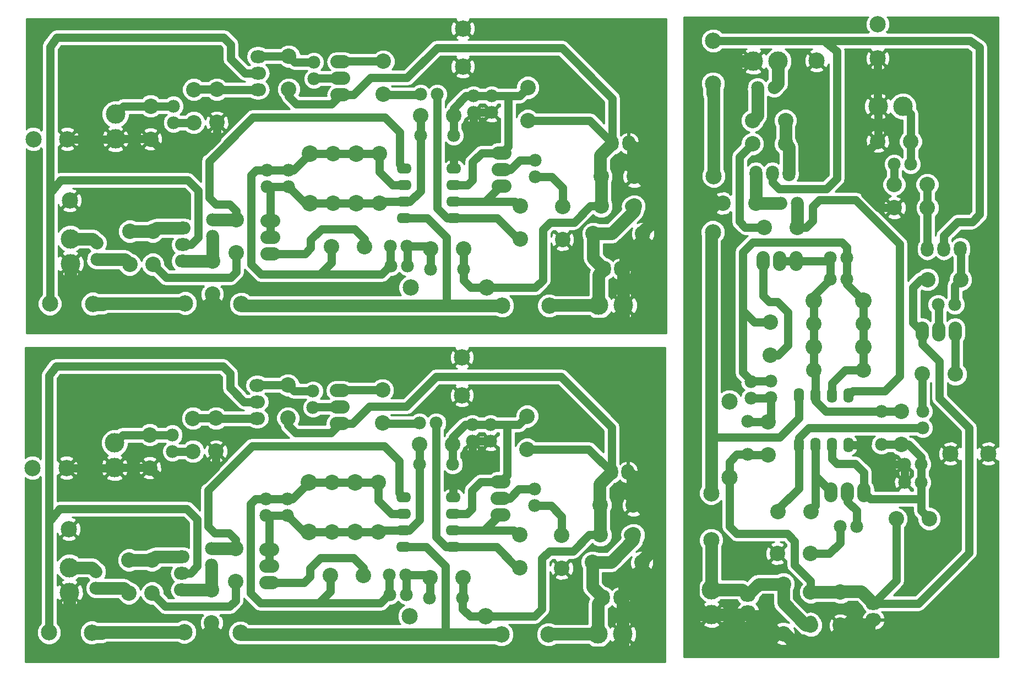
<source format=gbr>
G04 #@! TF.FileFunction,Copper,L2,Bot,Signal*
%FSLAX46Y46*%
G04 Gerber Fmt 4.6, Leading zero omitted, Abs format (unit mm)*
G04 Created by KiCad (PCBNEW 4.0.4+e1-6308~48~ubuntu14.04.1-stable) date Fri Dec 16 09:43:33 2016*
%MOMM*%
%LPD*%
G01*
G04 APERTURE LIST*
%ADD10C,0.020000*%
%ADD11C,1.984375*%
%ADD12C,2.540000*%
%ADD13C,2.499360*%
%ADD14O,1.984375X2.381250*%
%ADD15C,2.381250*%
%ADD16C,2.999740*%
%ADD17O,2.381250X1.984375*%
%ADD18O,3.048000X2.032000*%
%ADD19O,2.300000X1.600000*%
%ADD20O,2.032000X3.048000*%
%ADD21O,1.600000X2.300000*%
%ADD22C,1.905000*%
%ADD23C,1.270000*%
%ADD24C,0.254000*%
G04 APERTURE END LIST*
D10*
D11*
X143129000Y-108966000D03*
X143129000Y-111506000D03*
X140081000Y-115062000D03*
X135001000Y-115062000D03*
X141605000Y-135636000D03*
X136525000Y-135636000D03*
X132969000Y-135128000D03*
X130429000Y-135128000D03*
X111379000Y-120396000D03*
X111379000Y-122936000D03*
D12*
X117983000Y-117856000D03*
X117983000Y-125476000D03*
X125095000Y-117856000D03*
D13*
X141503400Y-104444800D03*
X141503400Y-98602800D03*
X81051400Y-125018800D03*
X145161000Y-138430000D03*
X133477000Y-138430000D03*
X75463400Y-115620800D03*
X78003400Y-140919200D03*
X84607400Y-140944600D03*
X98806000Y-140843000D03*
X107442000Y-140970000D03*
X147574000Y-141224000D03*
D11*
X85217000Y-134112000D03*
X85217000Y-131572000D03*
D14*
X163296600Y-135585200D03*
X165796600Y-135585200D03*
D11*
X102997000Y-128016000D03*
X102997000Y-130556000D03*
D14*
X164515800Y-116281200D03*
X167015800Y-116281200D03*
D11*
X132892800Y-132080000D03*
X130352800Y-132080000D03*
X114681000Y-122936000D03*
X114681000Y-120396000D03*
X145923000Y-108966000D03*
X145923000Y-111506000D03*
X152654000Y-118872000D03*
X152654000Y-121412000D03*
X135001000Y-108712000D03*
X137541000Y-108712000D03*
X118592600Y-103809800D03*
X118592600Y-106349800D03*
X96989900Y-113080800D03*
X96989900Y-110540800D03*
D15*
X161544000Y-130149600D03*
X169164000Y-130149600D03*
X121539000Y-125476000D03*
X121539000Y-117856000D03*
X128651000Y-117856000D03*
X128651000Y-125476000D03*
D16*
X81153000Y-130937000D03*
X81153000Y-134747000D03*
X162407600Y-141173200D03*
X166217600Y-141173200D03*
X88087200Y-111772700D03*
X88087200Y-115582700D03*
D17*
X98425000Y-131826000D03*
X98425000Y-129286000D03*
X98425000Y-134366000D03*
X110007400Y-105460800D03*
X110007400Y-102920800D03*
X110007400Y-108000800D03*
D15*
X90297000Y-129794000D03*
X90297000Y-134874000D03*
X93853000Y-129794000D03*
X93853000Y-134874000D03*
X102997000Y-134366000D03*
X102997000Y-139446000D03*
X167868600Y-125933200D03*
X162788600Y-125933200D03*
X162788600Y-121361200D03*
X167868600Y-121361200D03*
X106680000Y-128016000D03*
X106680000Y-133096000D03*
X136575800Y-132486400D03*
X141655800Y-132486400D03*
X126365000Y-132130800D03*
X121285000Y-132130800D03*
X140081000Y-112014000D03*
X135001000Y-112014000D03*
X151511000Y-107696000D03*
X151511000Y-112776000D03*
X156845000Y-125984000D03*
X156845000Y-131064000D03*
X150368000Y-130937000D03*
X150368000Y-125857000D03*
X129273300Y-103670100D03*
X129273300Y-108750100D03*
X114744500Y-107962700D03*
X114744500Y-102882700D03*
X103695500Y-113068100D03*
X103695500Y-107988100D03*
X100126800Y-108013500D03*
X100126800Y-113093500D03*
X93497400Y-115633500D03*
X93497400Y-110553500D03*
D18*
X111887000Y-130683000D03*
X111887000Y-128143000D03*
X111887000Y-133223000D03*
X147447000Y-120269000D03*
X147447000Y-117729000D03*
X147447000Y-122809000D03*
X122694700Y-106260900D03*
X122694700Y-108800900D03*
X122694700Y-103720900D03*
D19*
X140131800Y-127762000D03*
X140131800Y-125222000D03*
X140131800Y-122682000D03*
X140131800Y-120142000D03*
X132511800Y-120142000D03*
X132511800Y-122682000D03*
X132511800Y-125222000D03*
X132511800Y-127762000D03*
D13*
X154813000Y-141224000D03*
X80695800Y-115620800D03*
D12*
X125095000Y-125476000D03*
X125222000Y-74930000D03*
D13*
X80822800Y-65074800D03*
X154940000Y-90678000D03*
D19*
X140258800Y-77216000D03*
X140258800Y-74676000D03*
X140258800Y-72136000D03*
X140258800Y-69596000D03*
X132638800Y-69596000D03*
X132638800Y-72136000D03*
X132638800Y-74676000D03*
X132638800Y-77216000D03*
D18*
X122821700Y-55714900D03*
X122821700Y-58254900D03*
X122821700Y-53174900D03*
X147574000Y-69723000D03*
X147574000Y-67183000D03*
X147574000Y-72263000D03*
X112014000Y-80137000D03*
X112014000Y-77597000D03*
X112014000Y-82677000D03*
D15*
X93624400Y-65087500D03*
X93624400Y-60007500D03*
X100253800Y-57467500D03*
X100253800Y-62547500D03*
X103822500Y-62522100D03*
X103822500Y-57442100D03*
X114871500Y-57416700D03*
X114871500Y-52336700D03*
X129400300Y-53124100D03*
X129400300Y-58204100D03*
X150495000Y-80391000D03*
X150495000Y-75311000D03*
X156972000Y-75438000D03*
X156972000Y-80518000D03*
X151638000Y-57150000D03*
X151638000Y-62230000D03*
X140208000Y-61468000D03*
X135128000Y-61468000D03*
X126492000Y-81584800D03*
X121412000Y-81584800D03*
X136702800Y-81940400D03*
X141782800Y-81940400D03*
X106807000Y-77470000D03*
X106807000Y-82550000D03*
X162915600Y-70815200D03*
X167995600Y-70815200D03*
X167995600Y-75387200D03*
X162915600Y-75387200D03*
X103124000Y-83820000D03*
X103124000Y-88900000D03*
X93980000Y-79248000D03*
X93980000Y-84328000D03*
X90424000Y-79248000D03*
X90424000Y-84328000D03*
D17*
X110134400Y-54914800D03*
X110134400Y-52374800D03*
X110134400Y-57454800D03*
X98552000Y-81280000D03*
X98552000Y-78740000D03*
X98552000Y-83820000D03*
D16*
X88214200Y-61226700D03*
X88214200Y-65036700D03*
X162534600Y-90627200D03*
X166344600Y-90627200D03*
X81280000Y-80391000D03*
X81280000Y-84201000D03*
D15*
X128778000Y-67310000D03*
X128778000Y-74930000D03*
X121666000Y-74930000D03*
X121666000Y-67310000D03*
X161671000Y-79603600D03*
X169291000Y-79603600D03*
D11*
X97116900Y-62534800D03*
X97116900Y-59994800D03*
X118719600Y-53263800D03*
X118719600Y-55803800D03*
X135128000Y-58166000D03*
X137668000Y-58166000D03*
X152781000Y-68326000D03*
X152781000Y-70866000D03*
X146050000Y-58420000D03*
X146050000Y-60960000D03*
X114808000Y-72390000D03*
X114808000Y-69850000D03*
X133019800Y-81534000D03*
X130479800Y-81534000D03*
D14*
X164642800Y-65735200D03*
X167142800Y-65735200D03*
D11*
X103124000Y-77470000D03*
X103124000Y-80010000D03*
D14*
X163423600Y-85039200D03*
X165923600Y-85039200D03*
D11*
X85344000Y-83566000D03*
X85344000Y-81026000D03*
D13*
X147701000Y-90678000D03*
X107569000Y-90424000D03*
X98933000Y-90297000D03*
X84734400Y-90398600D03*
X78130400Y-90373200D03*
X75590400Y-65074800D03*
X133604000Y-87884000D03*
X145288000Y-87884000D03*
X81178400Y-74472800D03*
X141630400Y-48056800D03*
X141630400Y-53898800D03*
D12*
X125222000Y-67310000D03*
X118110000Y-74930000D03*
X118110000Y-67310000D03*
D11*
X111506000Y-72390000D03*
X111506000Y-69850000D03*
X130556000Y-84582000D03*
X133096000Y-84582000D03*
X136652000Y-85090000D03*
X141732000Y-85090000D03*
X135128000Y-64516000D03*
X140208000Y-64516000D03*
X143256000Y-60960000D03*
X143256000Y-58420000D03*
X212090000Y-115062000D03*
X209550000Y-115062000D03*
X205994000Y-112014000D03*
X205994000Y-106934000D03*
X185420000Y-113538000D03*
X185420000Y-108458000D03*
X185928000Y-104902000D03*
X185928000Y-102362000D03*
X200660000Y-83312000D03*
X198120000Y-83312000D03*
D12*
X203200000Y-89916000D03*
X195580000Y-89916000D03*
X203200000Y-97028000D03*
D13*
X216611200Y-113436400D03*
X222453200Y-113436400D03*
X196037200Y-52984400D03*
X182626000Y-117094000D03*
X182626000Y-105410000D03*
X205435200Y-47396400D03*
X180136800Y-49936400D03*
X180111400Y-56540400D03*
X180213000Y-70739000D03*
X180086000Y-79375000D03*
X179832000Y-119507000D03*
D11*
X186944000Y-57150000D03*
X189484000Y-57150000D03*
D17*
X185470800Y-135229600D03*
X185470800Y-137729600D03*
D11*
X193040000Y-74930000D03*
X190500000Y-74930000D03*
D17*
X204774800Y-136448800D03*
X204774800Y-138948800D03*
D11*
X188976000Y-104825800D03*
X188976000Y-102285800D03*
X198120000Y-86614000D03*
X200660000Y-86614000D03*
X212090000Y-117856000D03*
X209550000Y-117856000D03*
X202184000Y-124587000D03*
X199644000Y-124587000D03*
X212344000Y-106934000D03*
X212344000Y-109474000D03*
X217246200Y-90525600D03*
X214706200Y-90525600D03*
X207975200Y-68922900D03*
X210515200Y-68922900D03*
D15*
X190906400Y-133477000D03*
X190906400Y-141097000D03*
X195580000Y-93472000D03*
X203200000Y-93472000D03*
X203200000Y-100584000D03*
X195580000Y-100584000D03*
D16*
X190119000Y-53086000D03*
X186309000Y-53086000D03*
X179882800Y-134340600D03*
X179882800Y-138150600D03*
X209283300Y-60020200D03*
X205473300Y-60020200D03*
D14*
X189230000Y-70358000D03*
X191770000Y-70358000D03*
X186690000Y-70358000D03*
X215595200Y-81940400D03*
X218135200Y-81940400D03*
X213055200Y-81940400D03*
D15*
X191262000Y-62230000D03*
X186182000Y-62230000D03*
X191262000Y-65786000D03*
X186182000Y-65786000D03*
X186690000Y-74930000D03*
X181610000Y-74930000D03*
X195122800Y-139801600D03*
X195122800Y-134721600D03*
X199694800Y-134721600D03*
X199694800Y-139801600D03*
X193040000Y-78613000D03*
X187960000Y-78613000D03*
X188569600Y-108508800D03*
X188569600Y-113588800D03*
X188925200Y-98298000D03*
X188925200Y-93218000D03*
X209042000Y-112014000D03*
X209042000Y-106934000D03*
X213360000Y-123444000D03*
X208280000Y-123444000D03*
X195072000Y-128778000D03*
X189992000Y-128778000D03*
X190119000Y-122301000D03*
X195199000Y-122301000D03*
X217385900Y-101206300D03*
X212305900Y-101206300D03*
X213093300Y-86677500D03*
X218173300Y-86677500D03*
X207987900Y-75628500D03*
X213067900Y-75628500D03*
X213042500Y-72059800D03*
X207962500Y-72059800D03*
X205422500Y-65430400D03*
X210502500Y-65430400D03*
D20*
X190373000Y-83820000D03*
X192913000Y-83820000D03*
X187833000Y-83820000D03*
X200787000Y-119380000D03*
X203327000Y-119380000D03*
X198247000Y-119380000D03*
X214795100Y-94627700D03*
X212255100Y-94627700D03*
X217335100Y-94627700D03*
D21*
X193294000Y-112064800D03*
X195834000Y-112064800D03*
X198374000Y-112064800D03*
X200914000Y-112064800D03*
X200914000Y-104444800D03*
X198374000Y-104444800D03*
X195834000Y-104444800D03*
X193294000Y-104444800D03*
D13*
X179832000Y-126746000D03*
X205435200Y-52628800D03*
D12*
X195580000Y-97028000D03*
D22*
X85217000Y-134112000D02*
X89535000Y-134112000D01*
X89535000Y-134112000D02*
X90297000Y-134874000D01*
D23*
X89535000Y-134112000D02*
X90297000Y-134874000D01*
X89662000Y-83566000D02*
X90424000Y-84328000D01*
D22*
X89662000Y-83566000D02*
X90424000Y-84328000D01*
X85344000Y-83566000D02*
X89662000Y-83566000D01*
X186944000Y-57150000D02*
X186944000Y-61468000D01*
X186944000Y-61468000D02*
X186182000Y-62230000D01*
D23*
X186944000Y-61468000D02*
X186182000Y-62230000D01*
D22*
X81153000Y-130937000D02*
X84582000Y-130937000D01*
X84582000Y-130937000D02*
X85217000Y-131572000D01*
D23*
X84582000Y-130937000D02*
X85217000Y-131572000D01*
X84709000Y-80391000D02*
X85344000Y-81026000D01*
D22*
X84709000Y-80391000D02*
X85344000Y-81026000D01*
X81280000Y-80391000D02*
X84709000Y-80391000D01*
X190119000Y-53086000D02*
X190119000Y-56515000D01*
X190119000Y-56515000D02*
X189484000Y-57150000D01*
D23*
X190119000Y-56515000D02*
X189484000Y-57150000D01*
D22*
X98806000Y-140843000D02*
X84709000Y-140843000D01*
X84709000Y-140843000D02*
X84937600Y-141071600D01*
D23*
X138963400Y-130708400D02*
X138963400Y-141224000D01*
D22*
X138963400Y-141224000D02*
X107696000Y-141224000D01*
X107696000Y-141224000D02*
X107442000Y-140970000D01*
D23*
X132511800Y-127762000D02*
X136017000Y-127762000D01*
X136017000Y-127762000D02*
X138963400Y-130708400D01*
X110007400Y-105460800D02*
X107975400Y-105460800D01*
X78003400Y-101447600D02*
X78003400Y-123952000D01*
X79070200Y-99974400D02*
X78003400Y-101447600D01*
X104724200Y-99974400D02*
X79070200Y-99974400D01*
X105841800Y-101092000D02*
X104724200Y-99974400D01*
X105841800Y-103327200D02*
X105841800Y-101092000D01*
X107975400Y-105460800D02*
X105841800Y-103327200D01*
X98425000Y-131826000D02*
X99745800Y-131826000D01*
X78003400Y-123952000D02*
X78003400Y-140919200D01*
X79629000Y-121920000D02*
X78003400Y-123952000D01*
X99187000Y-121920000D02*
X79629000Y-121920000D01*
X100812600Y-123545600D02*
X99187000Y-121920000D01*
X100812600Y-130759200D02*
X100812600Y-123545600D01*
X99745800Y-131826000D02*
X100812600Y-130759200D01*
D22*
X84937600Y-141071600D02*
X86131400Y-141071600D01*
X147574000Y-141224000D02*
X138963400Y-141224000D01*
X162407600Y-141173200D02*
X154863800Y-141173200D01*
X154863800Y-141173200D02*
X154813000Y-141224000D01*
X161544000Y-130149600D02*
X164414200Y-130149600D01*
X164414200Y-130149600D02*
X167868600Y-126695200D01*
X167868600Y-126695200D02*
X167868600Y-125933200D01*
X163296600Y-135585200D02*
X163169600Y-135585200D01*
X163169600Y-135585200D02*
X161544000Y-133959600D01*
X161544000Y-133959600D02*
X161544000Y-130149600D01*
X167868600Y-125933200D02*
X167360600Y-125933200D01*
X162407600Y-141173200D02*
X162407600Y-136474200D01*
X162407600Y-136474200D02*
X163296600Y-135585200D01*
X162534600Y-85928200D02*
X163423600Y-85039200D01*
X162534600Y-90627200D02*
X162534600Y-85928200D01*
X167995600Y-75387200D02*
X167487600Y-75387200D01*
X161671000Y-83413600D02*
X161671000Y-79603600D01*
X163296600Y-85039200D02*
X161671000Y-83413600D01*
X163423600Y-85039200D02*
X163296600Y-85039200D01*
X167995600Y-76149200D02*
X167995600Y-75387200D01*
X164541200Y-79603600D02*
X167995600Y-76149200D01*
X161671000Y-79603600D02*
X164541200Y-79603600D01*
X154990800Y-90627200D02*
X154940000Y-90678000D01*
X162534600Y-90627200D02*
X154990800Y-90627200D01*
X147701000Y-90678000D02*
X139090400Y-90678000D01*
X85064600Y-90525600D02*
X86258400Y-90525600D01*
D23*
X99872800Y-81280000D02*
X100939600Y-80213200D01*
X100939600Y-80213200D02*
X100939600Y-72999600D01*
X100939600Y-72999600D02*
X99314000Y-71374000D01*
X99314000Y-71374000D02*
X79756000Y-71374000D01*
X79756000Y-71374000D02*
X78130400Y-73406000D01*
X78130400Y-73406000D02*
X78130400Y-90373200D01*
X98552000Y-81280000D02*
X99872800Y-81280000D01*
X108102400Y-54914800D02*
X105968800Y-52781200D01*
X105968800Y-52781200D02*
X105968800Y-50546000D01*
X105968800Y-50546000D02*
X104851200Y-49428400D01*
X104851200Y-49428400D02*
X79197200Y-49428400D01*
X79197200Y-49428400D02*
X78130400Y-50901600D01*
X78130400Y-50901600D02*
X78130400Y-73406000D01*
X110134400Y-54914800D02*
X108102400Y-54914800D01*
X136144000Y-77216000D02*
X139090400Y-80162400D01*
X132638800Y-77216000D02*
X136144000Y-77216000D01*
X193294000Y-104444800D02*
X193294000Y-107950000D01*
X190347600Y-110896400D02*
X179832000Y-110896400D01*
X193294000Y-107950000D02*
X190347600Y-110896400D01*
X215595200Y-81940400D02*
X215595200Y-79908400D01*
X219608400Y-49936400D02*
X197104000Y-49936400D01*
X221081600Y-51003200D02*
X219608400Y-49936400D01*
X221081600Y-76657200D02*
X221081600Y-51003200D01*
X219964000Y-77774800D02*
X221081600Y-76657200D01*
X217728800Y-77774800D02*
X219964000Y-77774800D01*
X215595200Y-79908400D02*
X217728800Y-77774800D01*
X189230000Y-70358000D02*
X189230000Y-71678800D01*
X197104000Y-49936400D02*
X180136800Y-49936400D01*
X199136000Y-51562000D02*
X197104000Y-49936400D01*
X199136000Y-71120000D02*
X199136000Y-51562000D01*
X197510400Y-72745600D02*
X199136000Y-71120000D01*
X190296800Y-72745600D02*
X197510400Y-72745600D01*
X189230000Y-71678800D02*
X190296800Y-72745600D01*
D22*
X180213000Y-70739000D02*
X180213000Y-56642000D01*
X180213000Y-56642000D02*
X179984400Y-56870600D01*
X179984400Y-56870600D02*
X179984400Y-58064400D01*
X179832000Y-119507000D02*
X179832000Y-110896400D01*
X179832000Y-110896400D02*
X179832000Y-79629000D01*
X179832000Y-79629000D02*
X180086000Y-79375000D01*
X179882800Y-134340600D02*
X179882800Y-126796800D01*
X179882800Y-126796800D02*
X179832000Y-126746000D01*
X190906400Y-133477000D02*
X190906400Y-136347200D01*
X190906400Y-136347200D02*
X194360800Y-139801600D01*
X194360800Y-139801600D02*
X195122800Y-139801600D01*
X185470800Y-135229600D02*
X185470800Y-135102600D01*
X185470800Y-135102600D02*
X187096400Y-133477000D01*
X187096400Y-133477000D02*
X190906400Y-133477000D01*
X195122800Y-139801600D02*
X195122800Y-139293600D01*
X179882800Y-134340600D02*
X184581800Y-134340600D01*
X184581800Y-134340600D02*
X185470800Y-135229600D01*
X107823000Y-90678000D02*
X107569000Y-90424000D01*
X139090400Y-90678000D02*
X107823000Y-90678000D01*
D23*
X139090400Y-80162400D02*
X139090400Y-90678000D01*
D22*
X84836000Y-90297000D02*
X85064600Y-90525600D01*
X98933000Y-90297000D02*
X84836000Y-90297000D01*
X83693000Y-144018000D02*
X81153000Y-141478000D01*
X153035000Y-144018000D02*
X102489000Y-144018000D01*
X102997000Y-143510000D02*
X102489000Y-144018000D01*
X102489000Y-144018000D02*
X83693000Y-144018000D01*
D23*
X143129000Y-111506000D02*
X143129000Y-115570000D01*
X140131800Y-118567200D02*
X140131800Y-120142000D01*
X143129000Y-115570000D02*
X140131800Y-118567200D01*
X145923000Y-111506000D02*
X143129000Y-111506000D01*
X103695500Y-113068100D02*
X103695500Y-115531900D01*
X95415100Y-117551200D02*
X93497400Y-115633500D01*
X101676200Y-117551200D02*
X95415100Y-117551200D01*
X103695500Y-115531900D02*
X101676200Y-117551200D01*
X80695800Y-115620800D02*
X88049100Y-115620800D01*
X88049100Y-115620800D02*
X88087200Y-115582700D01*
X88087200Y-115582700D02*
X93446600Y-115582700D01*
X93446600Y-115582700D02*
X93497400Y-115633500D01*
D22*
X166217600Y-141173200D02*
X166217600Y-142722600D01*
X164922200Y-144018000D02*
X153035000Y-144018000D01*
X166217600Y-142722600D02*
X164922200Y-144018000D01*
X167868600Y-121361200D02*
X167868600Y-117134000D01*
X167868600Y-117134000D02*
X167015800Y-116281200D01*
X169164000Y-130149600D02*
X169164000Y-129870200D01*
X169164000Y-129870200D02*
X171475400Y-127558800D01*
X169951400Y-121361200D02*
X167868600Y-121361200D01*
X171475400Y-122885200D02*
X169951400Y-121361200D01*
X171475400Y-127558800D02*
X171475400Y-122885200D01*
X165796600Y-135585200D02*
X165796600Y-135574400D01*
X165796600Y-135574400D02*
X169164000Y-132207000D01*
X169164000Y-132207000D02*
X169164000Y-130149600D01*
X102997000Y-139446000D02*
X102997000Y-143510000D01*
X81153000Y-141478000D02*
X81153000Y-134747000D01*
X165796600Y-135585200D02*
X165836600Y-135585200D01*
X166217600Y-141173200D02*
X166217600Y-136006200D01*
X166217600Y-136006200D02*
X165796600Y-135585200D01*
X166344600Y-85460200D02*
X165923600Y-85039200D01*
X166344600Y-90627200D02*
X166344600Y-85460200D01*
X165923600Y-85039200D02*
X165963600Y-85039200D01*
X81280000Y-90932000D02*
X81280000Y-84201000D01*
X103124000Y-88900000D02*
X103124000Y-92964000D01*
X169291000Y-81661000D02*
X169291000Y-79603600D01*
X165923600Y-85028400D02*
X169291000Y-81661000D01*
X165923600Y-85039200D02*
X165923600Y-85028400D01*
X171602400Y-77012800D02*
X171602400Y-72339200D01*
X171602400Y-72339200D02*
X170078400Y-70815200D01*
X170078400Y-70815200D02*
X167995600Y-70815200D01*
X169291000Y-79324200D02*
X171602400Y-77012800D01*
X169291000Y-79603600D02*
X169291000Y-79324200D01*
X167995600Y-66588000D02*
X167142800Y-65735200D01*
X167995600Y-70815200D02*
X167995600Y-66588000D01*
X166344600Y-92176600D02*
X165049200Y-93472000D01*
X165049200Y-93472000D02*
X153162000Y-93472000D01*
X166344600Y-90627200D02*
X166344600Y-92176600D01*
D23*
X93573600Y-65036700D02*
X93624400Y-65087500D01*
X88214200Y-65036700D02*
X93573600Y-65036700D01*
X88176100Y-65074800D02*
X88214200Y-65036700D01*
X80822800Y-65074800D02*
X88176100Y-65074800D01*
X103822500Y-64985900D02*
X101803200Y-67005200D01*
X101803200Y-67005200D02*
X95542100Y-67005200D01*
X95542100Y-67005200D02*
X93624400Y-65087500D01*
X103822500Y-62522100D02*
X103822500Y-64985900D01*
X146050000Y-60960000D02*
X143256000Y-60960000D01*
X143256000Y-65024000D02*
X140258800Y-68021200D01*
X140258800Y-68021200D02*
X140258800Y-69596000D01*
X143256000Y-60960000D02*
X143256000Y-65024000D01*
X209550000Y-115062000D02*
X205486000Y-115062000D01*
X202488800Y-112064800D02*
X200914000Y-112064800D01*
X205486000Y-115062000D02*
X202488800Y-112064800D01*
X209550000Y-117856000D02*
X209550000Y-115062000D01*
X207987900Y-75628500D02*
X205524100Y-75628500D01*
X203504800Y-67348100D02*
X205422500Y-65430400D01*
X203504800Y-73609200D02*
X203504800Y-67348100D01*
X205524100Y-75628500D02*
X203504800Y-73609200D01*
X205435200Y-52628800D02*
X205435200Y-59982100D01*
X205435200Y-59982100D02*
X205473300Y-60020200D01*
X205473300Y-60020200D02*
X205473300Y-65379600D01*
X205473300Y-65379600D02*
X205422500Y-65430400D01*
D22*
X179882800Y-138150600D02*
X178333400Y-138150600D01*
X177038000Y-136855200D02*
X177038000Y-124968000D01*
X177038000Y-124968000D02*
X177038000Y-74422000D01*
X178333400Y-138150600D02*
X177038000Y-136855200D01*
X199694800Y-139801600D02*
X203922000Y-139801600D01*
X203922000Y-139801600D02*
X204774800Y-138948800D01*
X190906400Y-141097000D02*
X191185800Y-141097000D01*
X191185800Y-141097000D02*
X193497200Y-143408400D01*
X199694800Y-141884400D02*
X199694800Y-139801600D01*
X198170800Y-143408400D02*
X199694800Y-141884400D01*
X193497200Y-143408400D02*
X198170800Y-143408400D01*
X185470800Y-137729600D02*
X185481600Y-137729600D01*
X185481600Y-137729600D02*
X188849000Y-141097000D01*
X188849000Y-141097000D02*
X190906400Y-141097000D01*
X181610000Y-74930000D02*
X177546000Y-74930000D01*
X177546000Y-74930000D02*
X177038000Y-74422000D01*
X179578000Y-53086000D02*
X186309000Y-53086000D01*
X177038000Y-74422000D02*
X177038000Y-55626000D01*
X177038000Y-55626000D02*
X179578000Y-53086000D01*
X185470800Y-137729600D02*
X185470800Y-137769600D01*
X179882800Y-138150600D02*
X185049800Y-138150600D01*
X185049800Y-138150600D02*
X185470800Y-137729600D01*
X102616000Y-93472000D02*
X83820000Y-93472000D01*
X103124000Y-92964000D02*
X102616000Y-93472000D01*
X153162000Y-93472000D02*
X102616000Y-93472000D01*
X83820000Y-93472000D02*
X81280000Y-90932000D01*
D23*
X106680000Y-128016000D02*
X106680000Y-126619000D01*
X131826000Y-114554000D02*
X131826000Y-119456200D01*
X129540000Y-112268000D02*
X131826000Y-114554000D01*
X109220000Y-112268000D02*
X129540000Y-112268000D01*
X102489000Y-118999000D02*
X109220000Y-112268000D01*
X102489000Y-124587000D02*
X102489000Y-118999000D01*
X103505000Y-125603000D02*
X102489000Y-124587000D01*
X105664000Y-125603000D02*
X103505000Y-125603000D01*
X106680000Y-126619000D02*
X105664000Y-125603000D01*
X131826000Y-119456200D02*
X132511800Y-120142000D01*
D22*
X102997000Y-128016000D02*
X106680000Y-128016000D01*
X103124000Y-77470000D02*
X106807000Y-77470000D01*
D23*
X131953000Y-68910200D02*
X132638800Y-69596000D01*
X106807000Y-76073000D02*
X105791000Y-75057000D01*
X105791000Y-75057000D02*
X103632000Y-75057000D01*
X103632000Y-75057000D02*
X102616000Y-74041000D01*
X102616000Y-74041000D02*
X102616000Y-68453000D01*
X102616000Y-68453000D02*
X109347000Y-61722000D01*
X109347000Y-61722000D02*
X129667000Y-61722000D01*
X129667000Y-61722000D02*
X131953000Y-64008000D01*
X131953000Y-64008000D02*
X131953000Y-68910200D01*
X106807000Y-77470000D02*
X106807000Y-76073000D01*
X193040000Y-78613000D02*
X194437000Y-78613000D01*
X206502000Y-103759000D02*
X201599800Y-103759000D01*
X208788000Y-101473000D02*
X206502000Y-103759000D01*
X208788000Y-81153000D02*
X208788000Y-101473000D01*
X202057000Y-74422000D02*
X208788000Y-81153000D01*
X196469000Y-74422000D02*
X202057000Y-74422000D01*
X195453000Y-75438000D02*
X196469000Y-74422000D01*
X195453000Y-77597000D02*
X195453000Y-75438000D01*
X194437000Y-78613000D02*
X195453000Y-77597000D01*
X201599800Y-103759000D02*
X200914000Y-104444800D01*
D22*
X193040000Y-74930000D02*
X193040000Y-78613000D01*
X102997000Y-134366000D02*
X102997000Y-130556000D01*
X98425000Y-134366000D02*
X102997000Y-134366000D01*
X98552000Y-83820000D02*
X103124000Y-83820000D01*
X103124000Y-83820000D02*
X103124000Y-80010000D01*
X186690000Y-74930000D02*
X190500000Y-74930000D01*
X186690000Y-70358000D02*
X186690000Y-74930000D01*
D23*
X106680000Y-136017000D02*
X105791000Y-136906000D01*
X105791000Y-136906000D02*
X95885000Y-136906000D01*
X151511000Y-112776000D02*
X161010600Y-112776000D01*
X161010600Y-112776000D02*
X164515800Y-116281200D01*
X145161000Y-138430000D02*
X142748000Y-138430000D01*
X141605000Y-137287000D02*
X141605000Y-135636000D01*
X142748000Y-138430000D02*
X141605000Y-137287000D01*
X162788600Y-125933200D02*
X161086800Y-125933200D01*
X152654000Y-138430000D02*
X145161000Y-138430000D01*
X153797000Y-137287000D02*
X152654000Y-138430000D01*
X153797000Y-129540000D02*
X153797000Y-137287000D01*
X154940000Y-128397000D02*
X153797000Y-129540000D01*
X158623000Y-128397000D02*
X154940000Y-128397000D01*
X161086800Y-125933200D02*
X158623000Y-128397000D01*
X141655800Y-132486400D02*
X141655800Y-135585200D01*
X141655800Y-135585200D02*
X141605000Y-135636000D01*
X106680000Y-133096000D02*
X106680000Y-136017000D01*
X122694700Y-108800900D02*
X122694700Y-108864400D01*
X122694700Y-108864400D02*
X121335800Y-110223300D01*
X115925600Y-110223300D02*
X114744500Y-109042200D01*
X121335800Y-110223300D02*
X115925600Y-110223300D01*
X114744500Y-109042200D02*
X114744500Y-107962700D01*
X164515800Y-116281200D02*
X164515800Y-109359700D01*
X124663200Y-108800900D02*
X122694700Y-108800900D01*
X127279400Y-106184700D02*
X124663200Y-108800900D01*
X132943600Y-106184700D02*
X127279400Y-106184700D01*
X137541000Y-101587300D02*
X132943600Y-106184700D01*
X156743400Y-101587300D02*
X137541000Y-101587300D01*
X164515800Y-109359700D02*
X156743400Y-101587300D01*
D22*
X162788600Y-125933200D02*
X162788600Y-121361200D01*
X162788600Y-121361200D02*
X162661600Y-121234200D01*
X162661600Y-121234200D02*
X162661600Y-118135400D01*
X162661600Y-118135400D02*
X164515800Y-116281200D01*
D23*
X95885000Y-136906000D02*
X93853000Y-134874000D01*
X96012000Y-86360000D02*
X93980000Y-84328000D01*
D22*
X162788600Y-67589400D02*
X164642800Y-65735200D01*
X162788600Y-70688200D02*
X162788600Y-67589400D01*
X162915600Y-70815200D02*
X162788600Y-70688200D01*
X162915600Y-75387200D02*
X162915600Y-70815200D01*
D23*
X164642800Y-58813700D02*
X156870400Y-51041300D01*
X156870400Y-51041300D02*
X137668000Y-51041300D01*
X137668000Y-51041300D02*
X133070600Y-55638700D01*
X133070600Y-55638700D02*
X127406400Y-55638700D01*
X127406400Y-55638700D02*
X124790200Y-58254900D01*
X124790200Y-58254900D02*
X122821700Y-58254900D01*
X164642800Y-65735200D02*
X164642800Y-58813700D01*
X114871500Y-58496200D02*
X114871500Y-57416700D01*
X121462800Y-59677300D02*
X116052600Y-59677300D01*
X116052600Y-59677300D02*
X114871500Y-58496200D01*
X122821700Y-58318400D02*
X121462800Y-59677300D01*
X122821700Y-58254900D02*
X122821700Y-58318400D01*
X106807000Y-82550000D02*
X106807000Y-85471000D01*
X141782800Y-85039200D02*
X141732000Y-85090000D01*
X141782800Y-81940400D02*
X141782800Y-85039200D01*
X161213800Y-75387200D02*
X158750000Y-77851000D01*
X158750000Y-77851000D02*
X155067000Y-77851000D01*
X155067000Y-77851000D02*
X153924000Y-78994000D01*
X153924000Y-78994000D02*
X153924000Y-86741000D01*
X153924000Y-86741000D02*
X152781000Y-87884000D01*
X152781000Y-87884000D02*
X145288000Y-87884000D01*
X162915600Y-75387200D02*
X161213800Y-75387200D01*
X142875000Y-87884000D02*
X141732000Y-86741000D01*
X141732000Y-86741000D02*
X141732000Y-85090000D01*
X145288000Y-87884000D02*
X142875000Y-87884000D01*
X161137600Y-62230000D02*
X164642800Y-65735200D01*
X151638000Y-62230000D02*
X161137600Y-62230000D01*
X208280000Y-123444000D02*
X208280000Y-132943600D01*
X208280000Y-132943600D02*
X204774800Y-136448800D01*
X182626000Y-117094000D02*
X182626000Y-114681000D01*
X183769000Y-113538000D02*
X185420000Y-113538000D01*
X182626000Y-114681000D02*
X183769000Y-113538000D01*
X195122800Y-134721600D02*
X195122800Y-133019800D01*
X182626000Y-124587000D02*
X182626000Y-117094000D01*
X183769000Y-125730000D02*
X182626000Y-124587000D01*
X191516000Y-125730000D02*
X183769000Y-125730000D01*
X192659000Y-126873000D02*
X191516000Y-125730000D01*
X192659000Y-130556000D02*
X192659000Y-126873000D01*
X195122800Y-133019800D02*
X192659000Y-130556000D01*
X188569600Y-113588800D02*
X185470800Y-113588800D01*
X185470800Y-113588800D02*
X185420000Y-113538000D01*
X187960000Y-78613000D02*
X185039000Y-78613000D01*
X212255100Y-94627700D02*
X212191600Y-94627700D01*
X212191600Y-94627700D02*
X210832700Y-93268800D01*
X210832700Y-87858600D02*
X212013800Y-86677500D01*
X210832700Y-93268800D02*
X210832700Y-87858600D01*
X212013800Y-86677500D02*
X213093300Y-86677500D01*
X204774800Y-136448800D02*
X211696300Y-136448800D01*
X212255100Y-96596200D02*
X212255100Y-94627700D01*
X214871300Y-99212400D02*
X212255100Y-96596200D01*
X214871300Y-104876600D02*
X214871300Y-99212400D01*
X219468700Y-109474000D02*
X214871300Y-104876600D01*
X219468700Y-128676400D02*
X219468700Y-109474000D01*
X211696300Y-136448800D02*
X219468700Y-128676400D01*
D22*
X195122800Y-134721600D02*
X199694800Y-134721600D01*
X199694800Y-134721600D02*
X199821800Y-134594600D01*
X199821800Y-134594600D02*
X202920600Y-134594600D01*
X202920600Y-134594600D02*
X204774800Y-136448800D01*
D23*
X185039000Y-78613000D02*
X184150000Y-77724000D01*
X184150000Y-67818000D02*
X186182000Y-65786000D01*
X184150000Y-77724000D02*
X184150000Y-67818000D01*
X105918000Y-86360000D02*
X96012000Y-86360000D01*
X106807000Y-85471000D02*
X105918000Y-86360000D01*
X136575800Y-132486400D02*
X136575800Y-135585200D01*
X136575800Y-135585200D02*
X136525000Y-135636000D01*
X132892800Y-132080000D02*
X136169400Y-132080000D01*
X136169400Y-132080000D02*
X136575800Y-132486400D01*
X132969000Y-135128000D02*
X132969000Y-132156200D01*
X132969000Y-132156200D02*
X132892800Y-132080000D01*
X133096000Y-81610200D02*
X133019800Y-81534000D01*
X133096000Y-84582000D02*
X133096000Y-81610200D01*
X136296400Y-81534000D02*
X136702800Y-81940400D01*
X133019800Y-81534000D02*
X136296400Y-81534000D01*
X136702800Y-85039200D02*
X136652000Y-85090000D01*
X136702800Y-81940400D02*
X136702800Y-85039200D01*
X188569600Y-108508800D02*
X185470800Y-108508800D01*
X185470800Y-108508800D02*
X185420000Y-108458000D01*
X188976000Y-104825800D02*
X188976000Y-108102400D01*
X188976000Y-108102400D02*
X188569600Y-108508800D01*
X185928000Y-104902000D02*
X188899800Y-104902000D01*
X188899800Y-104902000D02*
X188976000Y-104825800D01*
X130352800Y-132080000D02*
X130352800Y-135051800D01*
X130352800Y-135051800D02*
X129006600Y-136398000D01*
X129006600Y-136398000D02*
X119507000Y-136398000D01*
X121285000Y-132130800D02*
X121285000Y-134620000D01*
X109728000Y-120396000D02*
X111379000Y-120396000D01*
X108966000Y-121158000D02*
X109728000Y-120396000D01*
X108966000Y-134874000D02*
X108966000Y-121158000D01*
X110490000Y-136398000D02*
X108966000Y-134874000D01*
X119507000Y-136398000D02*
X110490000Y-136398000D01*
X121285000Y-134620000D02*
X119507000Y-136398000D01*
X128651000Y-117856000D02*
X125095000Y-117856000D01*
X125095000Y-117856000D02*
X121539000Y-117856000D01*
X121539000Y-117856000D02*
X117983000Y-117856000D01*
X117983000Y-117856000D02*
X115443000Y-120396000D01*
X115443000Y-120396000D02*
X114681000Y-120396000D01*
X114681000Y-120396000D02*
X111379000Y-120396000D01*
X128651000Y-117856000D02*
X128651000Y-120650000D01*
X130683000Y-122682000D02*
X132511800Y-122682000D01*
X128651000Y-120650000D02*
X130683000Y-122682000D01*
X128778000Y-70104000D02*
X130810000Y-72136000D01*
X130810000Y-72136000D02*
X132638800Y-72136000D01*
X128778000Y-67310000D02*
X128778000Y-70104000D01*
X114808000Y-69850000D02*
X111506000Y-69850000D01*
X115570000Y-69850000D02*
X114808000Y-69850000D01*
X118110000Y-67310000D02*
X115570000Y-69850000D01*
X121666000Y-67310000D02*
X118110000Y-67310000D01*
X125222000Y-67310000D02*
X121666000Y-67310000D01*
X128778000Y-67310000D02*
X125222000Y-67310000D01*
X121412000Y-84074000D02*
X119634000Y-85852000D01*
X119634000Y-85852000D02*
X110617000Y-85852000D01*
X110617000Y-85852000D02*
X109093000Y-84328000D01*
X109093000Y-84328000D02*
X109093000Y-70612000D01*
X109093000Y-70612000D02*
X109855000Y-69850000D01*
X109855000Y-69850000D02*
X111506000Y-69850000D01*
X121412000Y-81584800D02*
X121412000Y-84074000D01*
X129133600Y-85852000D02*
X119634000Y-85852000D01*
X130479800Y-84505800D02*
X129133600Y-85852000D01*
X130479800Y-81534000D02*
X130479800Y-84505800D01*
X188976000Y-102285800D02*
X186004200Y-102285800D01*
X186004200Y-102285800D02*
X184658000Y-100939600D01*
X184658000Y-100939600D02*
X184658000Y-91440000D01*
X188925200Y-93218000D02*
X186436000Y-93218000D01*
X200660000Y-81661000D02*
X200660000Y-83312000D01*
X199898000Y-80899000D02*
X200660000Y-81661000D01*
X186182000Y-80899000D02*
X199898000Y-80899000D01*
X184658000Y-82423000D02*
X186182000Y-80899000D01*
X184658000Y-91440000D02*
X184658000Y-82423000D01*
X186436000Y-93218000D02*
X184658000Y-91440000D01*
X203200000Y-100584000D02*
X203200000Y-97028000D01*
X203200000Y-97028000D02*
X203200000Y-93472000D01*
X203200000Y-93472000D02*
X203200000Y-89916000D01*
X203200000Y-89916000D02*
X200660000Y-87376000D01*
X200660000Y-87376000D02*
X200660000Y-86614000D01*
X200660000Y-86614000D02*
X200660000Y-83312000D01*
X203200000Y-100584000D02*
X200406000Y-100584000D01*
X198374000Y-102616000D02*
X198374000Y-104444800D01*
X200406000Y-100584000D02*
X198374000Y-102616000D01*
X132511800Y-125222000D02*
X133350000Y-125222000D01*
X133350000Y-125222000D02*
X135001000Y-123571000D01*
X135001000Y-123571000D02*
X135001000Y-112014000D01*
X111887000Y-130683000D02*
X111887000Y-128143000D01*
X111887000Y-128143000D02*
X111887000Y-123444000D01*
X111887000Y-123444000D02*
X111379000Y-122936000D01*
X121539000Y-125476000D02*
X125095000Y-125476000D01*
X125095000Y-125476000D02*
X128651000Y-125476000D01*
X128651000Y-125476000D02*
X128905000Y-125222000D01*
X128905000Y-125222000D02*
X132511800Y-125222000D01*
X111379000Y-122936000D02*
X114681000Y-122936000D01*
X114681000Y-122936000D02*
X117221000Y-125476000D01*
X117221000Y-125476000D02*
X117983000Y-125476000D01*
X117983000Y-125476000D02*
X121539000Y-125476000D01*
X118110000Y-74930000D02*
X121666000Y-74930000D01*
X117348000Y-74930000D02*
X118110000Y-74930000D01*
X114808000Y-72390000D02*
X117348000Y-74930000D01*
X111506000Y-72390000D02*
X114808000Y-72390000D01*
X129032000Y-74676000D02*
X132638800Y-74676000D01*
X128778000Y-74930000D02*
X129032000Y-74676000D01*
X125222000Y-74930000D02*
X128778000Y-74930000D01*
X121666000Y-74930000D02*
X125222000Y-74930000D01*
X112014000Y-72898000D02*
X111506000Y-72390000D01*
X112014000Y-77597000D02*
X112014000Y-72898000D01*
X112014000Y-80137000D02*
X112014000Y-77597000D01*
X135128000Y-73025000D02*
X135128000Y-61468000D01*
X133477000Y-74676000D02*
X135128000Y-73025000D01*
X132638800Y-74676000D02*
X133477000Y-74676000D01*
X195834000Y-104444800D02*
X195834000Y-105283000D01*
X195834000Y-105283000D02*
X197485000Y-106934000D01*
X197485000Y-106934000D02*
X209042000Y-106934000D01*
X190373000Y-83820000D02*
X192913000Y-83820000D01*
X192913000Y-83820000D02*
X197612000Y-83820000D01*
X197612000Y-83820000D02*
X198120000Y-83312000D01*
X195580000Y-93472000D02*
X195580000Y-97028000D01*
X195580000Y-97028000D02*
X195580000Y-100584000D01*
X195580000Y-100584000D02*
X195834000Y-100838000D01*
X195834000Y-100838000D02*
X195834000Y-104444800D01*
X198120000Y-83312000D02*
X198120000Y-86614000D01*
X198120000Y-86614000D02*
X195580000Y-89154000D01*
X195580000Y-89154000D02*
X195580000Y-89916000D01*
X195580000Y-89916000D02*
X195580000Y-93472000D01*
X147447000Y-117729000D02*
X144399000Y-117729000D01*
X142240000Y-122682000D02*
X140131800Y-122682000D01*
X143002000Y-121920000D02*
X142240000Y-122682000D01*
X143002000Y-119126000D02*
X143002000Y-121920000D01*
X144399000Y-117729000D02*
X143002000Y-119126000D01*
X147447000Y-117729000D02*
X148463000Y-116713000D01*
X148463000Y-109347000D02*
X148844000Y-108966000D01*
X148463000Y-116713000D02*
X148463000Y-109347000D01*
X145923000Y-108966000D02*
X148844000Y-108966000D01*
X148844000Y-108966000D02*
X150241000Y-108966000D01*
X150241000Y-108966000D02*
X151511000Y-107696000D01*
X140081000Y-115062000D02*
X140081000Y-112014000D01*
X143129000Y-108966000D02*
X145923000Y-108966000D01*
X140081000Y-112014000D02*
X140081000Y-110871000D01*
X140081000Y-110871000D02*
X141986000Y-108966000D01*
X141986000Y-108966000D02*
X143129000Y-108966000D01*
X142113000Y-58420000D02*
X143256000Y-58420000D01*
X140208000Y-60325000D02*
X142113000Y-58420000D01*
X140208000Y-61468000D02*
X140208000Y-60325000D01*
X143256000Y-58420000D02*
X146050000Y-58420000D01*
X140208000Y-64516000D02*
X140208000Y-61468000D01*
X150368000Y-58420000D02*
X151638000Y-57150000D01*
X148971000Y-58420000D02*
X150368000Y-58420000D01*
X146050000Y-58420000D02*
X148971000Y-58420000D01*
X148590000Y-66167000D02*
X148590000Y-58801000D01*
X148590000Y-58801000D02*
X148971000Y-58420000D01*
X147574000Y-67183000D02*
X148590000Y-66167000D01*
X144526000Y-67183000D02*
X143129000Y-68580000D01*
X143129000Y-68580000D02*
X143129000Y-71374000D01*
X143129000Y-71374000D02*
X142367000Y-72136000D01*
X142367000Y-72136000D02*
X140258800Y-72136000D01*
X147574000Y-67183000D02*
X144526000Y-67183000D01*
X203327000Y-119380000D02*
X203327000Y-116332000D01*
X198374000Y-114173000D02*
X198374000Y-112064800D01*
X199136000Y-114935000D02*
X198374000Y-114173000D01*
X201930000Y-114935000D02*
X199136000Y-114935000D01*
X203327000Y-116332000D02*
X201930000Y-114935000D01*
X203327000Y-119380000D02*
X204343000Y-120396000D01*
X211709000Y-120396000D02*
X212090000Y-120777000D01*
X204343000Y-120396000D02*
X211709000Y-120396000D01*
X212090000Y-117856000D02*
X212090000Y-120777000D01*
X212090000Y-120777000D02*
X212090000Y-122174000D01*
X212090000Y-122174000D02*
X213360000Y-123444000D01*
X205994000Y-112014000D02*
X209042000Y-112014000D01*
X212090000Y-115062000D02*
X212090000Y-117856000D01*
X209042000Y-112014000D02*
X210185000Y-112014000D01*
X210185000Y-112014000D02*
X212090000Y-113919000D01*
X212090000Y-113919000D02*
X212090000Y-115062000D01*
X147447000Y-120269000D02*
X148844000Y-120269000D01*
X148844000Y-120269000D02*
X150241000Y-118872000D01*
X150241000Y-118872000D02*
X152654000Y-118872000D01*
X150368000Y-68326000D02*
X152781000Y-68326000D01*
X148971000Y-69723000D02*
X150368000Y-68326000D01*
X147574000Y-69723000D02*
X148971000Y-69723000D01*
X200787000Y-119380000D02*
X200787000Y-120777000D01*
X200787000Y-120777000D02*
X202184000Y-122174000D01*
X202184000Y-122174000D02*
X202184000Y-124587000D01*
X152654000Y-121412000D02*
X155194000Y-121412000D01*
X156845000Y-123063000D02*
X156845000Y-125984000D01*
X155194000Y-121412000D02*
X156845000Y-123063000D01*
X155321000Y-70866000D02*
X156972000Y-72517000D01*
X156972000Y-72517000D02*
X156972000Y-75438000D01*
X152781000Y-70866000D02*
X155321000Y-70866000D01*
X199644000Y-124587000D02*
X199644000Y-127127000D01*
X197993000Y-128778000D02*
X195072000Y-128778000D01*
X199644000Y-127127000D02*
X197993000Y-128778000D01*
X134429500Y-108775500D02*
X129298700Y-108775500D01*
X129298700Y-108775500D02*
X129273300Y-108750100D01*
X129425700Y-58229500D02*
X129400300Y-58204100D01*
X134556500Y-58229500D02*
X129425700Y-58229500D01*
X212280500Y-106362500D02*
X212280500Y-101231700D01*
X212280500Y-101231700D02*
X212305900Y-101206300D01*
X140131800Y-127762000D02*
X139065000Y-127762000D01*
X139065000Y-127762000D02*
X137541000Y-126238000D01*
X137541000Y-126238000D02*
X137541000Y-108712000D01*
X150368000Y-130937000D02*
X149987000Y-130937000D01*
X149987000Y-130937000D02*
X146812000Y-127762000D01*
X146812000Y-127762000D02*
X140131800Y-127762000D01*
X146939000Y-77216000D02*
X140258800Y-77216000D01*
X150114000Y-80391000D02*
X146939000Y-77216000D01*
X150495000Y-80391000D02*
X150114000Y-80391000D01*
X137668000Y-75692000D02*
X137668000Y-58166000D01*
X139192000Y-77216000D02*
X137668000Y-75692000D01*
X140258800Y-77216000D02*
X139192000Y-77216000D01*
X193294000Y-112064800D02*
X193294000Y-110998000D01*
X193294000Y-110998000D02*
X194818000Y-109474000D01*
X194818000Y-109474000D02*
X212344000Y-109474000D01*
X190119000Y-122301000D02*
X190119000Y-121920000D01*
X190119000Y-121920000D02*
X193294000Y-118745000D01*
X193294000Y-118745000D02*
X193294000Y-112064800D01*
X114744500Y-102882700D02*
X110045500Y-102882700D01*
X110045500Y-102882700D02*
X110007400Y-102920800D01*
X118592600Y-103809800D02*
X115671600Y-103809800D01*
X115671600Y-103809800D02*
X114744500Y-102882700D01*
X115798600Y-53263800D02*
X114871500Y-52336700D01*
X118719600Y-53263800D02*
X115798600Y-53263800D01*
X110172500Y-52336700D02*
X110134400Y-52374800D01*
X114871500Y-52336700D02*
X110172500Y-52336700D01*
X218173300Y-86677500D02*
X218173300Y-81978500D01*
X218173300Y-81978500D02*
X218135200Y-81940400D01*
X217246200Y-90525600D02*
X217246200Y-87604600D01*
X217246200Y-87604600D02*
X218173300Y-86677500D01*
X122694700Y-106260900D02*
X118681500Y-106260900D01*
X118681500Y-106260900D02*
X118592600Y-106349800D01*
X118808500Y-55714900D02*
X118719600Y-55803800D01*
X122821700Y-55714900D02*
X118808500Y-55714900D01*
X214795100Y-94627700D02*
X214795100Y-90614500D01*
X214795100Y-90614500D02*
X214706200Y-90525600D01*
X100126800Y-113093500D02*
X97002600Y-113093500D01*
X97002600Y-113093500D02*
X96989900Y-113080800D01*
X97129600Y-62547500D02*
X97116900Y-62534800D01*
X100253800Y-62547500D02*
X97129600Y-62547500D01*
X207962500Y-72059800D02*
X207962500Y-68935600D01*
X207962500Y-68935600D02*
X207975200Y-68922900D01*
X93497400Y-110553500D02*
X89306400Y-110553500D01*
X89306400Y-110553500D02*
X88087200Y-111772700D01*
X96989900Y-110540800D02*
X93510100Y-110540800D01*
X93510100Y-110540800D02*
X93497400Y-110553500D01*
X93637100Y-59994800D02*
X93624400Y-60007500D01*
X97116900Y-59994800D02*
X93637100Y-59994800D01*
X89433400Y-60007500D02*
X88214200Y-61226700D01*
X93624400Y-60007500D02*
X89433400Y-60007500D01*
X210502500Y-65430400D02*
X210502500Y-61239400D01*
X210502500Y-61239400D02*
X209283300Y-60020200D01*
X210515200Y-68922900D02*
X210515200Y-65443100D01*
X210515200Y-65443100D02*
X210502500Y-65430400D01*
D22*
X93853000Y-129794000D02*
X94361000Y-129286000D01*
X94361000Y-129286000D02*
X98425000Y-129286000D01*
X90297000Y-129794000D02*
X93853000Y-129794000D01*
D23*
X98425000Y-129286000D02*
X94361000Y-129286000D01*
X98552000Y-78740000D02*
X94488000Y-78740000D01*
D22*
X90424000Y-79248000D02*
X93980000Y-79248000D01*
X94488000Y-78740000D02*
X98552000Y-78740000D01*
X93980000Y-79248000D02*
X94488000Y-78740000D01*
X191262000Y-65786000D02*
X191770000Y-66294000D01*
X191770000Y-66294000D02*
X191770000Y-70358000D01*
X191262000Y-62230000D02*
X191262000Y-65786000D01*
D23*
X191770000Y-70358000D02*
X191770000Y-66294000D01*
X103695500Y-107988100D02*
X100152200Y-107988100D01*
X100152200Y-107988100D02*
X100126800Y-108013500D01*
X110007400Y-108000800D02*
X103708200Y-108000800D01*
X103708200Y-108000800D02*
X103695500Y-107988100D01*
X103835200Y-57454800D02*
X103822500Y-57442100D01*
X110134400Y-57454800D02*
X103835200Y-57454800D01*
X100279200Y-57442100D02*
X100253800Y-57467500D01*
X103822500Y-57442100D02*
X100279200Y-57442100D01*
X213067900Y-75628500D02*
X213067900Y-72085200D01*
X213067900Y-72085200D02*
X213042500Y-72059800D01*
X213055200Y-81940400D02*
X213055200Y-75641200D01*
X213055200Y-75641200D02*
X213067900Y-75628500D01*
X117221000Y-133223000D02*
X111887000Y-133223000D01*
X126365000Y-132130800D02*
X126365000Y-130937000D01*
X118110000Y-132334000D02*
X117221000Y-133223000D01*
X118110000Y-131064000D02*
X118110000Y-132334000D01*
X119761000Y-129413000D02*
X118110000Y-131064000D01*
X124841000Y-129413000D02*
X119761000Y-129413000D01*
X126365000Y-130937000D02*
X124841000Y-129413000D01*
X126492000Y-80391000D02*
X124968000Y-78867000D01*
X124968000Y-78867000D02*
X119888000Y-78867000D01*
X119888000Y-78867000D02*
X118237000Y-80518000D01*
X118237000Y-80518000D02*
X118237000Y-81788000D01*
X118237000Y-81788000D02*
X117348000Y-82677000D01*
X126492000Y-81584800D02*
X126492000Y-80391000D01*
X117348000Y-82677000D02*
X112014000Y-82677000D01*
X188925200Y-98298000D02*
X190119000Y-98298000D01*
X187833000Y-89154000D02*
X187833000Y-83820000D01*
X188722000Y-90043000D02*
X187833000Y-89154000D01*
X189992000Y-90043000D02*
X188722000Y-90043000D01*
X191643000Y-91694000D02*
X189992000Y-90043000D01*
X191643000Y-96774000D02*
X191643000Y-91694000D01*
X190119000Y-98298000D02*
X191643000Y-96774000D01*
X150368000Y-125857000D02*
X150114000Y-125857000D01*
X150114000Y-125857000D02*
X149479000Y-125222000D01*
X149479000Y-125222000D02*
X144907000Y-125222000D01*
X147447000Y-122809000D02*
X147320000Y-122809000D01*
X147320000Y-122809000D02*
X144907000Y-125222000D01*
X144907000Y-125222000D02*
X140131800Y-125222000D01*
X145034000Y-74676000D02*
X140258800Y-74676000D01*
X147447000Y-72263000D02*
X145034000Y-74676000D01*
X147574000Y-72263000D02*
X147447000Y-72263000D01*
X149606000Y-74676000D02*
X145034000Y-74676000D01*
X150241000Y-75311000D02*
X149606000Y-74676000D01*
X150495000Y-75311000D02*
X150241000Y-75311000D01*
X195199000Y-122301000D02*
X195199000Y-122047000D01*
X195199000Y-122047000D02*
X195834000Y-121412000D01*
X195834000Y-121412000D02*
X195834000Y-116840000D01*
X198247000Y-119380000D02*
X198247000Y-119253000D01*
X198247000Y-119253000D02*
X195834000Y-116840000D01*
X195834000Y-116840000D02*
X195834000Y-112064800D01*
X129273300Y-103670100D02*
X122745500Y-103670100D01*
X122745500Y-103670100D02*
X122694700Y-103720900D01*
X122872500Y-53124100D02*
X122821700Y-53174900D01*
X129400300Y-53124100D02*
X122872500Y-53124100D01*
X217385900Y-101206300D02*
X217385900Y-94678500D01*
X217385900Y-94678500D02*
X217335100Y-94627700D01*
D24*
G36*
X203809341Y-46372125D02*
X203541129Y-47072283D01*
X203561272Y-47821784D01*
X203809341Y-48420675D01*
X204102110Y-48549882D01*
X203988377Y-48663615D01*
X203991162Y-48666400D01*
X181532032Y-48666400D01*
X181205779Y-48339578D01*
X180513331Y-48052048D01*
X179763559Y-48051394D01*
X179070609Y-48337714D01*
X178539978Y-48867421D01*
X178252448Y-49559869D01*
X178251794Y-50309641D01*
X178538114Y-51002591D01*
X179067821Y-51533222D01*
X179760269Y-51820752D01*
X180510041Y-51821406D01*
X181202991Y-51535086D01*
X181532250Y-51206400D01*
X185247886Y-51206400D01*
X185134495Y-51253368D01*
X184974728Y-51572123D01*
X186309000Y-52906395D01*
X187643272Y-51572123D01*
X187483505Y-51253368D01*
X187363689Y-51206400D01*
X189077515Y-51206400D01*
X188911273Y-51275090D01*
X188310200Y-51875114D01*
X188218268Y-52096511D01*
X188141632Y-51911495D01*
X187822877Y-51751728D01*
X186488605Y-53086000D01*
X187822877Y-54420272D01*
X188141632Y-54260505D01*
X188215988Y-54070822D01*
X188308090Y-54293727D01*
X188531500Y-54517528D01*
X188531500Y-55801655D01*
X188213792Y-56118810D01*
X187866931Y-55771343D01*
X187269087Y-55523097D01*
X186621753Y-55522532D01*
X186023477Y-55769734D01*
X185565343Y-56227069D01*
X185317097Y-56824913D01*
X185316532Y-57472247D01*
X185356500Y-57568977D01*
X185356500Y-60595761D01*
X185149218Y-60681408D01*
X184635213Y-61194516D01*
X184356693Y-61865268D01*
X184356059Y-62591546D01*
X184633408Y-63262782D01*
X185146516Y-63776787D01*
X185703883Y-64008225D01*
X185149218Y-64237408D01*
X184635213Y-64750516D01*
X184356693Y-65421268D01*
X184356349Y-65815599D01*
X183251974Y-66919974D01*
X182976673Y-67331992D01*
X182879999Y-67818000D01*
X182880000Y-67818005D01*
X182880000Y-73571114D01*
X182834639Y-73525753D01*
X182720792Y-73639600D01*
X182598803Y-73352964D01*
X181920029Y-73094610D01*
X181194056Y-73115678D01*
X180621197Y-73352964D01*
X180499207Y-73639602D01*
X181610000Y-74750395D01*
X181624143Y-74736253D01*
X181803748Y-74915858D01*
X181789605Y-74930000D01*
X181803748Y-74944143D01*
X181624143Y-75123748D01*
X181610000Y-75109605D01*
X180499207Y-76220398D01*
X180621197Y-76507036D01*
X181299971Y-76765390D01*
X182025944Y-76744322D01*
X182598803Y-76507036D01*
X182720792Y-76220400D01*
X182834639Y-76334247D01*
X182880000Y-76288886D01*
X182880000Y-77723995D01*
X182879999Y-77724000D01*
X182976673Y-78210008D01*
X183251974Y-78622026D01*
X184140974Y-79511026D01*
X184552992Y-79786327D01*
X185039000Y-79883001D01*
X185039005Y-79883000D01*
X185460535Y-79883000D01*
X185283974Y-80000974D01*
X185283972Y-80000977D01*
X183759974Y-81524974D01*
X183484673Y-81936992D01*
X183387999Y-82423000D01*
X183388000Y-82423005D01*
X183388000Y-91439995D01*
X183387999Y-91440000D01*
X183388000Y-91440005D01*
X183388000Y-100939595D01*
X183387999Y-100939600D01*
X183484673Y-101425608D01*
X183759974Y-101837626D01*
X184300799Y-102378451D01*
X184300532Y-102684247D01*
X184547734Y-103282523D01*
X184896810Y-103632208D01*
X184549343Y-103979069D01*
X184311074Y-104552885D01*
X184224686Y-104343809D01*
X183694979Y-103813178D01*
X183002531Y-103525648D01*
X182252759Y-103524994D01*
X181559809Y-103811314D01*
X181419500Y-103951379D01*
X181419500Y-80706842D01*
X181682822Y-80443979D01*
X181970352Y-79751531D01*
X181971006Y-79001759D01*
X181684686Y-78308809D01*
X181154979Y-77778178D01*
X180462531Y-77490648D01*
X179712759Y-77489994D01*
X179019809Y-77776314D01*
X178489178Y-78306021D01*
X178201648Y-78998469D01*
X178200994Y-79748241D01*
X178244500Y-79853534D01*
X178244500Y-118428715D01*
X178235178Y-118438021D01*
X177947648Y-119130469D01*
X177946994Y-119880241D01*
X178233314Y-120573191D01*
X178763021Y-121103822D01*
X179455469Y-121391352D01*
X180205241Y-121392006D01*
X180898191Y-121105686D01*
X181356000Y-120648674D01*
X181356000Y-124586995D01*
X181355999Y-124587000D01*
X181452673Y-125073008D01*
X181727974Y-125485026D01*
X182870974Y-126628026D01*
X183282992Y-126903327D01*
X183769000Y-127000000D01*
X189488367Y-127000000D01*
X189003197Y-127200964D01*
X188881207Y-127487602D01*
X189992000Y-128598395D01*
X191102793Y-127487602D01*
X190980803Y-127200964D01*
X190452810Y-127000000D01*
X190989948Y-127000000D01*
X191389000Y-127399052D01*
X191389000Y-127712576D01*
X191282398Y-127667207D01*
X190171605Y-128778000D01*
X191282398Y-129888793D01*
X191389000Y-129843424D01*
X191389000Y-130555995D01*
X191388999Y-130556000D01*
X191485673Y-131042008D01*
X191760974Y-131454026D01*
X193784721Y-133477772D01*
X193576013Y-133686116D01*
X193297493Y-134356868D01*
X193296859Y-135083146D01*
X193574208Y-135754382D01*
X194087316Y-136268387D01*
X194758068Y-136546907D01*
X195484346Y-136547541D01*
X196061417Y-136309100D01*
X198757364Y-136309100D01*
X199330068Y-136546907D01*
X200056346Y-136547541D01*
X200727582Y-136270192D01*
X200815828Y-136182100D01*
X202263036Y-136182100D01*
X203008676Y-136927740D01*
X203037271Y-137071498D01*
X203390001Y-137599395D01*
X203559767Y-137712829D01*
X203299680Y-137932934D01*
X203008107Y-138498827D01*
X202993978Y-138569592D01*
X203113427Y-138821800D01*
X204647800Y-138821800D01*
X204647800Y-138801800D01*
X204901800Y-138801800D01*
X204901800Y-138821800D01*
X206436173Y-138821800D01*
X206555622Y-138569592D01*
X206541493Y-138498827D01*
X206249920Y-137932934D01*
X205996889Y-137718800D01*
X211696295Y-137718800D01*
X211696300Y-137718801D01*
X212182308Y-137622127D01*
X212594326Y-137346826D01*
X220366723Y-129574428D01*
X220366726Y-129574426D01*
X220642027Y-129162408D01*
X220738700Y-128676400D01*
X220738700Y-114769489D01*
X221299717Y-114769489D01*
X221428925Y-115062259D01*
X222129083Y-115330471D01*
X222878584Y-115310328D01*
X223477475Y-115062259D01*
X223606683Y-114769489D01*
X222453200Y-113616005D01*
X221299717Y-114769489D01*
X220738700Y-114769489D01*
X220738700Y-114246677D01*
X220827341Y-114460675D01*
X221120111Y-114589883D01*
X222273595Y-113436400D01*
X221120111Y-112282917D01*
X220827341Y-112412125D01*
X220738700Y-112643519D01*
X220738700Y-112103311D01*
X221299717Y-112103311D01*
X222453200Y-113256795D01*
X223606683Y-112103311D01*
X223477475Y-111810541D01*
X222777317Y-111542329D01*
X222027816Y-111562472D01*
X221428925Y-111810541D01*
X221299717Y-112103311D01*
X220738700Y-112103311D01*
X220738700Y-109474000D01*
X220642027Y-108987992D01*
X220366726Y-108575974D01*
X220366723Y-108575972D01*
X216141300Y-104350548D01*
X216141300Y-102543605D01*
X216350416Y-102753087D01*
X217021168Y-103031607D01*
X217747446Y-103032241D01*
X218418682Y-102754892D01*
X218932687Y-102241784D01*
X219211207Y-101571032D01*
X219211841Y-100844754D01*
X218934492Y-100173518D01*
X218655900Y-99894439D01*
X218655900Y-96115900D01*
X218860425Y-95809807D01*
X218986100Y-95177997D01*
X218986100Y-94077403D01*
X218860425Y-93445593D01*
X218502533Y-92909970D01*
X217966910Y-92552078D01*
X217335100Y-92426403D01*
X216703290Y-92552078D01*
X216167667Y-92909970D01*
X216065100Y-93063472D01*
X216065100Y-91645637D01*
X216323269Y-91904257D01*
X216921113Y-92152503D01*
X217568447Y-92153068D01*
X218166723Y-91905866D01*
X218624857Y-91448531D01*
X218873103Y-90850687D01*
X218873668Y-90203353D01*
X218626466Y-89605077D01*
X218516200Y-89494618D01*
X218516200Y-88503425D01*
X218534846Y-88503441D01*
X219206082Y-88226092D01*
X219720087Y-87712984D01*
X219998607Y-87042232D01*
X219999241Y-86315954D01*
X219721892Y-85644718D01*
X219443300Y-85365639D01*
X219443300Y-83089476D01*
X219638525Y-82797302D01*
X219762387Y-82174604D01*
X219762387Y-81706196D01*
X219638525Y-81083498D01*
X219285795Y-80555601D01*
X218757898Y-80202871D01*
X218135200Y-80079009D01*
X217512502Y-80202871D01*
X216984605Y-80555601D01*
X216865200Y-80734303D01*
X216865200Y-80434452D01*
X218254852Y-79044800D01*
X219963995Y-79044800D01*
X219964000Y-79044801D01*
X220450008Y-78948127D01*
X220862026Y-78672826D01*
X221979626Y-77555226D01*
X222254927Y-77143208D01*
X222351600Y-76657200D01*
X222351600Y-51003200D01*
X222331831Y-50903815D01*
X222335650Y-50802552D01*
X222283946Y-50663079D01*
X222254927Y-50517192D01*
X222198629Y-50432936D01*
X222163406Y-50337921D01*
X222062266Y-50228854D01*
X221979626Y-50105174D01*
X221895369Y-50048875D01*
X221826467Y-49974573D01*
X220353267Y-48907774D01*
X220218091Y-48845715D01*
X220094408Y-48763073D01*
X219995019Y-48743303D01*
X219902929Y-48701025D01*
X219754290Y-48695419D01*
X219608400Y-48666400D01*
X206879238Y-48666400D01*
X206882023Y-48663615D01*
X206768290Y-48549882D01*
X207061059Y-48420675D01*
X207329271Y-47720517D01*
X207309128Y-46971016D01*
X207061059Y-46372125D01*
X206904430Y-46303000D01*
X223953000Y-46303000D01*
X223953000Y-112356491D01*
X223786289Y-112282917D01*
X222632805Y-113436400D01*
X223786289Y-114589883D01*
X223953000Y-114516309D01*
X223953000Y-144705000D01*
X175589000Y-144705000D01*
X175589000Y-142387398D01*
X189795607Y-142387398D01*
X189917597Y-142674036D01*
X190596371Y-142932390D01*
X191322344Y-142911322D01*
X191895203Y-142674036D01*
X192017193Y-142387398D01*
X190906400Y-141276605D01*
X189795607Y-142387398D01*
X175589000Y-142387398D01*
X175589000Y-140786971D01*
X189071010Y-140786971D01*
X189092078Y-141512944D01*
X189329364Y-142085803D01*
X189616002Y-142207793D01*
X190726795Y-141097000D01*
X189616002Y-139986207D01*
X189329364Y-140108197D01*
X189071010Y-140786971D01*
X175589000Y-140786971D01*
X175589000Y-139664477D01*
X178548528Y-139664477D01*
X178708295Y-139983232D01*
X179499017Y-140293195D01*
X180348166Y-140276967D01*
X181057305Y-139983232D01*
X181217072Y-139664477D01*
X179882800Y-138330205D01*
X178548528Y-139664477D01*
X175589000Y-139664477D01*
X175589000Y-137766817D01*
X177740205Y-137766817D01*
X177756433Y-138615966D01*
X178050168Y-139325105D01*
X178368923Y-139484872D01*
X179703195Y-138150600D01*
X180062405Y-138150600D01*
X181396677Y-139484872D01*
X181715432Y-139325105D01*
X182025395Y-138534383D01*
X182017262Y-138108808D01*
X183689978Y-138108808D01*
X183704107Y-138179573D01*
X183995680Y-138745466D01*
X184481617Y-139156703D01*
X185087937Y-139350676D01*
X185343800Y-139200818D01*
X185343800Y-137856600D01*
X185597800Y-137856600D01*
X185597800Y-139200818D01*
X185853663Y-139350676D01*
X186459983Y-139156703D01*
X186945920Y-138745466D01*
X187237493Y-138179573D01*
X187251622Y-138108808D01*
X187132173Y-137856600D01*
X185597800Y-137856600D01*
X185343800Y-137856600D01*
X183809427Y-137856600D01*
X183689978Y-138108808D01*
X182017262Y-138108808D01*
X182009167Y-137685234D01*
X181715432Y-136976095D01*
X181396677Y-136816328D01*
X180062405Y-138150600D01*
X179703195Y-138150600D01*
X178368923Y-136816328D01*
X178050168Y-136976095D01*
X177740205Y-137766817D01*
X175589000Y-137766817D01*
X175589000Y-134763389D01*
X177747560Y-134763389D01*
X178071890Y-135548327D01*
X178671914Y-136149400D01*
X178893311Y-136241332D01*
X178708295Y-136317968D01*
X178548528Y-136636723D01*
X179882800Y-137970995D01*
X181217072Y-136636723D01*
X181057305Y-136317968D01*
X180867622Y-136243612D01*
X181090527Y-136151510D01*
X181314328Y-135928100D01*
X183783920Y-135928100D01*
X184086001Y-136380195D01*
X184255767Y-136493629D01*
X183995680Y-136713734D01*
X183704107Y-137279627D01*
X183689978Y-137350392D01*
X183809427Y-137602600D01*
X185343800Y-137602600D01*
X185343800Y-137582600D01*
X185597800Y-137582600D01*
X185597800Y-137602600D01*
X187132173Y-137602600D01*
X187251622Y-137350392D01*
X187237493Y-137279627D01*
X186945920Y-136713734D01*
X186685833Y-136493629D01*
X186855599Y-136380195D01*
X187208329Y-135852298D01*
X187268459Y-135550005D01*
X187753964Y-135064500D01*
X189318900Y-135064500D01*
X189318900Y-136347200D01*
X189439741Y-136954710D01*
X189783868Y-137469732D01*
X191796551Y-139482415D01*
X191216429Y-139261610D01*
X190490456Y-139282678D01*
X189917597Y-139519964D01*
X189795607Y-139806602D01*
X190906400Y-140917395D01*
X190920543Y-140903253D01*
X191100148Y-141082858D01*
X191086005Y-141097000D01*
X192196798Y-142207793D01*
X192483436Y-142085803D01*
X192741790Y-141407029D01*
X192720722Y-140681056D01*
X192526642Y-140212506D01*
X193238268Y-140924132D01*
X193753290Y-141268259D01*
X194070269Y-141331310D01*
X194087316Y-141348387D01*
X194758068Y-141626907D01*
X195484346Y-141627541D01*
X196155582Y-141350192D01*
X196414227Y-141091998D01*
X198584007Y-141091998D01*
X198705997Y-141378636D01*
X199384771Y-141636990D01*
X200110744Y-141615922D01*
X200683603Y-141378636D01*
X200805593Y-141091998D01*
X199694800Y-139981205D01*
X198584007Y-141091998D01*
X196414227Y-141091998D01*
X196669587Y-140837084D01*
X196948107Y-140166332D01*
X196948696Y-139491571D01*
X197859410Y-139491571D01*
X197880478Y-140217544D01*
X198117764Y-140790403D01*
X198404402Y-140912393D01*
X199515195Y-139801600D01*
X199874405Y-139801600D01*
X200985198Y-140912393D01*
X201271836Y-140790403D01*
X201530190Y-140111629D01*
X201509122Y-139385656D01*
X201485244Y-139328008D01*
X202993978Y-139328008D01*
X203008107Y-139398773D01*
X203299680Y-139964666D01*
X203785617Y-140375903D01*
X204391937Y-140569876D01*
X204647800Y-140420018D01*
X204647800Y-139075800D01*
X204901800Y-139075800D01*
X204901800Y-140420018D01*
X205157663Y-140569876D01*
X205763983Y-140375903D01*
X206249920Y-139964666D01*
X206541493Y-139398773D01*
X206555622Y-139328008D01*
X206436173Y-139075800D01*
X204901800Y-139075800D01*
X204647800Y-139075800D01*
X203113427Y-139075800D01*
X202993978Y-139328008D01*
X201485244Y-139328008D01*
X201271836Y-138812797D01*
X200985198Y-138690807D01*
X199874405Y-139801600D01*
X199515195Y-139801600D01*
X198404402Y-138690807D01*
X198117764Y-138812797D01*
X197859410Y-139491571D01*
X196948696Y-139491571D01*
X196948741Y-139440054D01*
X196671392Y-138768818D01*
X196589621Y-138686904D01*
X196589459Y-138686090D01*
X196472603Y-138511202D01*
X198584007Y-138511202D01*
X199694800Y-139621995D01*
X200805593Y-138511202D01*
X200683603Y-138224564D01*
X200004829Y-137966210D01*
X199278856Y-137987278D01*
X198705997Y-138224564D01*
X198584007Y-138511202D01*
X196472603Y-138511202D01*
X196245332Y-138171068D01*
X195730310Y-137826941D01*
X195122800Y-137706100D01*
X194611973Y-137807709D01*
X192493900Y-135689636D01*
X192493900Y-134414436D01*
X192731707Y-133841732D01*
X192732341Y-133115454D01*
X192454992Y-132444218D01*
X191941884Y-131930213D01*
X191271132Y-131651693D01*
X190544854Y-131651059D01*
X189967783Y-131889500D01*
X187096400Y-131889500D01*
X186488890Y-132010341D01*
X185973868Y-132354468D01*
X185348217Y-132980119D01*
X185189310Y-132873941D01*
X184581800Y-132753100D01*
X181470300Y-132753100D01*
X181470300Y-130068398D01*
X188881207Y-130068398D01*
X189003197Y-130355036D01*
X189681971Y-130613390D01*
X190407944Y-130592322D01*
X190980803Y-130355036D01*
X191102793Y-130068398D01*
X189992000Y-128957605D01*
X188881207Y-130068398D01*
X181470300Y-130068398D01*
X181470300Y-128467971D01*
X188156610Y-128467971D01*
X188177678Y-129193944D01*
X188414964Y-129766803D01*
X188701602Y-129888793D01*
X189812395Y-128778000D01*
X188701602Y-127667207D01*
X188414964Y-127789197D01*
X188156610Y-128467971D01*
X181470300Y-128467971D01*
X181470300Y-127715089D01*
X181716352Y-127122531D01*
X181717006Y-126372759D01*
X181430686Y-125679809D01*
X180900979Y-125149178D01*
X180208531Y-124861648D01*
X179458759Y-124860994D01*
X178765809Y-125147314D01*
X178235178Y-125677021D01*
X177947648Y-126369469D01*
X177946994Y-127119241D01*
X178233314Y-127812191D01*
X178295300Y-127874285D01*
X178295300Y-132908800D01*
X178074000Y-133129714D01*
X177748301Y-133914085D01*
X177747560Y-134763389D01*
X175589000Y-134763389D01*
X175589000Y-74619971D01*
X179774610Y-74619971D01*
X179795678Y-75345944D01*
X180032964Y-75918803D01*
X180319602Y-76040793D01*
X181430395Y-74930000D01*
X180319602Y-73819207D01*
X180032964Y-73941197D01*
X179774610Y-74619971D01*
X175589000Y-74619971D01*
X175589000Y-56913641D01*
X178226394Y-56913641D01*
X178396900Y-57326299D01*
X178396900Y-58064400D01*
X178517741Y-58671910D01*
X178625500Y-58833183D01*
X178625500Y-69660715D01*
X178616178Y-69670021D01*
X178328648Y-70362469D01*
X178327994Y-71112241D01*
X178614314Y-71805191D01*
X179144021Y-72335822D01*
X179836469Y-72623352D01*
X180586241Y-72624006D01*
X181279191Y-72337686D01*
X181809822Y-71807979D01*
X182097352Y-71115531D01*
X182098006Y-70365759D01*
X181811686Y-69672809D01*
X181800500Y-69661603D01*
X181800500Y-57387149D01*
X181995752Y-56916931D01*
X181996406Y-56167159D01*
X181710086Y-55474209D01*
X181180379Y-54943578D01*
X180487931Y-54656048D01*
X179738159Y-54655394D01*
X179045209Y-54941714D01*
X178514578Y-55471421D01*
X178227048Y-56163869D01*
X178226394Y-56913641D01*
X175589000Y-56913641D01*
X175589000Y-54599877D01*
X184974728Y-54599877D01*
X185134495Y-54918632D01*
X185925217Y-55228595D01*
X186774366Y-55212367D01*
X187483505Y-54918632D01*
X187643272Y-54599877D01*
X186309000Y-53265605D01*
X184974728Y-54599877D01*
X175589000Y-54599877D01*
X175589000Y-52702217D01*
X184166405Y-52702217D01*
X184182633Y-53551366D01*
X184476368Y-54260505D01*
X184795123Y-54420272D01*
X186129395Y-53086000D01*
X184795123Y-51751728D01*
X184476368Y-51911495D01*
X184166405Y-52702217D01*
X175589000Y-52702217D01*
X175589000Y-46303000D01*
X203965970Y-46303000D01*
X203809341Y-46372125D01*
X203809341Y-46372125D01*
G37*
X203809341Y-46372125D02*
X203541129Y-47072283D01*
X203561272Y-47821784D01*
X203809341Y-48420675D01*
X204102110Y-48549882D01*
X203988377Y-48663615D01*
X203991162Y-48666400D01*
X181532032Y-48666400D01*
X181205779Y-48339578D01*
X180513331Y-48052048D01*
X179763559Y-48051394D01*
X179070609Y-48337714D01*
X178539978Y-48867421D01*
X178252448Y-49559869D01*
X178251794Y-50309641D01*
X178538114Y-51002591D01*
X179067821Y-51533222D01*
X179760269Y-51820752D01*
X180510041Y-51821406D01*
X181202991Y-51535086D01*
X181532250Y-51206400D01*
X185247886Y-51206400D01*
X185134495Y-51253368D01*
X184974728Y-51572123D01*
X186309000Y-52906395D01*
X187643272Y-51572123D01*
X187483505Y-51253368D01*
X187363689Y-51206400D01*
X189077515Y-51206400D01*
X188911273Y-51275090D01*
X188310200Y-51875114D01*
X188218268Y-52096511D01*
X188141632Y-51911495D01*
X187822877Y-51751728D01*
X186488605Y-53086000D01*
X187822877Y-54420272D01*
X188141632Y-54260505D01*
X188215988Y-54070822D01*
X188308090Y-54293727D01*
X188531500Y-54517528D01*
X188531500Y-55801655D01*
X188213792Y-56118810D01*
X187866931Y-55771343D01*
X187269087Y-55523097D01*
X186621753Y-55522532D01*
X186023477Y-55769734D01*
X185565343Y-56227069D01*
X185317097Y-56824913D01*
X185316532Y-57472247D01*
X185356500Y-57568977D01*
X185356500Y-60595761D01*
X185149218Y-60681408D01*
X184635213Y-61194516D01*
X184356693Y-61865268D01*
X184356059Y-62591546D01*
X184633408Y-63262782D01*
X185146516Y-63776787D01*
X185703883Y-64008225D01*
X185149218Y-64237408D01*
X184635213Y-64750516D01*
X184356693Y-65421268D01*
X184356349Y-65815599D01*
X183251974Y-66919974D01*
X182976673Y-67331992D01*
X182879999Y-67818000D01*
X182880000Y-67818005D01*
X182880000Y-73571114D01*
X182834639Y-73525753D01*
X182720792Y-73639600D01*
X182598803Y-73352964D01*
X181920029Y-73094610D01*
X181194056Y-73115678D01*
X180621197Y-73352964D01*
X180499207Y-73639602D01*
X181610000Y-74750395D01*
X181624143Y-74736253D01*
X181803748Y-74915858D01*
X181789605Y-74930000D01*
X181803748Y-74944143D01*
X181624143Y-75123748D01*
X181610000Y-75109605D01*
X180499207Y-76220398D01*
X180621197Y-76507036D01*
X181299971Y-76765390D01*
X182025944Y-76744322D01*
X182598803Y-76507036D01*
X182720792Y-76220400D01*
X182834639Y-76334247D01*
X182880000Y-76288886D01*
X182880000Y-77723995D01*
X182879999Y-77724000D01*
X182976673Y-78210008D01*
X183251974Y-78622026D01*
X184140974Y-79511026D01*
X184552992Y-79786327D01*
X185039000Y-79883001D01*
X185039005Y-79883000D01*
X185460535Y-79883000D01*
X185283974Y-80000974D01*
X185283972Y-80000977D01*
X183759974Y-81524974D01*
X183484673Y-81936992D01*
X183387999Y-82423000D01*
X183388000Y-82423005D01*
X183388000Y-91439995D01*
X183387999Y-91440000D01*
X183388000Y-91440005D01*
X183388000Y-100939595D01*
X183387999Y-100939600D01*
X183484673Y-101425608D01*
X183759974Y-101837626D01*
X184300799Y-102378451D01*
X184300532Y-102684247D01*
X184547734Y-103282523D01*
X184896810Y-103632208D01*
X184549343Y-103979069D01*
X184311074Y-104552885D01*
X184224686Y-104343809D01*
X183694979Y-103813178D01*
X183002531Y-103525648D01*
X182252759Y-103524994D01*
X181559809Y-103811314D01*
X181419500Y-103951379D01*
X181419500Y-80706842D01*
X181682822Y-80443979D01*
X181970352Y-79751531D01*
X181971006Y-79001759D01*
X181684686Y-78308809D01*
X181154979Y-77778178D01*
X180462531Y-77490648D01*
X179712759Y-77489994D01*
X179019809Y-77776314D01*
X178489178Y-78306021D01*
X178201648Y-78998469D01*
X178200994Y-79748241D01*
X178244500Y-79853534D01*
X178244500Y-118428715D01*
X178235178Y-118438021D01*
X177947648Y-119130469D01*
X177946994Y-119880241D01*
X178233314Y-120573191D01*
X178763021Y-121103822D01*
X179455469Y-121391352D01*
X180205241Y-121392006D01*
X180898191Y-121105686D01*
X181356000Y-120648674D01*
X181356000Y-124586995D01*
X181355999Y-124587000D01*
X181452673Y-125073008D01*
X181727974Y-125485026D01*
X182870974Y-126628026D01*
X183282992Y-126903327D01*
X183769000Y-127000000D01*
X189488367Y-127000000D01*
X189003197Y-127200964D01*
X188881207Y-127487602D01*
X189992000Y-128598395D01*
X191102793Y-127487602D01*
X190980803Y-127200964D01*
X190452810Y-127000000D01*
X190989948Y-127000000D01*
X191389000Y-127399052D01*
X191389000Y-127712576D01*
X191282398Y-127667207D01*
X190171605Y-128778000D01*
X191282398Y-129888793D01*
X191389000Y-129843424D01*
X191389000Y-130555995D01*
X191388999Y-130556000D01*
X191485673Y-131042008D01*
X191760974Y-131454026D01*
X193784721Y-133477772D01*
X193576013Y-133686116D01*
X193297493Y-134356868D01*
X193296859Y-135083146D01*
X193574208Y-135754382D01*
X194087316Y-136268387D01*
X194758068Y-136546907D01*
X195484346Y-136547541D01*
X196061417Y-136309100D01*
X198757364Y-136309100D01*
X199330068Y-136546907D01*
X200056346Y-136547541D01*
X200727582Y-136270192D01*
X200815828Y-136182100D01*
X202263036Y-136182100D01*
X203008676Y-136927740D01*
X203037271Y-137071498D01*
X203390001Y-137599395D01*
X203559767Y-137712829D01*
X203299680Y-137932934D01*
X203008107Y-138498827D01*
X202993978Y-138569592D01*
X203113427Y-138821800D01*
X204647800Y-138821800D01*
X204647800Y-138801800D01*
X204901800Y-138801800D01*
X204901800Y-138821800D01*
X206436173Y-138821800D01*
X206555622Y-138569592D01*
X206541493Y-138498827D01*
X206249920Y-137932934D01*
X205996889Y-137718800D01*
X211696295Y-137718800D01*
X211696300Y-137718801D01*
X212182308Y-137622127D01*
X212594326Y-137346826D01*
X220366723Y-129574428D01*
X220366726Y-129574426D01*
X220642027Y-129162408D01*
X220738700Y-128676400D01*
X220738700Y-114769489D01*
X221299717Y-114769489D01*
X221428925Y-115062259D01*
X222129083Y-115330471D01*
X222878584Y-115310328D01*
X223477475Y-115062259D01*
X223606683Y-114769489D01*
X222453200Y-113616005D01*
X221299717Y-114769489D01*
X220738700Y-114769489D01*
X220738700Y-114246677D01*
X220827341Y-114460675D01*
X221120111Y-114589883D01*
X222273595Y-113436400D01*
X221120111Y-112282917D01*
X220827341Y-112412125D01*
X220738700Y-112643519D01*
X220738700Y-112103311D01*
X221299717Y-112103311D01*
X222453200Y-113256795D01*
X223606683Y-112103311D01*
X223477475Y-111810541D01*
X222777317Y-111542329D01*
X222027816Y-111562472D01*
X221428925Y-111810541D01*
X221299717Y-112103311D01*
X220738700Y-112103311D01*
X220738700Y-109474000D01*
X220642027Y-108987992D01*
X220366726Y-108575974D01*
X220366723Y-108575972D01*
X216141300Y-104350548D01*
X216141300Y-102543605D01*
X216350416Y-102753087D01*
X217021168Y-103031607D01*
X217747446Y-103032241D01*
X218418682Y-102754892D01*
X218932687Y-102241784D01*
X219211207Y-101571032D01*
X219211841Y-100844754D01*
X218934492Y-100173518D01*
X218655900Y-99894439D01*
X218655900Y-96115900D01*
X218860425Y-95809807D01*
X218986100Y-95177997D01*
X218986100Y-94077403D01*
X218860425Y-93445593D01*
X218502533Y-92909970D01*
X217966910Y-92552078D01*
X217335100Y-92426403D01*
X216703290Y-92552078D01*
X216167667Y-92909970D01*
X216065100Y-93063472D01*
X216065100Y-91645637D01*
X216323269Y-91904257D01*
X216921113Y-92152503D01*
X217568447Y-92153068D01*
X218166723Y-91905866D01*
X218624857Y-91448531D01*
X218873103Y-90850687D01*
X218873668Y-90203353D01*
X218626466Y-89605077D01*
X218516200Y-89494618D01*
X218516200Y-88503425D01*
X218534846Y-88503441D01*
X219206082Y-88226092D01*
X219720087Y-87712984D01*
X219998607Y-87042232D01*
X219999241Y-86315954D01*
X219721892Y-85644718D01*
X219443300Y-85365639D01*
X219443300Y-83089476D01*
X219638525Y-82797302D01*
X219762387Y-82174604D01*
X219762387Y-81706196D01*
X219638525Y-81083498D01*
X219285795Y-80555601D01*
X218757898Y-80202871D01*
X218135200Y-80079009D01*
X217512502Y-80202871D01*
X216984605Y-80555601D01*
X216865200Y-80734303D01*
X216865200Y-80434452D01*
X218254852Y-79044800D01*
X219963995Y-79044800D01*
X219964000Y-79044801D01*
X220450008Y-78948127D01*
X220862026Y-78672826D01*
X221979626Y-77555226D01*
X222254927Y-77143208D01*
X222351600Y-76657200D01*
X222351600Y-51003200D01*
X222331831Y-50903815D01*
X222335650Y-50802552D01*
X222283946Y-50663079D01*
X222254927Y-50517192D01*
X222198629Y-50432936D01*
X222163406Y-50337921D01*
X222062266Y-50228854D01*
X221979626Y-50105174D01*
X221895369Y-50048875D01*
X221826467Y-49974573D01*
X220353267Y-48907774D01*
X220218091Y-48845715D01*
X220094408Y-48763073D01*
X219995019Y-48743303D01*
X219902929Y-48701025D01*
X219754290Y-48695419D01*
X219608400Y-48666400D01*
X206879238Y-48666400D01*
X206882023Y-48663615D01*
X206768290Y-48549882D01*
X207061059Y-48420675D01*
X207329271Y-47720517D01*
X207309128Y-46971016D01*
X207061059Y-46372125D01*
X206904430Y-46303000D01*
X223953000Y-46303000D01*
X223953000Y-112356491D01*
X223786289Y-112282917D01*
X222632805Y-113436400D01*
X223786289Y-114589883D01*
X223953000Y-114516309D01*
X223953000Y-144705000D01*
X175589000Y-144705000D01*
X175589000Y-142387398D01*
X189795607Y-142387398D01*
X189917597Y-142674036D01*
X190596371Y-142932390D01*
X191322344Y-142911322D01*
X191895203Y-142674036D01*
X192017193Y-142387398D01*
X190906400Y-141276605D01*
X189795607Y-142387398D01*
X175589000Y-142387398D01*
X175589000Y-140786971D01*
X189071010Y-140786971D01*
X189092078Y-141512944D01*
X189329364Y-142085803D01*
X189616002Y-142207793D01*
X190726795Y-141097000D01*
X189616002Y-139986207D01*
X189329364Y-140108197D01*
X189071010Y-140786971D01*
X175589000Y-140786971D01*
X175589000Y-139664477D01*
X178548528Y-139664477D01*
X178708295Y-139983232D01*
X179499017Y-140293195D01*
X180348166Y-140276967D01*
X181057305Y-139983232D01*
X181217072Y-139664477D01*
X179882800Y-138330205D01*
X178548528Y-139664477D01*
X175589000Y-139664477D01*
X175589000Y-137766817D01*
X177740205Y-137766817D01*
X177756433Y-138615966D01*
X178050168Y-139325105D01*
X178368923Y-139484872D01*
X179703195Y-138150600D01*
X180062405Y-138150600D01*
X181396677Y-139484872D01*
X181715432Y-139325105D01*
X182025395Y-138534383D01*
X182017262Y-138108808D01*
X183689978Y-138108808D01*
X183704107Y-138179573D01*
X183995680Y-138745466D01*
X184481617Y-139156703D01*
X185087937Y-139350676D01*
X185343800Y-139200818D01*
X185343800Y-137856600D01*
X185597800Y-137856600D01*
X185597800Y-139200818D01*
X185853663Y-139350676D01*
X186459983Y-139156703D01*
X186945920Y-138745466D01*
X187237493Y-138179573D01*
X187251622Y-138108808D01*
X187132173Y-137856600D01*
X185597800Y-137856600D01*
X185343800Y-137856600D01*
X183809427Y-137856600D01*
X183689978Y-138108808D01*
X182017262Y-138108808D01*
X182009167Y-137685234D01*
X181715432Y-136976095D01*
X181396677Y-136816328D01*
X180062405Y-138150600D01*
X179703195Y-138150600D01*
X178368923Y-136816328D01*
X178050168Y-136976095D01*
X177740205Y-137766817D01*
X175589000Y-137766817D01*
X175589000Y-134763389D01*
X177747560Y-134763389D01*
X178071890Y-135548327D01*
X178671914Y-136149400D01*
X178893311Y-136241332D01*
X178708295Y-136317968D01*
X178548528Y-136636723D01*
X179882800Y-137970995D01*
X181217072Y-136636723D01*
X181057305Y-136317968D01*
X180867622Y-136243612D01*
X181090527Y-136151510D01*
X181314328Y-135928100D01*
X183783920Y-135928100D01*
X184086001Y-136380195D01*
X184255767Y-136493629D01*
X183995680Y-136713734D01*
X183704107Y-137279627D01*
X183689978Y-137350392D01*
X183809427Y-137602600D01*
X185343800Y-137602600D01*
X185343800Y-137582600D01*
X185597800Y-137582600D01*
X185597800Y-137602600D01*
X187132173Y-137602600D01*
X187251622Y-137350392D01*
X187237493Y-137279627D01*
X186945920Y-136713734D01*
X186685833Y-136493629D01*
X186855599Y-136380195D01*
X187208329Y-135852298D01*
X187268459Y-135550005D01*
X187753964Y-135064500D01*
X189318900Y-135064500D01*
X189318900Y-136347200D01*
X189439741Y-136954710D01*
X189783868Y-137469732D01*
X191796551Y-139482415D01*
X191216429Y-139261610D01*
X190490456Y-139282678D01*
X189917597Y-139519964D01*
X189795607Y-139806602D01*
X190906400Y-140917395D01*
X190920543Y-140903253D01*
X191100148Y-141082858D01*
X191086005Y-141097000D01*
X192196798Y-142207793D01*
X192483436Y-142085803D01*
X192741790Y-141407029D01*
X192720722Y-140681056D01*
X192526642Y-140212506D01*
X193238268Y-140924132D01*
X193753290Y-141268259D01*
X194070269Y-141331310D01*
X194087316Y-141348387D01*
X194758068Y-141626907D01*
X195484346Y-141627541D01*
X196155582Y-141350192D01*
X196414227Y-141091998D01*
X198584007Y-141091998D01*
X198705997Y-141378636D01*
X199384771Y-141636990D01*
X200110744Y-141615922D01*
X200683603Y-141378636D01*
X200805593Y-141091998D01*
X199694800Y-139981205D01*
X198584007Y-141091998D01*
X196414227Y-141091998D01*
X196669587Y-140837084D01*
X196948107Y-140166332D01*
X196948696Y-139491571D01*
X197859410Y-139491571D01*
X197880478Y-140217544D01*
X198117764Y-140790403D01*
X198404402Y-140912393D01*
X199515195Y-139801600D01*
X199874405Y-139801600D01*
X200985198Y-140912393D01*
X201271836Y-140790403D01*
X201530190Y-140111629D01*
X201509122Y-139385656D01*
X201485244Y-139328008D01*
X202993978Y-139328008D01*
X203008107Y-139398773D01*
X203299680Y-139964666D01*
X203785617Y-140375903D01*
X204391937Y-140569876D01*
X204647800Y-140420018D01*
X204647800Y-139075800D01*
X204901800Y-139075800D01*
X204901800Y-140420018D01*
X205157663Y-140569876D01*
X205763983Y-140375903D01*
X206249920Y-139964666D01*
X206541493Y-139398773D01*
X206555622Y-139328008D01*
X206436173Y-139075800D01*
X204901800Y-139075800D01*
X204647800Y-139075800D01*
X203113427Y-139075800D01*
X202993978Y-139328008D01*
X201485244Y-139328008D01*
X201271836Y-138812797D01*
X200985198Y-138690807D01*
X199874405Y-139801600D01*
X199515195Y-139801600D01*
X198404402Y-138690807D01*
X198117764Y-138812797D01*
X197859410Y-139491571D01*
X196948696Y-139491571D01*
X196948741Y-139440054D01*
X196671392Y-138768818D01*
X196589621Y-138686904D01*
X196589459Y-138686090D01*
X196472603Y-138511202D01*
X198584007Y-138511202D01*
X199694800Y-139621995D01*
X200805593Y-138511202D01*
X200683603Y-138224564D01*
X200004829Y-137966210D01*
X199278856Y-137987278D01*
X198705997Y-138224564D01*
X198584007Y-138511202D01*
X196472603Y-138511202D01*
X196245332Y-138171068D01*
X195730310Y-137826941D01*
X195122800Y-137706100D01*
X194611973Y-137807709D01*
X192493900Y-135689636D01*
X192493900Y-134414436D01*
X192731707Y-133841732D01*
X192732341Y-133115454D01*
X192454992Y-132444218D01*
X191941884Y-131930213D01*
X191271132Y-131651693D01*
X190544854Y-131651059D01*
X189967783Y-131889500D01*
X187096400Y-131889500D01*
X186488890Y-132010341D01*
X185973868Y-132354468D01*
X185348217Y-132980119D01*
X185189310Y-132873941D01*
X184581800Y-132753100D01*
X181470300Y-132753100D01*
X181470300Y-130068398D01*
X188881207Y-130068398D01*
X189003197Y-130355036D01*
X189681971Y-130613390D01*
X190407944Y-130592322D01*
X190980803Y-130355036D01*
X191102793Y-130068398D01*
X189992000Y-128957605D01*
X188881207Y-130068398D01*
X181470300Y-130068398D01*
X181470300Y-128467971D01*
X188156610Y-128467971D01*
X188177678Y-129193944D01*
X188414964Y-129766803D01*
X188701602Y-129888793D01*
X189812395Y-128778000D01*
X188701602Y-127667207D01*
X188414964Y-127789197D01*
X188156610Y-128467971D01*
X181470300Y-128467971D01*
X181470300Y-127715089D01*
X181716352Y-127122531D01*
X181717006Y-126372759D01*
X181430686Y-125679809D01*
X180900979Y-125149178D01*
X180208531Y-124861648D01*
X179458759Y-124860994D01*
X178765809Y-125147314D01*
X178235178Y-125677021D01*
X177947648Y-126369469D01*
X177946994Y-127119241D01*
X178233314Y-127812191D01*
X178295300Y-127874285D01*
X178295300Y-132908800D01*
X178074000Y-133129714D01*
X177748301Y-133914085D01*
X177747560Y-134763389D01*
X175589000Y-134763389D01*
X175589000Y-74619971D01*
X179774610Y-74619971D01*
X179795678Y-75345944D01*
X180032964Y-75918803D01*
X180319602Y-76040793D01*
X181430395Y-74930000D01*
X180319602Y-73819207D01*
X180032964Y-73941197D01*
X179774610Y-74619971D01*
X175589000Y-74619971D01*
X175589000Y-56913641D01*
X178226394Y-56913641D01*
X178396900Y-57326299D01*
X178396900Y-58064400D01*
X178517741Y-58671910D01*
X178625500Y-58833183D01*
X178625500Y-69660715D01*
X178616178Y-69670021D01*
X178328648Y-70362469D01*
X178327994Y-71112241D01*
X178614314Y-71805191D01*
X179144021Y-72335822D01*
X179836469Y-72623352D01*
X180586241Y-72624006D01*
X181279191Y-72337686D01*
X181809822Y-71807979D01*
X182097352Y-71115531D01*
X182098006Y-70365759D01*
X181811686Y-69672809D01*
X181800500Y-69661603D01*
X181800500Y-57387149D01*
X181995752Y-56916931D01*
X181996406Y-56167159D01*
X181710086Y-55474209D01*
X181180379Y-54943578D01*
X180487931Y-54656048D01*
X179738159Y-54655394D01*
X179045209Y-54941714D01*
X178514578Y-55471421D01*
X178227048Y-56163869D01*
X178226394Y-56913641D01*
X175589000Y-56913641D01*
X175589000Y-54599877D01*
X184974728Y-54599877D01*
X185134495Y-54918632D01*
X185925217Y-55228595D01*
X186774366Y-55212367D01*
X187483505Y-54918632D01*
X187643272Y-54599877D01*
X186309000Y-53265605D01*
X184974728Y-54599877D01*
X175589000Y-54599877D01*
X175589000Y-52702217D01*
X184166405Y-52702217D01*
X184182633Y-53551366D01*
X184476368Y-54260505D01*
X184795123Y-54420272D01*
X186129395Y-53086000D01*
X184795123Y-51751728D01*
X184476368Y-51911495D01*
X184166405Y-52702217D01*
X175589000Y-52702217D01*
X175589000Y-46303000D01*
X203965970Y-46303000D01*
X203809341Y-46372125D01*
G36*
X213601300Y-104876595D02*
X213601299Y-104876600D01*
X213697973Y-105362608D01*
X213973274Y-105774626D01*
X218198700Y-110000051D01*
X218198700Y-112395196D01*
X217944289Y-112282917D01*
X216790805Y-113436400D01*
X217944289Y-114589883D01*
X218198700Y-114477604D01*
X218198700Y-128150349D01*
X211170248Y-135178800D01*
X207840851Y-135178800D01*
X209178023Y-133841628D01*
X209178026Y-133841626D01*
X209453327Y-133429608D01*
X209550000Y-132943600D01*
X209550000Y-124755788D01*
X209826787Y-124479484D01*
X210105307Y-123808732D01*
X210105941Y-123082454D01*
X209828592Y-122411218D01*
X209315484Y-121897213D01*
X208758660Y-121666000D01*
X210820000Y-121666000D01*
X210820000Y-122173995D01*
X210819999Y-122174000D01*
X210916673Y-122660008D01*
X211191974Y-123072026D01*
X211534400Y-123414452D01*
X211534059Y-123805546D01*
X211811408Y-124476782D01*
X212324516Y-124990787D01*
X212995268Y-125269307D01*
X213721546Y-125269941D01*
X214392782Y-124992592D01*
X214906787Y-124479484D01*
X215185307Y-123808732D01*
X215185941Y-123082454D01*
X214908592Y-122411218D01*
X214395484Y-121897213D01*
X213724732Y-121618693D01*
X213360000Y-121618375D01*
X213360000Y-118887398D01*
X213468657Y-118778931D01*
X213716903Y-118181087D01*
X213717468Y-117533753D01*
X213470266Y-116935477D01*
X213360000Y-116825018D01*
X213360000Y-116093398D01*
X213468657Y-115984931D01*
X213716903Y-115387087D01*
X213717442Y-114769489D01*
X215457717Y-114769489D01*
X215586925Y-115062259D01*
X216287083Y-115330471D01*
X217036584Y-115310328D01*
X217635475Y-115062259D01*
X217764683Y-114769489D01*
X216611200Y-113616005D01*
X215457717Y-114769489D01*
X213717442Y-114769489D01*
X213717468Y-114739753D01*
X213470266Y-114141477D01*
X213360000Y-114031018D01*
X213360000Y-113919005D01*
X213360001Y-113919000D01*
X213263327Y-113432992D01*
X213145596Y-113256795D01*
X213049037Y-113112283D01*
X214717129Y-113112283D01*
X214737272Y-113861784D01*
X214985341Y-114460675D01*
X215278111Y-114589883D01*
X216431595Y-113436400D01*
X215278111Y-112282917D01*
X214985341Y-112412125D01*
X214717129Y-113112283D01*
X213049037Y-113112283D01*
X212988026Y-113020974D01*
X212988023Y-113020972D01*
X212070363Y-112103311D01*
X215457717Y-112103311D01*
X216611200Y-113256795D01*
X217764683Y-112103311D01*
X217635475Y-111810541D01*
X216935317Y-111542329D01*
X216185816Y-111562472D01*
X215586925Y-111810541D01*
X215457717Y-112103311D01*
X212070363Y-112103311D01*
X211083026Y-111115974D01*
X210671008Y-110840673D01*
X210395607Y-110785892D01*
X210353788Y-110744000D01*
X211312602Y-110744000D01*
X211421069Y-110852657D01*
X212018913Y-111100903D01*
X212666247Y-111101468D01*
X213264523Y-110854266D01*
X213722657Y-110396931D01*
X213970903Y-109799087D01*
X213971468Y-109151753D01*
X213724266Y-108553477D01*
X213375190Y-108203792D01*
X213722657Y-107856931D01*
X213970903Y-107259087D01*
X213971468Y-106611753D01*
X213724266Y-106013477D01*
X213550500Y-105839407D01*
X213550500Y-102543444D01*
X213601300Y-102492732D01*
X213601300Y-104876595D01*
X213601300Y-104876595D01*
G37*
X213601300Y-104876595D02*
X213601299Y-104876600D01*
X213697973Y-105362608D01*
X213973274Y-105774626D01*
X218198700Y-110000051D01*
X218198700Y-112395196D01*
X217944289Y-112282917D01*
X216790805Y-113436400D01*
X217944289Y-114589883D01*
X218198700Y-114477604D01*
X218198700Y-128150349D01*
X211170248Y-135178800D01*
X207840851Y-135178800D01*
X209178023Y-133841628D01*
X209178026Y-133841626D01*
X209453327Y-133429608D01*
X209550000Y-132943600D01*
X209550000Y-124755788D01*
X209826787Y-124479484D01*
X210105307Y-123808732D01*
X210105941Y-123082454D01*
X209828592Y-122411218D01*
X209315484Y-121897213D01*
X208758660Y-121666000D01*
X210820000Y-121666000D01*
X210820000Y-122173995D01*
X210819999Y-122174000D01*
X210916673Y-122660008D01*
X211191974Y-123072026D01*
X211534400Y-123414452D01*
X211534059Y-123805546D01*
X211811408Y-124476782D01*
X212324516Y-124990787D01*
X212995268Y-125269307D01*
X213721546Y-125269941D01*
X214392782Y-124992592D01*
X214906787Y-124479484D01*
X215185307Y-123808732D01*
X215185941Y-123082454D01*
X214908592Y-122411218D01*
X214395484Y-121897213D01*
X213724732Y-121618693D01*
X213360000Y-121618375D01*
X213360000Y-118887398D01*
X213468657Y-118778931D01*
X213716903Y-118181087D01*
X213717468Y-117533753D01*
X213470266Y-116935477D01*
X213360000Y-116825018D01*
X213360000Y-116093398D01*
X213468657Y-115984931D01*
X213716903Y-115387087D01*
X213717442Y-114769489D01*
X215457717Y-114769489D01*
X215586925Y-115062259D01*
X216287083Y-115330471D01*
X217036584Y-115310328D01*
X217635475Y-115062259D01*
X217764683Y-114769489D01*
X216611200Y-113616005D01*
X215457717Y-114769489D01*
X213717442Y-114769489D01*
X213717468Y-114739753D01*
X213470266Y-114141477D01*
X213360000Y-114031018D01*
X213360000Y-113919005D01*
X213360001Y-113919000D01*
X213263327Y-113432992D01*
X213145596Y-113256795D01*
X213049037Y-113112283D01*
X214717129Y-113112283D01*
X214737272Y-113861784D01*
X214985341Y-114460675D01*
X215278111Y-114589883D01*
X216431595Y-113436400D01*
X215278111Y-112282917D01*
X214985341Y-112412125D01*
X214717129Y-113112283D01*
X213049037Y-113112283D01*
X212988026Y-113020974D01*
X212988023Y-113020972D01*
X212070363Y-112103311D01*
X215457717Y-112103311D01*
X216611200Y-113256795D01*
X217764683Y-112103311D01*
X217635475Y-111810541D01*
X216935317Y-111542329D01*
X216185816Y-111562472D01*
X215586925Y-111810541D01*
X215457717Y-112103311D01*
X212070363Y-112103311D01*
X211083026Y-111115974D01*
X210671008Y-110840673D01*
X210395607Y-110785892D01*
X210353788Y-110744000D01*
X211312602Y-110744000D01*
X211421069Y-110852657D01*
X212018913Y-111100903D01*
X212666247Y-111101468D01*
X213264523Y-110854266D01*
X213722657Y-110396931D01*
X213970903Y-109799087D01*
X213971468Y-109151753D01*
X213724266Y-108553477D01*
X213375190Y-108203792D01*
X213722657Y-107856931D01*
X213970903Y-107259087D01*
X213971468Y-106611753D01*
X213724266Y-106013477D01*
X213550500Y-105839407D01*
X213550500Y-102543444D01*
X213601300Y-102492732D01*
X213601300Y-104876595D01*
G36*
X204615343Y-111091069D02*
X204367097Y-111688913D01*
X204366532Y-112336247D01*
X204613734Y-112934523D01*
X205071069Y-113392657D01*
X205668913Y-113640903D01*
X206316247Y-113641468D01*
X206914523Y-113394266D01*
X207024982Y-113284000D01*
X207730212Y-113284000D01*
X208006516Y-113560787D01*
X208619396Y-113815276D01*
X208582727Y-113915122D01*
X209550000Y-114882395D01*
X209564143Y-114868253D01*
X209743748Y-115047858D01*
X209729605Y-115062000D01*
X210696878Y-116029273D01*
X210740434Y-116013277D01*
X210820000Y-116092982D01*
X210820000Y-116824602D01*
X210739925Y-116904536D01*
X210696878Y-116888727D01*
X209729605Y-117856000D01*
X210696878Y-118823273D01*
X210740434Y-118807277D01*
X210820000Y-118886982D01*
X210820000Y-119126000D01*
X210472056Y-119126000D01*
X210517273Y-119002878D01*
X209550000Y-118035605D01*
X208582727Y-119002878D01*
X208627944Y-119126000D01*
X204978000Y-119126000D01*
X204978000Y-118829703D01*
X204852325Y-118197893D01*
X204597000Y-117815772D01*
X204597000Y-117593326D01*
X207911861Y-117593326D01*
X207936035Y-118240210D01*
X208137078Y-118725567D01*
X208403122Y-118823273D01*
X209370395Y-117856000D01*
X208403122Y-116888727D01*
X208137078Y-116986433D01*
X207911861Y-117593326D01*
X204597000Y-117593326D01*
X204597000Y-116332000D01*
X204572510Y-116208878D01*
X208582727Y-116208878D01*
X208674586Y-116459000D01*
X208582727Y-116709122D01*
X209550000Y-117676395D01*
X210517273Y-116709122D01*
X210425414Y-116459000D01*
X210517273Y-116208878D01*
X209550000Y-115241605D01*
X208582727Y-116208878D01*
X204572510Y-116208878D01*
X204500327Y-115845992D01*
X204225026Y-115433974D01*
X204225023Y-115433972D01*
X203590378Y-114799326D01*
X207911861Y-114799326D01*
X207936035Y-115446210D01*
X208137078Y-115931567D01*
X208403122Y-116029273D01*
X209370395Y-115062000D01*
X208403122Y-114094727D01*
X208137078Y-114192433D01*
X207911861Y-114799326D01*
X203590378Y-114799326D01*
X202828026Y-114036974D01*
X202416008Y-113761673D01*
X201930000Y-113664999D01*
X201929995Y-113665000D01*
X201572686Y-113665000D01*
X201838896Y-113519300D01*
X202191166Y-113081283D01*
X202349000Y-112541800D01*
X202349000Y-112191800D01*
X201041000Y-112191800D01*
X201041000Y-112211800D01*
X200787000Y-112211800D01*
X200787000Y-112191800D01*
X200767000Y-112191800D01*
X200767000Y-111937800D01*
X200787000Y-111937800D01*
X200787000Y-111917800D01*
X201041000Y-111917800D01*
X201041000Y-111937800D01*
X202349000Y-111937800D01*
X202349000Y-111587800D01*
X202191166Y-111048317D01*
X201946423Y-110744000D01*
X204963018Y-110744000D01*
X204615343Y-111091069D01*
X204615343Y-111091069D01*
G37*
X204615343Y-111091069D02*
X204367097Y-111688913D01*
X204366532Y-112336247D01*
X204613734Y-112934523D01*
X205071069Y-113392657D01*
X205668913Y-113640903D01*
X206316247Y-113641468D01*
X206914523Y-113394266D01*
X207024982Y-113284000D01*
X207730212Y-113284000D01*
X208006516Y-113560787D01*
X208619396Y-113815276D01*
X208582727Y-113915122D01*
X209550000Y-114882395D01*
X209564143Y-114868253D01*
X209743748Y-115047858D01*
X209729605Y-115062000D01*
X210696878Y-116029273D01*
X210740434Y-116013277D01*
X210820000Y-116092982D01*
X210820000Y-116824602D01*
X210739925Y-116904536D01*
X210696878Y-116888727D01*
X209729605Y-117856000D01*
X210696878Y-118823273D01*
X210740434Y-118807277D01*
X210820000Y-118886982D01*
X210820000Y-119126000D01*
X210472056Y-119126000D01*
X210517273Y-119002878D01*
X209550000Y-118035605D01*
X208582727Y-119002878D01*
X208627944Y-119126000D01*
X204978000Y-119126000D01*
X204978000Y-118829703D01*
X204852325Y-118197893D01*
X204597000Y-117815772D01*
X204597000Y-117593326D01*
X207911861Y-117593326D01*
X207936035Y-118240210D01*
X208137078Y-118725567D01*
X208403122Y-118823273D01*
X209370395Y-117856000D01*
X208403122Y-116888727D01*
X208137078Y-116986433D01*
X207911861Y-117593326D01*
X204597000Y-117593326D01*
X204597000Y-116332000D01*
X204572510Y-116208878D01*
X208582727Y-116208878D01*
X208674586Y-116459000D01*
X208582727Y-116709122D01*
X209550000Y-117676395D01*
X210517273Y-116709122D01*
X210425414Y-116459000D01*
X210517273Y-116208878D01*
X209550000Y-115241605D01*
X208582727Y-116208878D01*
X204572510Y-116208878D01*
X204500327Y-115845992D01*
X204225026Y-115433974D01*
X204225023Y-115433972D01*
X203590378Y-114799326D01*
X207911861Y-114799326D01*
X207936035Y-115446210D01*
X208137078Y-115931567D01*
X208403122Y-116029273D01*
X209370395Y-115062000D01*
X208403122Y-114094727D01*
X208137078Y-114192433D01*
X207911861Y-114799326D01*
X203590378Y-114799326D01*
X202828026Y-114036974D01*
X202416008Y-113761673D01*
X201930000Y-113664999D01*
X201929995Y-113665000D01*
X201572686Y-113665000D01*
X201838896Y-113519300D01*
X202191166Y-113081283D01*
X202349000Y-112541800D01*
X202349000Y-112191800D01*
X201041000Y-112191800D01*
X201041000Y-112211800D01*
X200787000Y-112211800D01*
X200787000Y-112191800D01*
X200767000Y-112191800D01*
X200767000Y-111937800D01*
X200787000Y-111937800D01*
X200787000Y-111917800D01*
X201041000Y-111917800D01*
X201041000Y-111937800D01*
X202349000Y-111937800D01*
X202349000Y-111587800D01*
X202191166Y-111048317D01*
X201946423Y-110744000D01*
X204963018Y-110744000D01*
X204615343Y-111091069D01*
G36*
X204281717Y-51295711D02*
X205435200Y-52449195D01*
X206588683Y-51295711D01*
X206549267Y-51206400D01*
X219196859Y-51206400D01*
X219811600Y-51651558D01*
X219811600Y-76131148D01*
X219437948Y-76504800D01*
X217728805Y-76504800D01*
X217728800Y-76504799D01*
X217242792Y-76601473D01*
X216830774Y-76876774D01*
X214697174Y-79010374D01*
X214421873Y-79422392D01*
X214325200Y-79908395D01*
X214325200Y-76952966D01*
X214614687Y-76663984D01*
X214893207Y-75993232D01*
X214893841Y-75266954D01*
X214616492Y-74595718D01*
X214337900Y-74316639D01*
X214337900Y-73346232D01*
X214589287Y-73095284D01*
X214867807Y-72424532D01*
X214868441Y-71698254D01*
X214591092Y-71027018D01*
X214077984Y-70513013D01*
X213407232Y-70234493D01*
X212680954Y-70233859D01*
X212009718Y-70511208D01*
X211495713Y-71024316D01*
X211217193Y-71695068D01*
X211216559Y-72421346D01*
X211493908Y-73092582D01*
X211797900Y-73397105D01*
X211797900Y-74316712D01*
X211521113Y-74593016D01*
X211242593Y-75263768D01*
X211241959Y-75990046D01*
X211519308Y-76661282D01*
X211785200Y-76927639D01*
X211785200Y-80734303D01*
X211551875Y-81083498D01*
X211428013Y-81706196D01*
X211428013Y-82174604D01*
X211551875Y-82797302D01*
X211904605Y-83325199D01*
X212432502Y-83677929D01*
X213055200Y-83801791D01*
X213677898Y-83677929D01*
X214205795Y-83325199D01*
X214325200Y-83146497D01*
X214444605Y-83325199D01*
X214972502Y-83677929D01*
X215595200Y-83801791D01*
X216217898Y-83677929D01*
X216745795Y-83325199D01*
X216865200Y-83146497D01*
X216903300Y-83203518D01*
X216903300Y-85365712D01*
X216626513Y-85642016D01*
X216347993Y-86312768D01*
X216347649Y-86707360D01*
X216072873Y-87118592D01*
X215976199Y-87604600D01*
X215976200Y-87604605D01*
X215976200Y-89494202D01*
X215975992Y-89494410D01*
X215629131Y-89146943D01*
X215031287Y-88898697D01*
X214383953Y-88898132D01*
X213785677Y-89145334D01*
X213327543Y-89602669D01*
X213079297Y-90200513D01*
X213078732Y-90847847D01*
X213325934Y-91446123D01*
X213525100Y-91645637D01*
X213525100Y-93063472D01*
X213422533Y-92909970D01*
X212886910Y-92552078D01*
X212255100Y-92426403D01*
X212102700Y-92456717D01*
X212102700Y-88384652D01*
X212202844Y-88284508D01*
X212728568Y-88502807D01*
X213454846Y-88503441D01*
X214126082Y-88226092D01*
X214640087Y-87712984D01*
X214918607Y-87042232D01*
X214919241Y-86315954D01*
X214641892Y-85644718D01*
X214128784Y-85130713D01*
X213458032Y-84852193D01*
X212731754Y-84851559D01*
X212060518Y-85128908D01*
X211723618Y-85465220D01*
X211527792Y-85504173D01*
X211115774Y-85779474D01*
X211115772Y-85779477D01*
X210058000Y-86837248D01*
X210058000Y-81153000D01*
X209961327Y-80666992D01*
X209686026Y-80254974D01*
X209686023Y-80254972D01*
X206349950Y-76918898D01*
X206877107Y-76918898D01*
X206999097Y-77205536D01*
X207677871Y-77463890D01*
X208403844Y-77442822D01*
X208976703Y-77205536D01*
X209098693Y-76918898D01*
X207987900Y-75808105D01*
X206877107Y-76918898D01*
X206349950Y-76918898D01*
X204749523Y-75318471D01*
X206152510Y-75318471D01*
X206173578Y-76044444D01*
X206410864Y-76617303D01*
X206697502Y-76739293D01*
X207808295Y-75628500D01*
X208167505Y-75628500D01*
X209278298Y-76739293D01*
X209564936Y-76617303D01*
X209823290Y-75938529D01*
X209802222Y-75212556D01*
X209564936Y-74639697D01*
X209278298Y-74517707D01*
X208167505Y-75628500D01*
X207808295Y-75628500D01*
X206697502Y-74517707D01*
X206410864Y-74639697D01*
X206152510Y-75318471D01*
X204749523Y-75318471D01*
X202955026Y-73523974D01*
X202543008Y-73248673D01*
X202057000Y-73151999D01*
X202056995Y-73152000D01*
X198900052Y-73152000D01*
X200034023Y-72018028D01*
X200034026Y-72018026D01*
X200309327Y-71606008D01*
X200335267Y-71475600D01*
X200406001Y-71120000D01*
X200406000Y-71119995D01*
X200406000Y-66720798D01*
X204311707Y-66720798D01*
X204433697Y-67007436D01*
X205112471Y-67265790D01*
X205838444Y-67244722D01*
X206411303Y-67007436D01*
X206533293Y-66720798D01*
X205422500Y-65610005D01*
X204311707Y-66720798D01*
X200406000Y-66720798D01*
X200406000Y-65120371D01*
X203587110Y-65120371D01*
X203608178Y-65846344D01*
X203845464Y-66419203D01*
X204132102Y-66541193D01*
X205242895Y-65430400D01*
X205602105Y-65430400D01*
X206712898Y-66541193D01*
X206999536Y-66419203D01*
X207257890Y-65740429D01*
X207236822Y-65014456D01*
X206999536Y-64441597D01*
X206712898Y-64319607D01*
X205602105Y-65430400D01*
X205242895Y-65430400D01*
X204132102Y-64319607D01*
X203845464Y-64441597D01*
X203587110Y-65120371D01*
X200406000Y-65120371D01*
X200406000Y-64140002D01*
X204311707Y-64140002D01*
X205422500Y-65250795D01*
X206533293Y-64140002D01*
X206411303Y-63853364D01*
X205732529Y-63595010D01*
X205006556Y-63616078D01*
X204433697Y-63853364D01*
X204311707Y-64140002D01*
X200406000Y-64140002D01*
X200406000Y-61534077D01*
X204139028Y-61534077D01*
X204298795Y-61852832D01*
X205089517Y-62162795D01*
X205938666Y-62146567D01*
X206647805Y-61852832D01*
X206807572Y-61534077D01*
X205473300Y-60199805D01*
X204139028Y-61534077D01*
X200406000Y-61534077D01*
X200406000Y-59636417D01*
X203330705Y-59636417D01*
X203346933Y-60485566D01*
X203640668Y-61194705D01*
X203959423Y-61354472D01*
X205293695Y-60020200D01*
X205652905Y-60020200D01*
X206987177Y-61354472D01*
X207305932Y-61194705D01*
X207380288Y-61005022D01*
X207472390Y-61227927D01*
X208072414Y-61829000D01*
X208856785Y-62154699D01*
X209232500Y-62155027D01*
X209232500Y-64118612D01*
X208955713Y-64394916D01*
X208677193Y-65065668D01*
X208676559Y-65791946D01*
X208953908Y-66463182D01*
X209245200Y-66754983D01*
X209245200Y-67891502D01*
X209244992Y-67891710D01*
X208898131Y-67544243D01*
X208300287Y-67295997D01*
X207652953Y-67295432D01*
X207054677Y-67542634D01*
X206596543Y-67999969D01*
X206348297Y-68597813D01*
X206347732Y-69245147D01*
X206594934Y-69843423D01*
X206692500Y-69941159D01*
X206692500Y-70748012D01*
X206415713Y-71024316D01*
X206137193Y-71695068D01*
X206136559Y-72421346D01*
X206413908Y-73092582D01*
X206927016Y-73606587D01*
X207499365Y-73844246D01*
X206999097Y-74051464D01*
X206877107Y-74338102D01*
X207987900Y-75448895D01*
X209098693Y-74338102D01*
X208976703Y-74051464D01*
X208428215Y-73842699D01*
X208995282Y-73608392D01*
X209509287Y-73095284D01*
X209787807Y-72424532D01*
X209788441Y-71698254D01*
X209511092Y-71027018D01*
X209232500Y-70747939D01*
X209232500Y-69966976D01*
X209245408Y-69954090D01*
X209592269Y-70301557D01*
X210190113Y-70549803D01*
X210837447Y-70550368D01*
X211435723Y-70303166D01*
X211893857Y-69845831D01*
X212142103Y-69247987D01*
X212142668Y-68600653D01*
X211895466Y-68002377D01*
X211785200Y-67891918D01*
X211785200Y-66729510D01*
X212049287Y-66465884D01*
X212327807Y-65795132D01*
X212328441Y-65068854D01*
X212051092Y-64397618D01*
X211772500Y-64118539D01*
X211772500Y-61239400D01*
X211675827Y-60753392D01*
X211417868Y-60367329D01*
X211418540Y-59597411D01*
X211094210Y-58812473D01*
X210494186Y-58211400D01*
X209709815Y-57885701D01*
X208860511Y-57884960D01*
X208075573Y-58209290D01*
X207474500Y-58809314D01*
X207382568Y-59030711D01*
X207305932Y-58845695D01*
X206987177Y-58685928D01*
X205652905Y-60020200D01*
X205293695Y-60020200D01*
X203959423Y-58685928D01*
X203640668Y-58845695D01*
X203330705Y-59636417D01*
X200406000Y-59636417D01*
X200406000Y-58506323D01*
X204139028Y-58506323D01*
X205473300Y-59840595D01*
X206807572Y-58506323D01*
X206647805Y-58187568D01*
X205857083Y-57877605D01*
X205007934Y-57893833D01*
X204298795Y-58187568D01*
X204139028Y-58506323D01*
X200406000Y-58506323D01*
X200406000Y-53961889D01*
X204281717Y-53961889D01*
X204410925Y-54254659D01*
X205111083Y-54522871D01*
X205860584Y-54502728D01*
X206459475Y-54254659D01*
X206588683Y-53961889D01*
X205435200Y-52808405D01*
X204281717Y-53961889D01*
X200406000Y-53961889D01*
X200406000Y-52304683D01*
X203541129Y-52304683D01*
X203561272Y-53054184D01*
X203809341Y-53653075D01*
X204102111Y-53782283D01*
X205255595Y-52628800D01*
X205614805Y-52628800D01*
X206768289Y-53782283D01*
X207061059Y-53653075D01*
X207329271Y-52952917D01*
X207309128Y-52203416D01*
X207061059Y-51604525D01*
X206768289Y-51475317D01*
X205614805Y-52628800D01*
X205255595Y-52628800D01*
X204102111Y-51475317D01*
X203809341Y-51604525D01*
X203541129Y-52304683D01*
X200406000Y-52304683D01*
X200406000Y-51562000D01*
X200392162Y-51492429D01*
X200398233Y-51421752D01*
X200344204Y-51251331D01*
X200335267Y-51206400D01*
X204321133Y-51206400D01*
X204281717Y-51295711D01*
X204281717Y-51295711D01*
G37*
X204281717Y-51295711D02*
X205435200Y-52449195D01*
X206588683Y-51295711D01*
X206549267Y-51206400D01*
X219196859Y-51206400D01*
X219811600Y-51651558D01*
X219811600Y-76131148D01*
X219437948Y-76504800D01*
X217728805Y-76504800D01*
X217728800Y-76504799D01*
X217242792Y-76601473D01*
X216830774Y-76876774D01*
X214697174Y-79010374D01*
X214421873Y-79422392D01*
X214325200Y-79908395D01*
X214325200Y-76952966D01*
X214614687Y-76663984D01*
X214893207Y-75993232D01*
X214893841Y-75266954D01*
X214616492Y-74595718D01*
X214337900Y-74316639D01*
X214337900Y-73346232D01*
X214589287Y-73095284D01*
X214867807Y-72424532D01*
X214868441Y-71698254D01*
X214591092Y-71027018D01*
X214077984Y-70513013D01*
X213407232Y-70234493D01*
X212680954Y-70233859D01*
X212009718Y-70511208D01*
X211495713Y-71024316D01*
X211217193Y-71695068D01*
X211216559Y-72421346D01*
X211493908Y-73092582D01*
X211797900Y-73397105D01*
X211797900Y-74316712D01*
X211521113Y-74593016D01*
X211242593Y-75263768D01*
X211241959Y-75990046D01*
X211519308Y-76661282D01*
X211785200Y-76927639D01*
X211785200Y-80734303D01*
X211551875Y-81083498D01*
X211428013Y-81706196D01*
X211428013Y-82174604D01*
X211551875Y-82797302D01*
X211904605Y-83325199D01*
X212432502Y-83677929D01*
X213055200Y-83801791D01*
X213677898Y-83677929D01*
X214205795Y-83325199D01*
X214325200Y-83146497D01*
X214444605Y-83325199D01*
X214972502Y-83677929D01*
X215595200Y-83801791D01*
X216217898Y-83677929D01*
X216745795Y-83325199D01*
X216865200Y-83146497D01*
X216903300Y-83203518D01*
X216903300Y-85365712D01*
X216626513Y-85642016D01*
X216347993Y-86312768D01*
X216347649Y-86707360D01*
X216072873Y-87118592D01*
X215976199Y-87604600D01*
X215976200Y-87604605D01*
X215976200Y-89494202D01*
X215975992Y-89494410D01*
X215629131Y-89146943D01*
X215031287Y-88898697D01*
X214383953Y-88898132D01*
X213785677Y-89145334D01*
X213327543Y-89602669D01*
X213079297Y-90200513D01*
X213078732Y-90847847D01*
X213325934Y-91446123D01*
X213525100Y-91645637D01*
X213525100Y-93063472D01*
X213422533Y-92909970D01*
X212886910Y-92552078D01*
X212255100Y-92426403D01*
X212102700Y-92456717D01*
X212102700Y-88384652D01*
X212202844Y-88284508D01*
X212728568Y-88502807D01*
X213454846Y-88503441D01*
X214126082Y-88226092D01*
X214640087Y-87712984D01*
X214918607Y-87042232D01*
X214919241Y-86315954D01*
X214641892Y-85644718D01*
X214128784Y-85130713D01*
X213458032Y-84852193D01*
X212731754Y-84851559D01*
X212060518Y-85128908D01*
X211723618Y-85465220D01*
X211527792Y-85504173D01*
X211115774Y-85779474D01*
X211115772Y-85779477D01*
X210058000Y-86837248D01*
X210058000Y-81153000D01*
X209961327Y-80666992D01*
X209686026Y-80254974D01*
X209686023Y-80254972D01*
X206349950Y-76918898D01*
X206877107Y-76918898D01*
X206999097Y-77205536D01*
X207677871Y-77463890D01*
X208403844Y-77442822D01*
X208976703Y-77205536D01*
X209098693Y-76918898D01*
X207987900Y-75808105D01*
X206877107Y-76918898D01*
X206349950Y-76918898D01*
X204749523Y-75318471D01*
X206152510Y-75318471D01*
X206173578Y-76044444D01*
X206410864Y-76617303D01*
X206697502Y-76739293D01*
X207808295Y-75628500D01*
X208167505Y-75628500D01*
X209278298Y-76739293D01*
X209564936Y-76617303D01*
X209823290Y-75938529D01*
X209802222Y-75212556D01*
X209564936Y-74639697D01*
X209278298Y-74517707D01*
X208167505Y-75628500D01*
X207808295Y-75628500D01*
X206697502Y-74517707D01*
X206410864Y-74639697D01*
X206152510Y-75318471D01*
X204749523Y-75318471D01*
X202955026Y-73523974D01*
X202543008Y-73248673D01*
X202057000Y-73151999D01*
X202056995Y-73152000D01*
X198900052Y-73152000D01*
X200034023Y-72018028D01*
X200034026Y-72018026D01*
X200309327Y-71606008D01*
X200335267Y-71475600D01*
X200406001Y-71120000D01*
X200406000Y-71119995D01*
X200406000Y-66720798D01*
X204311707Y-66720798D01*
X204433697Y-67007436D01*
X205112471Y-67265790D01*
X205838444Y-67244722D01*
X206411303Y-67007436D01*
X206533293Y-66720798D01*
X205422500Y-65610005D01*
X204311707Y-66720798D01*
X200406000Y-66720798D01*
X200406000Y-65120371D01*
X203587110Y-65120371D01*
X203608178Y-65846344D01*
X203845464Y-66419203D01*
X204132102Y-66541193D01*
X205242895Y-65430400D01*
X205602105Y-65430400D01*
X206712898Y-66541193D01*
X206999536Y-66419203D01*
X207257890Y-65740429D01*
X207236822Y-65014456D01*
X206999536Y-64441597D01*
X206712898Y-64319607D01*
X205602105Y-65430400D01*
X205242895Y-65430400D01*
X204132102Y-64319607D01*
X203845464Y-64441597D01*
X203587110Y-65120371D01*
X200406000Y-65120371D01*
X200406000Y-64140002D01*
X204311707Y-64140002D01*
X205422500Y-65250795D01*
X206533293Y-64140002D01*
X206411303Y-63853364D01*
X205732529Y-63595010D01*
X205006556Y-63616078D01*
X204433697Y-63853364D01*
X204311707Y-64140002D01*
X200406000Y-64140002D01*
X200406000Y-61534077D01*
X204139028Y-61534077D01*
X204298795Y-61852832D01*
X205089517Y-62162795D01*
X205938666Y-62146567D01*
X206647805Y-61852832D01*
X206807572Y-61534077D01*
X205473300Y-60199805D01*
X204139028Y-61534077D01*
X200406000Y-61534077D01*
X200406000Y-59636417D01*
X203330705Y-59636417D01*
X203346933Y-60485566D01*
X203640668Y-61194705D01*
X203959423Y-61354472D01*
X205293695Y-60020200D01*
X205652905Y-60020200D01*
X206987177Y-61354472D01*
X207305932Y-61194705D01*
X207380288Y-61005022D01*
X207472390Y-61227927D01*
X208072414Y-61829000D01*
X208856785Y-62154699D01*
X209232500Y-62155027D01*
X209232500Y-64118612D01*
X208955713Y-64394916D01*
X208677193Y-65065668D01*
X208676559Y-65791946D01*
X208953908Y-66463182D01*
X209245200Y-66754983D01*
X209245200Y-67891502D01*
X209244992Y-67891710D01*
X208898131Y-67544243D01*
X208300287Y-67295997D01*
X207652953Y-67295432D01*
X207054677Y-67542634D01*
X206596543Y-67999969D01*
X206348297Y-68597813D01*
X206347732Y-69245147D01*
X206594934Y-69843423D01*
X206692500Y-69941159D01*
X206692500Y-70748012D01*
X206415713Y-71024316D01*
X206137193Y-71695068D01*
X206136559Y-72421346D01*
X206413908Y-73092582D01*
X206927016Y-73606587D01*
X207499365Y-73844246D01*
X206999097Y-74051464D01*
X206877107Y-74338102D01*
X207987900Y-75448895D01*
X209098693Y-74338102D01*
X208976703Y-74051464D01*
X208428215Y-73842699D01*
X208995282Y-73608392D01*
X209509287Y-73095284D01*
X209787807Y-72424532D01*
X209788441Y-71698254D01*
X209511092Y-71027018D01*
X209232500Y-70747939D01*
X209232500Y-69966976D01*
X209245408Y-69954090D01*
X209592269Y-70301557D01*
X210190113Y-70549803D01*
X210837447Y-70550368D01*
X211435723Y-70303166D01*
X211893857Y-69845831D01*
X212142103Y-69247987D01*
X212142668Y-68600653D01*
X211895466Y-68002377D01*
X211785200Y-67891918D01*
X211785200Y-66729510D01*
X212049287Y-66465884D01*
X212327807Y-65795132D01*
X212328441Y-65068854D01*
X212051092Y-64397618D01*
X211772500Y-64118539D01*
X211772500Y-61239400D01*
X211675827Y-60753392D01*
X211417868Y-60367329D01*
X211418540Y-59597411D01*
X211094210Y-58812473D01*
X210494186Y-58211400D01*
X209709815Y-57885701D01*
X208860511Y-57884960D01*
X208075573Y-58209290D01*
X207474500Y-58809314D01*
X207382568Y-59030711D01*
X207305932Y-58845695D01*
X206987177Y-58685928D01*
X205652905Y-60020200D01*
X205293695Y-60020200D01*
X203959423Y-58685928D01*
X203640668Y-58845695D01*
X203330705Y-59636417D01*
X200406000Y-59636417D01*
X200406000Y-58506323D01*
X204139028Y-58506323D01*
X205473300Y-59840595D01*
X206807572Y-58506323D01*
X206647805Y-58187568D01*
X205857083Y-57877605D01*
X205007934Y-57893833D01*
X204298795Y-58187568D01*
X204139028Y-58506323D01*
X200406000Y-58506323D01*
X200406000Y-53961889D01*
X204281717Y-53961889D01*
X204410925Y-54254659D01*
X205111083Y-54522871D01*
X205860584Y-54502728D01*
X206459475Y-54254659D01*
X206588683Y-53961889D01*
X205435200Y-52808405D01*
X204281717Y-53961889D01*
X200406000Y-53961889D01*
X200406000Y-52304683D01*
X203541129Y-52304683D01*
X203561272Y-53054184D01*
X203809341Y-53653075D01*
X204102111Y-53782283D01*
X205255595Y-52628800D01*
X205614805Y-52628800D01*
X206768289Y-53782283D01*
X207061059Y-53653075D01*
X207329271Y-52952917D01*
X207309128Y-52203416D01*
X207061059Y-51604525D01*
X206768289Y-51475317D01*
X205614805Y-52628800D01*
X205255595Y-52628800D01*
X204102111Y-51475317D01*
X203809341Y-51604525D01*
X203541129Y-52304683D01*
X200406000Y-52304683D01*
X200406000Y-51562000D01*
X200392162Y-51492429D01*
X200398233Y-51421752D01*
X200344204Y-51251331D01*
X200335267Y-51206400D01*
X204321133Y-51206400D01*
X204281717Y-51295711D01*
G36*
X195012925Y-51358541D02*
X194883717Y-51651311D01*
X196037200Y-52804795D01*
X196051342Y-52790652D01*
X196230948Y-52970258D01*
X196216805Y-52984400D01*
X197370289Y-54137883D01*
X197663059Y-54008675D01*
X197866000Y-53478905D01*
X197866000Y-70593949D01*
X196984348Y-71475600D01*
X193099132Y-71475600D01*
X193273325Y-71214902D01*
X193397187Y-70592204D01*
X193397187Y-70123796D01*
X193357500Y-69924275D01*
X193357500Y-66294000D01*
X193236659Y-65686490D01*
X193087907Y-65463866D01*
X193087941Y-65424454D01*
X192849500Y-64847383D01*
X192849500Y-63167436D01*
X193087307Y-62594732D01*
X193087941Y-61868454D01*
X192810592Y-61197218D01*
X192297484Y-60683213D01*
X191626732Y-60404693D01*
X190900454Y-60404059D01*
X190229218Y-60681408D01*
X189715213Y-61194516D01*
X189436693Y-61865268D01*
X189436059Y-62591546D01*
X189674500Y-63168617D01*
X189674500Y-64848564D01*
X189436693Y-65421268D01*
X189436059Y-66147546D01*
X189713408Y-66818782D01*
X190182500Y-67288694D01*
X190182500Y-68840838D01*
X189852698Y-68620471D01*
X189230000Y-68496609D01*
X188607302Y-68620471D01*
X188079405Y-68973201D01*
X187960000Y-69151903D01*
X187840595Y-68973201D01*
X187312698Y-68620471D01*
X186690000Y-68496609D01*
X186067302Y-68620471D01*
X185539405Y-68973201D01*
X185420000Y-69151903D01*
X185420000Y-68344052D01*
X186152452Y-67611600D01*
X186543546Y-67611941D01*
X187214782Y-67334592D01*
X187728787Y-66821484D01*
X188007307Y-66150732D01*
X188007941Y-65424454D01*
X187730592Y-64753218D01*
X187217484Y-64239213D01*
X186660117Y-64007775D01*
X187214782Y-63778592D01*
X187728787Y-63265484D01*
X187968234Y-62688830D01*
X188066532Y-62590532D01*
X188410659Y-62075510D01*
X188531500Y-61468000D01*
X188531500Y-58499036D01*
X188561069Y-58528657D01*
X189158913Y-58776903D01*
X189806247Y-58777468D01*
X190404523Y-58530266D01*
X190862657Y-58072931D01*
X190902794Y-57976270D01*
X191241532Y-57637532D01*
X191585659Y-57122510D01*
X191706500Y-56515000D01*
X191706500Y-54517800D01*
X191907161Y-54317489D01*
X194883717Y-54317489D01*
X195012925Y-54610259D01*
X195713083Y-54878471D01*
X196462584Y-54858328D01*
X197061475Y-54610259D01*
X197190683Y-54317489D01*
X196037200Y-53164005D01*
X194883717Y-54317489D01*
X191907161Y-54317489D01*
X191927800Y-54296886D01*
X192253499Y-53512515D01*
X192254240Y-52663211D01*
X192253031Y-52660283D01*
X194143129Y-52660283D01*
X194163272Y-53409784D01*
X194411341Y-54008675D01*
X194704111Y-54137883D01*
X195857595Y-52984400D01*
X194704111Y-51830917D01*
X194411341Y-51960125D01*
X194143129Y-52660283D01*
X192253031Y-52660283D01*
X191929910Y-51878273D01*
X191329886Y-51277200D01*
X191159381Y-51206400D01*
X195380226Y-51206400D01*
X195012925Y-51358541D01*
X195012925Y-51358541D01*
G37*
X195012925Y-51358541D02*
X194883717Y-51651311D01*
X196037200Y-52804795D01*
X196051342Y-52790652D01*
X196230948Y-52970258D01*
X196216805Y-52984400D01*
X197370289Y-54137883D01*
X197663059Y-54008675D01*
X197866000Y-53478905D01*
X197866000Y-70593949D01*
X196984348Y-71475600D01*
X193099132Y-71475600D01*
X193273325Y-71214902D01*
X193397187Y-70592204D01*
X193397187Y-70123796D01*
X193357500Y-69924275D01*
X193357500Y-66294000D01*
X193236659Y-65686490D01*
X193087907Y-65463866D01*
X193087941Y-65424454D01*
X192849500Y-64847383D01*
X192849500Y-63167436D01*
X193087307Y-62594732D01*
X193087941Y-61868454D01*
X192810592Y-61197218D01*
X192297484Y-60683213D01*
X191626732Y-60404693D01*
X190900454Y-60404059D01*
X190229218Y-60681408D01*
X189715213Y-61194516D01*
X189436693Y-61865268D01*
X189436059Y-62591546D01*
X189674500Y-63168617D01*
X189674500Y-64848564D01*
X189436693Y-65421268D01*
X189436059Y-66147546D01*
X189713408Y-66818782D01*
X190182500Y-67288694D01*
X190182500Y-68840838D01*
X189852698Y-68620471D01*
X189230000Y-68496609D01*
X188607302Y-68620471D01*
X188079405Y-68973201D01*
X187960000Y-69151903D01*
X187840595Y-68973201D01*
X187312698Y-68620471D01*
X186690000Y-68496609D01*
X186067302Y-68620471D01*
X185539405Y-68973201D01*
X185420000Y-69151903D01*
X185420000Y-68344052D01*
X186152452Y-67611600D01*
X186543546Y-67611941D01*
X187214782Y-67334592D01*
X187728787Y-66821484D01*
X188007307Y-66150732D01*
X188007941Y-65424454D01*
X187730592Y-64753218D01*
X187217484Y-64239213D01*
X186660117Y-64007775D01*
X187214782Y-63778592D01*
X187728787Y-63265484D01*
X187968234Y-62688830D01*
X188066532Y-62590532D01*
X188410659Y-62075510D01*
X188531500Y-61468000D01*
X188531500Y-58499036D01*
X188561069Y-58528657D01*
X189158913Y-58776903D01*
X189806247Y-58777468D01*
X190404523Y-58530266D01*
X190862657Y-58072931D01*
X190902794Y-57976270D01*
X191241532Y-57637532D01*
X191585659Y-57122510D01*
X191706500Y-56515000D01*
X191706500Y-54517800D01*
X191907161Y-54317489D01*
X194883717Y-54317489D01*
X195012925Y-54610259D01*
X195713083Y-54878471D01*
X196462584Y-54858328D01*
X197061475Y-54610259D01*
X197190683Y-54317489D01*
X196037200Y-53164005D01*
X194883717Y-54317489D01*
X191907161Y-54317489D01*
X191927800Y-54296886D01*
X192253499Y-53512515D01*
X192254240Y-52663211D01*
X192253031Y-52660283D01*
X194143129Y-52660283D01*
X194163272Y-53409784D01*
X194411341Y-54008675D01*
X194704111Y-54137883D01*
X195857595Y-52984400D01*
X194704111Y-51830917D01*
X194411341Y-51960125D01*
X194143129Y-52660283D01*
X192253031Y-52660283D01*
X191929910Y-51878273D01*
X191329886Y-51277200D01*
X191159381Y-51206400D01*
X195380226Y-51206400D01*
X195012925Y-51358541D01*
G36*
X205628948Y-47382258D02*
X205614805Y-47396400D01*
X205628948Y-47410542D01*
X205449342Y-47590148D01*
X205435200Y-47576005D01*
X205421058Y-47590148D01*
X205241452Y-47410542D01*
X205255595Y-47396400D01*
X205241452Y-47382258D01*
X205421058Y-47202652D01*
X205435200Y-47216795D01*
X205449342Y-47202652D01*
X205628948Y-47382258D01*
X205628948Y-47382258D01*
G37*
X205628948Y-47382258D02*
X205614805Y-47396400D01*
X205628948Y-47410542D01*
X205449342Y-47590148D01*
X205435200Y-47576005D01*
X205421058Y-47590148D01*
X205241452Y-47410542D01*
X205255595Y-47396400D01*
X205241452Y-47382258D01*
X205421058Y-47202652D01*
X205435200Y-47216795D01*
X205449342Y-47202652D01*
X205628948Y-47382258D01*
G36*
X74566125Y-66700659D02*
X75266283Y-66968871D01*
X76015784Y-66948728D01*
X76614675Y-66700659D01*
X76743882Y-66407890D01*
X76857615Y-66521623D01*
X76860400Y-66518838D01*
X76860400Y-88977968D01*
X76533578Y-89304221D01*
X76246048Y-89996669D01*
X76245394Y-90746441D01*
X76531714Y-91439391D01*
X77061421Y-91970022D01*
X77753869Y-92257552D01*
X78503641Y-92258206D01*
X79196591Y-91971886D01*
X79727222Y-91442179D01*
X80014752Y-90749731D01*
X80015406Y-89999959D01*
X79729086Y-89307009D01*
X79400400Y-88977750D01*
X79400400Y-85262114D01*
X79447368Y-85375505D01*
X79766123Y-85535272D01*
X81100395Y-84201000D01*
X79766123Y-82866728D01*
X79447368Y-83026495D01*
X79400400Y-83146311D01*
X79400400Y-81432485D01*
X79469090Y-81598727D01*
X80069114Y-82199800D01*
X80290511Y-82291732D01*
X80105495Y-82368368D01*
X79945728Y-82687123D01*
X81280000Y-84021395D01*
X82614272Y-82687123D01*
X82454505Y-82368368D01*
X82264822Y-82294012D01*
X82487727Y-82201910D01*
X82711528Y-81978500D01*
X83995655Y-81978500D01*
X84312810Y-82296208D01*
X83965343Y-82643069D01*
X83717097Y-83240913D01*
X83716532Y-83888247D01*
X83963734Y-84486523D01*
X84421069Y-84944657D01*
X85018913Y-85192903D01*
X85666247Y-85193468D01*
X85762977Y-85153500D01*
X88789761Y-85153500D01*
X88875408Y-85360782D01*
X89388516Y-85874787D01*
X90059268Y-86153307D01*
X90785546Y-86153941D01*
X91456782Y-85876592D01*
X91970787Y-85363484D01*
X92202225Y-84806117D01*
X92431408Y-85360782D01*
X92944516Y-85874787D01*
X93615268Y-86153307D01*
X94009599Y-86153651D01*
X95113974Y-87258026D01*
X95525992Y-87533327D01*
X96012000Y-87630001D01*
X96012005Y-87630000D01*
X101765114Y-87630000D01*
X101719753Y-87675361D01*
X101833600Y-87789208D01*
X101546964Y-87911197D01*
X101288610Y-88589971D01*
X101309678Y-89315944D01*
X101546964Y-89888803D01*
X101833602Y-90010793D01*
X102944395Y-88900000D01*
X102930253Y-88885857D01*
X103109858Y-88706252D01*
X103124000Y-88720395D01*
X103138143Y-88706252D01*
X103317748Y-88885857D01*
X103303605Y-88900000D01*
X104414398Y-90010793D01*
X104701036Y-89888803D01*
X104959390Y-89210029D01*
X104938322Y-88484056D01*
X104701036Y-87911197D01*
X104414400Y-87789208D01*
X104528247Y-87675361D01*
X104482886Y-87630000D01*
X105917995Y-87630000D01*
X105918000Y-87630001D01*
X106404008Y-87533327D01*
X106816026Y-87258026D01*
X107705026Y-86369026D01*
X107980327Y-85957008D01*
X108077001Y-85471000D01*
X108077000Y-85470995D01*
X108077000Y-85049465D01*
X108194974Y-85226026D01*
X108194977Y-85226028D01*
X109718974Y-86750026D01*
X110130992Y-87025327D01*
X110617000Y-87122001D01*
X110617005Y-87122000D01*
X119633995Y-87122000D01*
X119634000Y-87122001D01*
X119634005Y-87122000D01*
X129133595Y-87122000D01*
X129133600Y-87122001D01*
X129619608Y-87025327D01*
X130031626Y-86750026D01*
X130572451Y-86209201D01*
X130878247Y-86209468D01*
X131476523Y-85962266D01*
X131826208Y-85613190D01*
X132173069Y-85960657D01*
X132746885Y-86198926D01*
X132537809Y-86285314D01*
X132007178Y-86815021D01*
X131719648Y-87507469D01*
X131718994Y-88257241D01*
X132005314Y-88950191D01*
X132145379Y-89090500D01*
X108900842Y-89090500D01*
X108637979Y-88827178D01*
X107945531Y-88539648D01*
X107195759Y-88538994D01*
X106502809Y-88825314D01*
X105972178Y-89355021D01*
X105684648Y-90047469D01*
X105683994Y-90797241D01*
X105970314Y-91490191D01*
X106500021Y-92020822D01*
X107192469Y-92308352D01*
X107942241Y-92309006D01*
X108047534Y-92265500D01*
X146622715Y-92265500D01*
X146632021Y-92274822D01*
X147324469Y-92562352D01*
X148074241Y-92563006D01*
X148767191Y-92276686D01*
X149297822Y-91746979D01*
X149585352Y-91054531D01*
X149586006Y-90304759D01*
X149299686Y-89611809D01*
X148842674Y-89154000D01*
X152780995Y-89154000D01*
X152781000Y-89154001D01*
X153267008Y-89057327D01*
X153679026Y-88782026D01*
X154822026Y-87639026D01*
X155097327Y-87227008D01*
X155194000Y-86741000D01*
X155194000Y-81021633D01*
X155394964Y-81506803D01*
X155681602Y-81628793D01*
X156792395Y-80518000D01*
X155681602Y-79407207D01*
X155394964Y-79529197D01*
X155194000Y-80057190D01*
X155194000Y-79520052D01*
X155593052Y-79121000D01*
X155906576Y-79121000D01*
X155861207Y-79227602D01*
X156972000Y-80338395D01*
X158082793Y-79227602D01*
X158037424Y-79121000D01*
X158749995Y-79121000D01*
X158750000Y-79121001D01*
X159236008Y-79024327D01*
X159648026Y-78749026D01*
X161671772Y-76725279D01*
X161880116Y-76933987D01*
X162550868Y-77212507D01*
X163277146Y-77213141D01*
X163948382Y-76935792D01*
X164462387Y-76422684D01*
X164740907Y-75751932D01*
X164741541Y-75025654D01*
X164503100Y-74448583D01*
X164503100Y-71752636D01*
X164740907Y-71179932D01*
X164741541Y-70453654D01*
X164464192Y-69782418D01*
X164376100Y-69694172D01*
X164376100Y-68246964D01*
X165121740Y-67501324D01*
X165265498Y-67472729D01*
X165793395Y-67119999D01*
X165906829Y-66950233D01*
X166126934Y-67210320D01*
X166692827Y-67501893D01*
X166763592Y-67516022D01*
X167015800Y-67396573D01*
X167015800Y-65862200D01*
X166995800Y-65862200D01*
X166995800Y-65608200D01*
X167015800Y-65608200D01*
X167015800Y-64073827D01*
X166763592Y-63954378D01*
X166692827Y-63968507D01*
X166126934Y-64260080D01*
X165912800Y-64513111D01*
X165912800Y-58813705D01*
X165912801Y-58813700D01*
X165816127Y-58327692D01*
X165540826Y-57915674D01*
X157768428Y-50143277D01*
X157768426Y-50143274D01*
X157356408Y-49867973D01*
X156870400Y-49771300D01*
X142963489Y-49771300D01*
X142963489Y-49210283D01*
X143256259Y-49081075D01*
X143524471Y-48380917D01*
X143504328Y-47631416D01*
X143256259Y-47032525D01*
X142963489Y-46903317D01*
X141810005Y-48056800D01*
X142963489Y-49210283D01*
X142963489Y-49771300D01*
X142440677Y-49771300D01*
X142654675Y-49682659D01*
X142783883Y-49389889D01*
X141630400Y-48236405D01*
X140476917Y-49389889D01*
X140606125Y-49682659D01*
X140837519Y-49771300D01*
X140297311Y-49771300D01*
X140297311Y-49210283D01*
X141450795Y-48056800D01*
X140297311Y-46903317D01*
X140004541Y-47032525D01*
X139736329Y-47732683D01*
X139756472Y-48482184D01*
X140004541Y-49081075D01*
X140297311Y-49210283D01*
X140297311Y-49771300D01*
X137668000Y-49771300D01*
X137181992Y-49867973D01*
X136769974Y-50143274D01*
X136769972Y-50143277D01*
X132544548Y-54368700D01*
X130737605Y-54368700D01*
X130947087Y-54159584D01*
X131225607Y-53488832D01*
X131226241Y-52762554D01*
X130948892Y-52091318D01*
X130435784Y-51577313D01*
X129765032Y-51298793D01*
X129038754Y-51298159D01*
X128367518Y-51575508D01*
X128088439Y-51854100D01*
X124309900Y-51854100D01*
X124003807Y-51649575D01*
X123371997Y-51523900D01*
X122271403Y-51523900D01*
X121639593Y-51649575D01*
X121103970Y-52007467D01*
X120746078Y-52543090D01*
X120620403Y-53174900D01*
X120746078Y-53806710D01*
X121103970Y-54342333D01*
X121257472Y-54444900D01*
X119839637Y-54444900D01*
X120098257Y-54186731D01*
X120346503Y-53588887D01*
X120347068Y-52941553D01*
X120099866Y-52343277D01*
X119642531Y-51885143D01*
X119044687Y-51636897D01*
X118397353Y-51636332D01*
X117799077Y-51883534D01*
X117688618Y-51993800D01*
X116697425Y-51993800D01*
X116697441Y-51975154D01*
X116420092Y-51303918D01*
X115906984Y-50789913D01*
X115236232Y-50511393D01*
X114509954Y-50510759D01*
X113838718Y-50788108D01*
X113559639Y-51066700D01*
X111283476Y-51066700D01*
X110991302Y-50871475D01*
X110368604Y-50747613D01*
X109900196Y-50747613D01*
X109277498Y-50871475D01*
X108749601Y-51224205D01*
X108396871Y-51752102D01*
X108273009Y-52374800D01*
X108396871Y-52997498D01*
X108749601Y-53525395D01*
X108928303Y-53644800D01*
X108628452Y-53644800D01*
X107238800Y-52255148D01*
X107238800Y-50546005D01*
X107238801Y-50546000D01*
X107142127Y-50059992D01*
X106866826Y-49647974D01*
X105749226Y-48530374D01*
X105337208Y-48255073D01*
X104851200Y-48158400D01*
X79197200Y-48158400D01*
X79097815Y-48178169D01*
X78996552Y-48174350D01*
X78857079Y-48226054D01*
X78711192Y-48255073D01*
X78626936Y-48311371D01*
X78531921Y-48346594D01*
X78422854Y-48447734D01*
X78299174Y-48530374D01*
X78242875Y-48614631D01*
X78168573Y-48683533D01*
X77101774Y-50156733D01*
X77039715Y-50291909D01*
X76957073Y-50415592D01*
X76937303Y-50514981D01*
X76895025Y-50607071D01*
X76889419Y-50755710D01*
X76860400Y-50901600D01*
X76860400Y-63630762D01*
X76857615Y-63627977D01*
X76743882Y-63741710D01*
X76614675Y-63448941D01*
X75914517Y-63180729D01*
X75165016Y-63200872D01*
X74566125Y-63448941D01*
X74497000Y-63605570D01*
X74497000Y-46557000D01*
X140550491Y-46557000D01*
X140476917Y-46723711D01*
X141630400Y-47877195D01*
X142783883Y-46723711D01*
X142710309Y-46557000D01*
X172899000Y-46557000D01*
X172899000Y-94921000D01*
X170581398Y-94921000D01*
X170581398Y-80714393D01*
X170868036Y-80592403D01*
X171126390Y-79913629D01*
X171105322Y-79187656D01*
X170868036Y-78614797D01*
X170581398Y-78492807D01*
X169470605Y-79603600D01*
X170581398Y-80714393D01*
X170581398Y-94921000D01*
X168980971Y-94921000D01*
X168980971Y-81438990D01*
X169706944Y-81417922D01*
X170279803Y-81180636D01*
X170401793Y-80893998D01*
X169291000Y-79783205D01*
X168180207Y-80893998D01*
X168302197Y-81180636D01*
X168980971Y-81438990D01*
X168980971Y-94921000D01*
X167858477Y-94921000D01*
X167858477Y-91961472D01*
X168177232Y-91801705D01*
X168487195Y-91010983D01*
X168470967Y-90161834D01*
X168177232Y-89452695D01*
X167858477Y-89292928D01*
X166524205Y-90627200D01*
X167858477Y-91961472D01*
X167858477Y-94921000D01*
X165960817Y-94921000D01*
X165960817Y-92769795D01*
X166809966Y-92753567D01*
X167519105Y-92459832D01*
X167678872Y-92141077D01*
X166344600Y-90806805D01*
X166344600Y-90447595D01*
X167678872Y-89113323D01*
X167519105Y-88794568D01*
X166728383Y-88484605D01*
X166302808Y-88492738D01*
X166302808Y-86820022D01*
X166373573Y-86805893D01*
X166939466Y-86514320D01*
X167350703Y-86028383D01*
X167544676Y-85422063D01*
X167394818Y-85166200D01*
X166050600Y-85166200D01*
X166050600Y-84912200D01*
X167394818Y-84912200D01*
X167544676Y-84656337D01*
X167350703Y-84050017D01*
X166939466Y-83564080D01*
X166373573Y-83272507D01*
X166302808Y-83258378D01*
X166050600Y-83377827D01*
X166050600Y-84912200D01*
X166050600Y-85166200D01*
X166050600Y-86700573D01*
X166302808Y-86820022D01*
X166302808Y-88492738D01*
X165879234Y-88500833D01*
X165170095Y-88794568D01*
X165010328Y-89113323D01*
X166344600Y-90447595D01*
X166344600Y-90806805D01*
X165010328Y-92141077D01*
X165170095Y-92459832D01*
X165960817Y-92769795D01*
X165960817Y-94921000D01*
X162957389Y-94921000D01*
X162957389Y-92762440D01*
X163742327Y-92438110D01*
X164343400Y-91838086D01*
X164435332Y-91616689D01*
X164511968Y-91801705D01*
X164830723Y-91961472D01*
X166164995Y-90627200D01*
X164830723Y-89292928D01*
X164511968Y-89452695D01*
X164437612Y-89642378D01*
X164345510Y-89419473D01*
X164122100Y-89195672D01*
X164122100Y-86726080D01*
X164574195Y-86423999D01*
X164687629Y-86254233D01*
X164907734Y-86514320D01*
X165473627Y-86805893D01*
X165544392Y-86820022D01*
X165796600Y-86700573D01*
X165796600Y-85166200D01*
X165776600Y-85166200D01*
X165776600Y-84912200D01*
X165796600Y-84912200D01*
X165796600Y-83377827D01*
X165544392Y-83258378D01*
X165473627Y-83272507D01*
X164907734Y-83564080D01*
X164687629Y-83824167D01*
X164574195Y-83654401D01*
X164046298Y-83301671D01*
X163744005Y-83241541D01*
X163258500Y-82756036D01*
X163258500Y-81191100D01*
X164541200Y-81191100D01*
X165148710Y-81070259D01*
X165663732Y-80726132D01*
X167676415Y-78713449D01*
X167455610Y-79293571D01*
X167476678Y-80019544D01*
X167713964Y-80592403D01*
X168000602Y-80714393D01*
X169111395Y-79603600D01*
X169097253Y-79589457D01*
X169276858Y-79409852D01*
X169291000Y-79423995D01*
X170401793Y-78313202D01*
X170279803Y-78026564D01*
X169601029Y-77768210D01*
X168875056Y-77789278D01*
X168406506Y-77983358D01*
X169118132Y-77271732D01*
X169462259Y-76756710D01*
X169525310Y-76439731D01*
X169542387Y-76422684D01*
X169820907Y-75751932D01*
X169821541Y-75025654D01*
X169544192Y-74354418D01*
X169285998Y-74095773D01*
X169285998Y-71925993D01*
X169572636Y-71804003D01*
X169830990Y-71125229D01*
X169809922Y-70399256D01*
X169572636Y-69826397D01*
X169285998Y-69704407D01*
X168175205Y-70815200D01*
X169285998Y-71925993D01*
X169285998Y-74095773D01*
X169031084Y-73840413D01*
X168360332Y-73561893D01*
X167685571Y-73561304D01*
X167685571Y-72650590D01*
X168411544Y-72629522D01*
X168984403Y-72392236D01*
X169106393Y-72105598D01*
X167995600Y-70994805D01*
X167995600Y-70635595D01*
X169106393Y-69524802D01*
X168984403Y-69238164D01*
X168305629Y-68979810D01*
X167579656Y-69000878D01*
X167522008Y-69024756D01*
X167522008Y-67516022D01*
X167592773Y-67501893D01*
X168158666Y-67210320D01*
X168569903Y-66724383D01*
X168763876Y-66118063D01*
X168614018Y-65862200D01*
X167269800Y-65862200D01*
X167269800Y-65608200D01*
X168614018Y-65608200D01*
X168763876Y-65352337D01*
X168569903Y-64746017D01*
X168158666Y-64260080D01*
X167592773Y-63968507D01*
X167522008Y-63954378D01*
X167269800Y-64073827D01*
X167269800Y-65608200D01*
X167269800Y-65862200D01*
X167269800Y-67396573D01*
X167522008Y-67516022D01*
X167522008Y-69024756D01*
X167006797Y-69238164D01*
X166884807Y-69524802D01*
X167995600Y-70635595D01*
X167995600Y-70994805D01*
X166884807Y-72105598D01*
X167006797Y-72392236D01*
X167685571Y-72650590D01*
X167685571Y-73561304D01*
X167634054Y-73561259D01*
X166962818Y-73838608D01*
X166880904Y-73920379D01*
X166880090Y-73920541D01*
X166705202Y-74037397D01*
X166705202Y-71925993D01*
X167815995Y-70815200D01*
X166705202Y-69704407D01*
X166418564Y-69826397D01*
X166160210Y-70505171D01*
X166181278Y-71231144D01*
X166418564Y-71804003D01*
X166705202Y-71925993D01*
X166705202Y-74037397D01*
X166365068Y-74264668D01*
X166020941Y-74779690D01*
X165900100Y-75387200D01*
X166001709Y-75898027D01*
X163883636Y-78016100D01*
X162608436Y-78016100D01*
X162035732Y-77778293D01*
X161309454Y-77777659D01*
X160638218Y-78055008D01*
X160124213Y-78568116D01*
X159845693Y-79238868D01*
X159845059Y-79965146D01*
X160083500Y-80542217D01*
X160083500Y-83413600D01*
X160204341Y-84021110D01*
X160548468Y-84536132D01*
X161174119Y-85161783D01*
X161067941Y-85320690D01*
X160947100Y-85928200D01*
X160947100Y-89039700D01*
X158262398Y-89039700D01*
X158262398Y-81628793D01*
X158549036Y-81506803D01*
X158807390Y-80828029D01*
X158786322Y-80102056D01*
X158549036Y-79529197D01*
X158262398Y-79407207D01*
X157151605Y-80518000D01*
X158262398Y-81628793D01*
X158262398Y-89039700D01*
X156661971Y-89039700D01*
X156661971Y-82353390D01*
X157387944Y-82332322D01*
X157960803Y-82095036D01*
X158082793Y-81808398D01*
X156972000Y-80697605D01*
X155861207Y-81808398D01*
X155983197Y-82095036D01*
X156661971Y-82353390D01*
X156661971Y-89039700D01*
X155909089Y-89039700D01*
X155316531Y-88793648D01*
X154566759Y-88792994D01*
X153873809Y-89079314D01*
X153343178Y-89609021D01*
X153055648Y-90301469D01*
X153054994Y-91051241D01*
X153341314Y-91744191D01*
X153871021Y-92274822D01*
X154563469Y-92562352D01*
X155313241Y-92563006D01*
X156006191Y-92276686D01*
X156068285Y-92214700D01*
X161102800Y-92214700D01*
X161323714Y-92436000D01*
X162108085Y-92761699D01*
X162957389Y-92762440D01*
X162957389Y-94921000D01*
X102813971Y-94921000D01*
X102813971Y-90735390D01*
X103539944Y-90714322D01*
X104112803Y-90477036D01*
X104234793Y-90190398D01*
X103124000Y-89079605D01*
X102013207Y-90190398D01*
X102135197Y-90477036D01*
X102813971Y-90735390D01*
X102813971Y-94921000D01*
X85107641Y-94921000D01*
X85107641Y-92283606D01*
X85520299Y-92113100D01*
X86258400Y-92113100D01*
X86865910Y-91992259D01*
X87027183Y-91884500D01*
X97854715Y-91884500D01*
X97864021Y-91893822D01*
X98556469Y-92181352D01*
X99306241Y-92182006D01*
X99999191Y-91895686D01*
X100529822Y-91365979D01*
X100817352Y-90673531D01*
X100818006Y-89923759D01*
X100531686Y-89230809D01*
X100001979Y-88700178D01*
X99309531Y-88412648D01*
X98559759Y-88411994D01*
X97866809Y-88698314D01*
X97855603Y-88709500D01*
X85581149Y-88709500D01*
X85110931Y-88514248D01*
X84361159Y-88513594D01*
X83668209Y-88799914D01*
X83137578Y-89329621D01*
X82850048Y-90022069D01*
X82849394Y-90771841D01*
X83135714Y-91464791D01*
X83665421Y-91995422D01*
X84357869Y-92282952D01*
X85107641Y-92283606D01*
X85107641Y-94921000D01*
X82793877Y-94921000D01*
X82793877Y-85535272D01*
X83112632Y-85375505D01*
X83422595Y-84584783D01*
X83406367Y-83735634D01*
X83112632Y-83026495D01*
X82793877Y-82866728D01*
X81459605Y-84201000D01*
X82793877Y-85535272D01*
X82793877Y-94921000D01*
X80896217Y-94921000D01*
X80896217Y-86343595D01*
X81745366Y-86327367D01*
X82454505Y-86033632D01*
X82614272Y-85714877D01*
X81280000Y-84380605D01*
X79945728Y-85714877D01*
X80105495Y-86033632D01*
X80896217Y-86343595D01*
X80896217Y-94921000D01*
X74497000Y-94921000D01*
X74497000Y-66544030D01*
X74566125Y-66700659D01*
X74566125Y-66700659D01*
G37*
X74566125Y-66700659D02*
X75266283Y-66968871D01*
X76015784Y-66948728D01*
X76614675Y-66700659D01*
X76743882Y-66407890D01*
X76857615Y-66521623D01*
X76860400Y-66518838D01*
X76860400Y-88977968D01*
X76533578Y-89304221D01*
X76246048Y-89996669D01*
X76245394Y-90746441D01*
X76531714Y-91439391D01*
X77061421Y-91970022D01*
X77753869Y-92257552D01*
X78503641Y-92258206D01*
X79196591Y-91971886D01*
X79727222Y-91442179D01*
X80014752Y-90749731D01*
X80015406Y-89999959D01*
X79729086Y-89307009D01*
X79400400Y-88977750D01*
X79400400Y-85262114D01*
X79447368Y-85375505D01*
X79766123Y-85535272D01*
X81100395Y-84201000D01*
X79766123Y-82866728D01*
X79447368Y-83026495D01*
X79400400Y-83146311D01*
X79400400Y-81432485D01*
X79469090Y-81598727D01*
X80069114Y-82199800D01*
X80290511Y-82291732D01*
X80105495Y-82368368D01*
X79945728Y-82687123D01*
X81280000Y-84021395D01*
X82614272Y-82687123D01*
X82454505Y-82368368D01*
X82264822Y-82294012D01*
X82487727Y-82201910D01*
X82711528Y-81978500D01*
X83995655Y-81978500D01*
X84312810Y-82296208D01*
X83965343Y-82643069D01*
X83717097Y-83240913D01*
X83716532Y-83888247D01*
X83963734Y-84486523D01*
X84421069Y-84944657D01*
X85018913Y-85192903D01*
X85666247Y-85193468D01*
X85762977Y-85153500D01*
X88789761Y-85153500D01*
X88875408Y-85360782D01*
X89388516Y-85874787D01*
X90059268Y-86153307D01*
X90785546Y-86153941D01*
X91456782Y-85876592D01*
X91970787Y-85363484D01*
X92202225Y-84806117D01*
X92431408Y-85360782D01*
X92944516Y-85874787D01*
X93615268Y-86153307D01*
X94009599Y-86153651D01*
X95113974Y-87258026D01*
X95525992Y-87533327D01*
X96012000Y-87630001D01*
X96012005Y-87630000D01*
X101765114Y-87630000D01*
X101719753Y-87675361D01*
X101833600Y-87789208D01*
X101546964Y-87911197D01*
X101288610Y-88589971D01*
X101309678Y-89315944D01*
X101546964Y-89888803D01*
X101833602Y-90010793D01*
X102944395Y-88900000D01*
X102930253Y-88885857D01*
X103109858Y-88706252D01*
X103124000Y-88720395D01*
X103138143Y-88706252D01*
X103317748Y-88885857D01*
X103303605Y-88900000D01*
X104414398Y-90010793D01*
X104701036Y-89888803D01*
X104959390Y-89210029D01*
X104938322Y-88484056D01*
X104701036Y-87911197D01*
X104414400Y-87789208D01*
X104528247Y-87675361D01*
X104482886Y-87630000D01*
X105917995Y-87630000D01*
X105918000Y-87630001D01*
X106404008Y-87533327D01*
X106816026Y-87258026D01*
X107705026Y-86369026D01*
X107980327Y-85957008D01*
X108077001Y-85471000D01*
X108077000Y-85470995D01*
X108077000Y-85049465D01*
X108194974Y-85226026D01*
X108194977Y-85226028D01*
X109718974Y-86750026D01*
X110130992Y-87025327D01*
X110617000Y-87122001D01*
X110617005Y-87122000D01*
X119633995Y-87122000D01*
X119634000Y-87122001D01*
X119634005Y-87122000D01*
X129133595Y-87122000D01*
X129133600Y-87122001D01*
X129619608Y-87025327D01*
X130031626Y-86750026D01*
X130572451Y-86209201D01*
X130878247Y-86209468D01*
X131476523Y-85962266D01*
X131826208Y-85613190D01*
X132173069Y-85960657D01*
X132746885Y-86198926D01*
X132537809Y-86285314D01*
X132007178Y-86815021D01*
X131719648Y-87507469D01*
X131718994Y-88257241D01*
X132005314Y-88950191D01*
X132145379Y-89090500D01*
X108900842Y-89090500D01*
X108637979Y-88827178D01*
X107945531Y-88539648D01*
X107195759Y-88538994D01*
X106502809Y-88825314D01*
X105972178Y-89355021D01*
X105684648Y-90047469D01*
X105683994Y-90797241D01*
X105970314Y-91490191D01*
X106500021Y-92020822D01*
X107192469Y-92308352D01*
X107942241Y-92309006D01*
X108047534Y-92265500D01*
X146622715Y-92265500D01*
X146632021Y-92274822D01*
X147324469Y-92562352D01*
X148074241Y-92563006D01*
X148767191Y-92276686D01*
X149297822Y-91746979D01*
X149585352Y-91054531D01*
X149586006Y-90304759D01*
X149299686Y-89611809D01*
X148842674Y-89154000D01*
X152780995Y-89154000D01*
X152781000Y-89154001D01*
X153267008Y-89057327D01*
X153679026Y-88782026D01*
X154822026Y-87639026D01*
X155097327Y-87227008D01*
X155194000Y-86741000D01*
X155194000Y-81021633D01*
X155394964Y-81506803D01*
X155681602Y-81628793D01*
X156792395Y-80518000D01*
X155681602Y-79407207D01*
X155394964Y-79529197D01*
X155194000Y-80057190D01*
X155194000Y-79520052D01*
X155593052Y-79121000D01*
X155906576Y-79121000D01*
X155861207Y-79227602D01*
X156972000Y-80338395D01*
X158082793Y-79227602D01*
X158037424Y-79121000D01*
X158749995Y-79121000D01*
X158750000Y-79121001D01*
X159236008Y-79024327D01*
X159648026Y-78749026D01*
X161671772Y-76725279D01*
X161880116Y-76933987D01*
X162550868Y-77212507D01*
X163277146Y-77213141D01*
X163948382Y-76935792D01*
X164462387Y-76422684D01*
X164740907Y-75751932D01*
X164741541Y-75025654D01*
X164503100Y-74448583D01*
X164503100Y-71752636D01*
X164740907Y-71179932D01*
X164741541Y-70453654D01*
X164464192Y-69782418D01*
X164376100Y-69694172D01*
X164376100Y-68246964D01*
X165121740Y-67501324D01*
X165265498Y-67472729D01*
X165793395Y-67119999D01*
X165906829Y-66950233D01*
X166126934Y-67210320D01*
X166692827Y-67501893D01*
X166763592Y-67516022D01*
X167015800Y-67396573D01*
X167015800Y-65862200D01*
X166995800Y-65862200D01*
X166995800Y-65608200D01*
X167015800Y-65608200D01*
X167015800Y-64073827D01*
X166763592Y-63954378D01*
X166692827Y-63968507D01*
X166126934Y-64260080D01*
X165912800Y-64513111D01*
X165912800Y-58813705D01*
X165912801Y-58813700D01*
X165816127Y-58327692D01*
X165540826Y-57915674D01*
X157768428Y-50143277D01*
X157768426Y-50143274D01*
X157356408Y-49867973D01*
X156870400Y-49771300D01*
X142963489Y-49771300D01*
X142963489Y-49210283D01*
X143256259Y-49081075D01*
X143524471Y-48380917D01*
X143504328Y-47631416D01*
X143256259Y-47032525D01*
X142963489Y-46903317D01*
X141810005Y-48056800D01*
X142963489Y-49210283D01*
X142963489Y-49771300D01*
X142440677Y-49771300D01*
X142654675Y-49682659D01*
X142783883Y-49389889D01*
X141630400Y-48236405D01*
X140476917Y-49389889D01*
X140606125Y-49682659D01*
X140837519Y-49771300D01*
X140297311Y-49771300D01*
X140297311Y-49210283D01*
X141450795Y-48056800D01*
X140297311Y-46903317D01*
X140004541Y-47032525D01*
X139736329Y-47732683D01*
X139756472Y-48482184D01*
X140004541Y-49081075D01*
X140297311Y-49210283D01*
X140297311Y-49771300D01*
X137668000Y-49771300D01*
X137181992Y-49867973D01*
X136769974Y-50143274D01*
X136769972Y-50143277D01*
X132544548Y-54368700D01*
X130737605Y-54368700D01*
X130947087Y-54159584D01*
X131225607Y-53488832D01*
X131226241Y-52762554D01*
X130948892Y-52091318D01*
X130435784Y-51577313D01*
X129765032Y-51298793D01*
X129038754Y-51298159D01*
X128367518Y-51575508D01*
X128088439Y-51854100D01*
X124309900Y-51854100D01*
X124003807Y-51649575D01*
X123371997Y-51523900D01*
X122271403Y-51523900D01*
X121639593Y-51649575D01*
X121103970Y-52007467D01*
X120746078Y-52543090D01*
X120620403Y-53174900D01*
X120746078Y-53806710D01*
X121103970Y-54342333D01*
X121257472Y-54444900D01*
X119839637Y-54444900D01*
X120098257Y-54186731D01*
X120346503Y-53588887D01*
X120347068Y-52941553D01*
X120099866Y-52343277D01*
X119642531Y-51885143D01*
X119044687Y-51636897D01*
X118397353Y-51636332D01*
X117799077Y-51883534D01*
X117688618Y-51993800D01*
X116697425Y-51993800D01*
X116697441Y-51975154D01*
X116420092Y-51303918D01*
X115906984Y-50789913D01*
X115236232Y-50511393D01*
X114509954Y-50510759D01*
X113838718Y-50788108D01*
X113559639Y-51066700D01*
X111283476Y-51066700D01*
X110991302Y-50871475D01*
X110368604Y-50747613D01*
X109900196Y-50747613D01*
X109277498Y-50871475D01*
X108749601Y-51224205D01*
X108396871Y-51752102D01*
X108273009Y-52374800D01*
X108396871Y-52997498D01*
X108749601Y-53525395D01*
X108928303Y-53644800D01*
X108628452Y-53644800D01*
X107238800Y-52255148D01*
X107238800Y-50546005D01*
X107238801Y-50546000D01*
X107142127Y-50059992D01*
X106866826Y-49647974D01*
X105749226Y-48530374D01*
X105337208Y-48255073D01*
X104851200Y-48158400D01*
X79197200Y-48158400D01*
X79097815Y-48178169D01*
X78996552Y-48174350D01*
X78857079Y-48226054D01*
X78711192Y-48255073D01*
X78626936Y-48311371D01*
X78531921Y-48346594D01*
X78422854Y-48447734D01*
X78299174Y-48530374D01*
X78242875Y-48614631D01*
X78168573Y-48683533D01*
X77101774Y-50156733D01*
X77039715Y-50291909D01*
X76957073Y-50415592D01*
X76937303Y-50514981D01*
X76895025Y-50607071D01*
X76889419Y-50755710D01*
X76860400Y-50901600D01*
X76860400Y-63630762D01*
X76857615Y-63627977D01*
X76743882Y-63741710D01*
X76614675Y-63448941D01*
X75914517Y-63180729D01*
X75165016Y-63200872D01*
X74566125Y-63448941D01*
X74497000Y-63605570D01*
X74497000Y-46557000D01*
X140550491Y-46557000D01*
X140476917Y-46723711D01*
X141630400Y-47877195D01*
X142783883Y-46723711D01*
X142710309Y-46557000D01*
X172899000Y-46557000D01*
X172899000Y-94921000D01*
X170581398Y-94921000D01*
X170581398Y-80714393D01*
X170868036Y-80592403D01*
X171126390Y-79913629D01*
X171105322Y-79187656D01*
X170868036Y-78614797D01*
X170581398Y-78492807D01*
X169470605Y-79603600D01*
X170581398Y-80714393D01*
X170581398Y-94921000D01*
X168980971Y-94921000D01*
X168980971Y-81438990D01*
X169706944Y-81417922D01*
X170279803Y-81180636D01*
X170401793Y-80893998D01*
X169291000Y-79783205D01*
X168180207Y-80893998D01*
X168302197Y-81180636D01*
X168980971Y-81438990D01*
X168980971Y-94921000D01*
X167858477Y-94921000D01*
X167858477Y-91961472D01*
X168177232Y-91801705D01*
X168487195Y-91010983D01*
X168470967Y-90161834D01*
X168177232Y-89452695D01*
X167858477Y-89292928D01*
X166524205Y-90627200D01*
X167858477Y-91961472D01*
X167858477Y-94921000D01*
X165960817Y-94921000D01*
X165960817Y-92769795D01*
X166809966Y-92753567D01*
X167519105Y-92459832D01*
X167678872Y-92141077D01*
X166344600Y-90806805D01*
X166344600Y-90447595D01*
X167678872Y-89113323D01*
X167519105Y-88794568D01*
X166728383Y-88484605D01*
X166302808Y-88492738D01*
X166302808Y-86820022D01*
X166373573Y-86805893D01*
X166939466Y-86514320D01*
X167350703Y-86028383D01*
X167544676Y-85422063D01*
X167394818Y-85166200D01*
X166050600Y-85166200D01*
X166050600Y-84912200D01*
X167394818Y-84912200D01*
X167544676Y-84656337D01*
X167350703Y-84050017D01*
X166939466Y-83564080D01*
X166373573Y-83272507D01*
X166302808Y-83258378D01*
X166050600Y-83377827D01*
X166050600Y-84912200D01*
X166050600Y-85166200D01*
X166050600Y-86700573D01*
X166302808Y-86820022D01*
X166302808Y-88492738D01*
X165879234Y-88500833D01*
X165170095Y-88794568D01*
X165010328Y-89113323D01*
X166344600Y-90447595D01*
X166344600Y-90806805D01*
X165010328Y-92141077D01*
X165170095Y-92459832D01*
X165960817Y-92769795D01*
X165960817Y-94921000D01*
X162957389Y-94921000D01*
X162957389Y-92762440D01*
X163742327Y-92438110D01*
X164343400Y-91838086D01*
X164435332Y-91616689D01*
X164511968Y-91801705D01*
X164830723Y-91961472D01*
X166164995Y-90627200D01*
X164830723Y-89292928D01*
X164511968Y-89452695D01*
X164437612Y-89642378D01*
X164345510Y-89419473D01*
X164122100Y-89195672D01*
X164122100Y-86726080D01*
X164574195Y-86423999D01*
X164687629Y-86254233D01*
X164907734Y-86514320D01*
X165473627Y-86805893D01*
X165544392Y-86820022D01*
X165796600Y-86700573D01*
X165796600Y-85166200D01*
X165776600Y-85166200D01*
X165776600Y-84912200D01*
X165796600Y-84912200D01*
X165796600Y-83377827D01*
X165544392Y-83258378D01*
X165473627Y-83272507D01*
X164907734Y-83564080D01*
X164687629Y-83824167D01*
X164574195Y-83654401D01*
X164046298Y-83301671D01*
X163744005Y-83241541D01*
X163258500Y-82756036D01*
X163258500Y-81191100D01*
X164541200Y-81191100D01*
X165148710Y-81070259D01*
X165663732Y-80726132D01*
X167676415Y-78713449D01*
X167455610Y-79293571D01*
X167476678Y-80019544D01*
X167713964Y-80592403D01*
X168000602Y-80714393D01*
X169111395Y-79603600D01*
X169097253Y-79589457D01*
X169276858Y-79409852D01*
X169291000Y-79423995D01*
X170401793Y-78313202D01*
X170279803Y-78026564D01*
X169601029Y-77768210D01*
X168875056Y-77789278D01*
X168406506Y-77983358D01*
X169118132Y-77271732D01*
X169462259Y-76756710D01*
X169525310Y-76439731D01*
X169542387Y-76422684D01*
X169820907Y-75751932D01*
X169821541Y-75025654D01*
X169544192Y-74354418D01*
X169285998Y-74095773D01*
X169285998Y-71925993D01*
X169572636Y-71804003D01*
X169830990Y-71125229D01*
X169809922Y-70399256D01*
X169572636Y-69826397D01*
X169285998Y-69704407D01*
X168175205Y-70815200D01*
X169285998Y-71925993D01*
X169285998Y-74095773D01*
X169031084Y-73840413D01*
X168360332Y-73561893D01*
X167685571Y-73561304D01*
X167685571Y-72650590D01*
X168411544Y-72629522D01*
X168984403Y-72392236D01*
X169106393Y-72105598D01*
X167995600Y-70994805D01*
X167995600Y-70635595D01*
X169106393Y-69524802D01*
X168984403Y-69238164D01*
X168305629Y-68979810D01*
X167579656Y-69000878D01*
X167522008Y-69024756D01*
X167522008Y-67516022D01*
X167592773Y-67501893D01*
X168158666Y-67210320D01*
X168569903Y-66724383D01*
X168763876Y-66118063D01*
X168614018Y-65862200D01*
X167269800Y-65862200D01*
X167269800Y-65608200D01*
X168614018Y-65608200D01*
X168763876Y-65352337D01*
X168569903Y-64746017D01*
X168158666Y-64260080D01*
X167592773Y-63968507D01*
X167522008Y-63954378D01*
X167269800Y-64073827D01*
X167269800Y-65608200D01*
X167269800Y-65862200D01*
X167269800Y-67396573D01*
X167522008Y-67516022D01*
X167522008Y-69024756D01*
X167006797Y-69238164D01*
X166884807Y-69524802D01*
X167995600Y-70635595D01*
X167995600Y-70994805D01*
X166884807Y-72105598D01*
X167006797Y-72392236D01*
X167685571Y-72650590D01*
X167685571Y-73561304D01*
X167634054Y-73561259D01*
X166962818Y-73838608D01*
X166880904Y-73920379D01*
X166880090Y-73920541D01*
X166705202Y-74037397D01*
X166705202Y-71925993D01*
X167815995Y-70815200D01*
X166705202Y-69704407D01*
X166418564Y-69826397D01*
X166160210Y-70505171D01*
X166181278Y-71231144D01*
X166418564Y-71804003D01*
X166705202Y-71925993D01*
X166705202Y-74037397D01*
X166365068Y-74264668D01*
X166020941Y-74779690D01*
X165900100Y-75387200D01*
X166001709Y-75898027D01*
X163883636Y-78016100D01*
X162608436Y-78016100D01*
X162035732Y-77778293D01*
X161309454Y-77777659D01*
X160638218Y-78055008D01*
X160124213Y-78568116D01*
X159845693Y-79238868D01*
X159845059Y-79965146D01*
X160083500Y-80542217D01*
X160083500Y-83413600D01*
X160204341Y-84021110D01*
X160548468Y-84536132D01*
X161174119Y-85161783D01*
X161067941Y-85320690D01*
X160947100Y-85928200D01*
X160947100Y-89039700D01*
X158262398Y-89039700D01*
X158262398Y-81628793D01*
X158549036Y-81506803D01*
X158807390Y-80828029D01*
X158786322Y-80102056D01*
X158549036Y-79529197D01*
X158262398Y-79407207D01*
X157151605Y-80518000D01*
X158262398Y-81628793D01*
X158262398Y-89039700D01*
X156661971Y-89039700D01*
X156661971Y-82353390D01*
X157387944Y-82332322D01*
X157960803Y-82095036D01*
X158082793Y-81808398D01*
X156972000Y-80697605D01*
X155861207Y-81808398D01*
X155983197Y-82095036D01*
X156661971Y-82353390D01*
X156661971Y-89039700D01*
X155909089Y-89039700D01*
X155316531Y-88793648D01*
X154566759Y-88792994D01*
X153873809Y-89079314D01*
X153343178Y-89609021D01*
X153055648Y-90301469D01*
X153054994Y-91051241D01*
X153341314Y-91744191D01*
X153871021Y-92274822D01*
X154563469Y-92562352D01*
X155313241Y-92563006D01*
X156006191Y-92276686D01*
X156068285Y-92214700D01*
X161102800Y-92214700D01*
X161323714Y-92436000D01*
X162108085Y-92761699D01*
X162957389Y-92762440D01*
X162957389Y-94921000D01*
X102813971Y-94921000D01*
X102813971Y-90735390D01*
X103539944Y-90714322D01*
X104112803Y-90477036D01*
X104234793Y-90190398D01*
X103124000Y-89079605D01*
X102013207Y-90190398D01*
X102135197Y-90477036D01*
X102813971Y-90735390D01*
X102813971Y-94921000D01*
X85107641Y-94921000D01*
X85107641Y-92283606D01*
X85520299Y-92113100D01*
X86258400Y-92113100D01*
X86865910Y-91992259D01*
X87027183Y-91884500D01*
X97854715Y-91884500D01*
X97864021Y-91893822D01*
X98556469Y-92181352D01*
X99306241Y-92182006D01*
X99999191Y-91895686D01*
X100529822Y-91365979D01*
X100817352Y-90673531D01*
X100818006Y-89923759D01*
X100531686Y-89230809D01*
X100001979Y-88700178D01*
X99309531Y-88412648D01*
X98559759Y-88411994D01*
X97866809Y-88698314D01*
X97855603Y-88709500D01*
X85581149Y-88709500D01*
X85110931Y-88514248D01*
X84361159Y-88513594D01*
X83668209Y-88799914D01*
X83137578Y-89329621D01*
X82850048Y-90022069D01*
X82849394Y-90771841D01*
X83135714Y-91464791D01*
X83665421Y-91995422D01*
X84357869Y-92282952D01*
X85107641Y-92283606D01*
X85107641Y-94921000D01*
X82793877Y-94921000D01*
X82793877Y-85535272D01*
X83112632Y-85375505D01*
X83422595Y-84584783D01*
X83406367Y-83735634D01*
X83112632Y-83026495D01*
X82793877Y-82866728D01*
X81459605Y-84201000D01*
X82793877Y-85535272D01*
X82793877Y-94921000D01*
X80896217Y-94921000D01*
X80896217Y-86343595D01*
X81745366Y-86327367D01*
X82454505Y-86033632D01*
X82614272Y-85714877D01*
X81280000Y-84380605D01*
X79945728Y-85714877D01*
X80105495Y-86033632D01*
X80896217Y-86343595D01*
X80896217Y-94921000D01*
X74497000Y-94921000D01*
X74497000Y-66544030D01*
X74566125Y-66700659D01*
G36*
X133070595Y-56908700D02*
X133070600Y-56908701D01*
X133556608Y-56812027D01*
X133968626Y-56536726D01*
X138194051Y-52311300D01*
X140589196Y-52311300D01*
X140476917Y-52565711D01*
X141630400Y-53719195D01*
X142783883Y-52565711D01*
X142671604Y-52311300D01*
X156344349Y-52311300D01*
X163372800Y-59339752D01*
X163372800Y-62669149D01*
X162035628Y-61331977D01*
X162035626Y-61331974D01*
X161623608Y-61056673D01*
X161137600Y-60960000D01*
X152949788Y-60960000D01*
X152673484Y-60683213D01*
X152002732Y-60404693D01*
X151276454Y-60404059D01*
X150605218Y-60681408D01*
X150091213Y-61194516D01*
X149860000Y-61751340D01*
X149860000Y-59690000D01*
X150367995Y-59690000D01*
X150368000Y-59690001D01*
X150854008Y-59593327D01*
X151266026Y-59318026D01*
X151608452Y-58975600D01*
X151999546Y-58975941D01*
X152670782Y-58698592D01*
X153184787Y-58185484D01*
X153463307Y-57514732D01*
X153463941Y-56788454D01*
X153186592Y-56117218D01*
X152673484Y-55603213D01*
X152002732Y-55324693D01*
X151276454Y-55324059D01*
X150605218Y-55601408D01*
X150091213Y-56114516D01*
X149812693Y-56785268D01*
X149812375Y-57150000D01*
X147081398Y-57150000D01*
X146972931Y-57041343D01*
X146375087Y-56793097D01*
X145727753Y-56792532D01*
X145129477Y-57039734D01*
X145019018Y-57150000D01*
X144287398Y-57150000D01*
X144178931Y-57041343D01*
X143581087Y-56793097D01*
X142963489Y-56792558D01*
X142963489Y-55052283D01*
X143256259Y-54923075D01*
X143524471Y-54222917D01*
X143504328Y-53473416D01*
X143256259Y-52874525D01*
X142963489Y-52745317D01*
X141810005Y-53898800D01*
X142963489Y-55052283D01*
X142963489Y-56792558D01*
X142933753Y-56792532D01*
X142335477Y-57039734D01*
X142225018Y-57150000D01*
X142113005Y-57150000D01*
X142113000Y-57149999D01*
X141626992Y-57246673D01*
X141450795Y-57364404D01*
X141306283Y-57460963D01*
X141306283Y-55792871D01*
X142055784Y-55772728D01*
X142654675Y-55524659D01*
X142783883Y-55231889D01*
X141630400Y-54078405D01*
X140476917Y-55231889D01*
X140606125Y-55524659D01*
X141306283Y-55792871D01*
X141306283Y-57460963D01*
X141214974Y-57521974D01*
X141214972Y-57521977D01*
X140297311Y-58439637D01*
X140297311Y-55052283D01*
X141450795Y-53898800D01*
X140297311Y-52745317D01*
X140004541Y-52874525D01*
X139736329Y-53574683D01*
X139756472Y-54324184D01*
X140004541Y-54923075D01*
X140297311Y-55052283D01*
X140297311Y-58439637D01*
X139309974Y-59426974D01*
X139034673Y-59838992D01*
X138979892Y-60114393D01*
X138938000Y-60156212D01*
X138938000Y-59197398D01*
X139046657Y-59088931D01*
X139294903Y-58491087D01*
X139295468Y-57843753D01*
X139048266Y-57245477D01*
X138590931Y-56787343D01*
X137993087Y-56539097D01*
X137345753Y-56538532D01*
X136747477Y-56785734D01*
X136397792Y-57134810D01*
X136050931Y-56787343D01*
X135453087Y-56539097D01*
X134805753Y-56538532D01*
X134207477Y-56785734D01*
X134033407Y-56959500D01*
X130737444Y-56959500D01*
X130686732Y-56908700D01*
X133070595Y-56908700D01*
X133070595Y-56908700D01*
G37*
X133070595Y-56908700D02*
X133070600Y-56908701D01*
X133556608Y-56812027D01*
X133968626Y-56536726D01*
X138194051Y-52311300D01*
X140589196Y-52311300D01*
X140476917Y-52565711D01*
X141630400Y-53719195D01*
X142783883Y-52565711D01*
X142671604Y-52311300D01*
X156344349Y-52311300D01*
X163372800Y-59339752D01*
X163372800Y-62669149D01*
X162035628Y-61331977D01*
X162035626Y-61331974D01*
X161623608Y-61056673D01*
X161137600Y-60960000D01*
X152949788Y-60960000D01*
X152673484Y-60683213D01*
X152002732Y-60404693D01*
X151276454Y-60404059D01*
X150605218Y-60681408D01*
X150091213Y-61194516D01*
X149860000Y-61751340D01*
X149860000Y-59690000D01*
X150367995Y-59690000D01*
X150368000Y-59690001D01*
X150854008Y-59593327D01*
X151266026Y-59318026D01*
X151608452Y-58975600D01*
X151999546Y-58975941D01*
X152670782Y-58698592D01*
X153184787Y-58185484D01*
X153463307Y-57514732D01*
X153463941Y-56788454D01*
X153186592Y-56117218D01*
X152673484Y-55603213D01*
X152002732Y-55324693D01*
X151276454Y-55324059D01*
X150605218Y-55601408D01*
X150091213Y-56114516D01*
X149812693Y-56785268D01*
X149812375Y-57150000D01*
X147081398Y-57150000D01*
X146972931Y-57041343D01*
X146375087Y-56793097D01*
X145727753Y-56792532D01*
X145129477Y-57039734D01*
X145019018Y-57150000D01*
X144287398Y-57150000D01*
X144178931Y-57041343D01*
X143581087Y-56793097D01*
X142963489Y-56792558D01*
X142963489Y-55052283D01*
X143256259Y-54923075D01*
X143524471Y-54222917D01*
X143504328Y-53473416D01*
X143256259Y-52874525D01*
X142963489Y-52745317D01*
X141810005Y-53898800D01*
X142963489Y-55052283D01*
X142963489Y-56792558D01*
X142933753Y-56792532D01*
X142335477Y-57039734D01*
X142225018Y-57150000D01*
X142113005Y-57150000D01*
X142113000Y-57149999D01*
X141626992Y-57246673D01*
X141450795Y-57364404D01*
X141306283Y-57460963D01*
X141306283Y-55792871D01*
X142055784Y-55772728D01*
X142654675Y-55524659D01*
X142783883Y-55231889D01*
X141630400Y-54078405D01*
X140476917Y-55231889D01*
X140606125Y-55524659D01*
X141306283Y-55792871D01*
X141306283Y-57460963D01*
X141214974Y-57521974D01*
X141214972Y-57521977D01*
X140297311Y-58439637D01*
X140297311Y-55052283D01*
X141450795Y-53898800D01*
X140297311Y-52745317D01*
X140004541Y-52874525D01*
X139736329Y-53574683D01*
X139756472Y-54324184D01*
X140004541Y-54923075D01*
X140297311Y-55052283D01*
X140297311Y-58439637D01*
X139309974Y-59426974D01*
X139034673Y-59838992D01*
X138979892Y-60114393D01*
X138938000Y-60156212D01*
X138938000Y-59197398D01*
X139046657Y-59088931D01*
X139294903Y-58491087D01*
X139295468Y-57843753D01*
X139048266Y-57245477D01*
X138590931Y-56787343D01*
X137993087Y-56539097D01*
X137345753Y-56538532D01*
X136747477Y-56785734D01*
X136397792Y-57134810D01*
X136050931Y-56787343D01*
X135453087Y-56539097D01*
X134805753Y-56538532D01*
X134207477Y-56785734D01*
X134033407Y-56959500D01*
X130737444Y-56959500D01*
X130686732Y-56908700D01*
X133070595Y-56908700D01*
G36*
X139285069Y-65894657D02*
X139882913Y-66142903D01*
X140530247Y-66143468D01*
X141128523Y-65896266D01*
X141586657Y-65438931D01*
X141834903Y-64841087D01*
X141835468Y-64193753D01*
X141588266Y-63595477D01*
X141478000Y-63485018D01*
X141478000Y-62779788D01*
X141754787Y-62503484D01*
X142009276Y-61890604D01*
X142109122Y-61927273D01*
X143076395Y-60960000D01*
X143062253Y-60945857D01*
X143241858Y-60766252D01*
X143256000Y-60780395D01*
X144223273Y-59813122D01*
X144207277Y-59769566D01*
X144286982Y-59690000D01*
X145018602Y-59690000D01*
X145098536Y-59770075D01*
X145082727Y-59813122D01*
X146050000Y-60780395D01*
X147017273Y-59813122D01*
X147001277Y-59769566D01*
X147080982Y-59690000D01*
X147320000Y-59690000D01*
X147320000Y-60037944D01*
X147196878Y-59992727D01*
X146229605Y-60960000D01*
X147196878Y-61927273D01*
X147320000Y-61882056D01*
X147320000Y-65532000D01*
X147023703Y-65532000D01*
X146391893Y-65657675D01*
X146009772Y-65913000D01*
X145787326Y-65913000D01*
X145787326Y-62598139D01*
X146434210Y-62573965D01*
X146919567Y-62372922D01*
X147017273Y-62106878D01*
X146050000Y-61139605D01*
X145082727Y-62106878D01*
X145180433Y-62372922D01*
X145787326Y-62598139D01*
X145787326Y-65913000D01*
X144526000Y-65913000D01*
X144402878Y-65937490D01*
X144402878Y-61927273D01*
X144653000Y-61835414D01*
X144903122Y-61927273D01*
X145870395Y-60960000D01*
X144903122Y-59992727D01*
X144653000Y-60084586D01*
X144402878Y-59992727D01*
X143435605Y-60960000D01*
X144402878Y-61927273D01*
X144402878Y-65937490D01*
X144039992Y-66009673D01*
X143627974Y-66284974D01*
X143627972Y-66284977D01*
X142993326Y-66919622D01*
X142993326Y-62598139D01*
X143640210Y-62573965D01*
X144125567Y-62372922D01*
X144223273Y-62106878D01*
X143256000Y-61139605D01*
X142288727Y-62106878D01*
X142386433Y-62372922D01*
X142993326Y-62598139D01*
X142993326Y-66919622D01*
X142230974Y-67681974D01*
X141955673Y-68093992D01*
X141858999Y-68580000D01*
X141859000Y-68580005D01*
X141859000Y-68937314D01*
X141713300Y-68671104D01*
X141275283Y-68318834D01*
X140735800Y-68161000D01*
X140385800Y-68161000D01*
X140385800Y-69469000D01*
X140405800Y-69469000D01*
X140405800Y-69723000D01*
X140385800Y-69723000D01*
X140385800Y-69743000D01*
X140131800Y-69743000D01*
X140131800Y-69723000D01*
X140111800Y-69723000D01*
X140111800Y-69469000D01*
X140131800Y-69469000D01*
X140131800Y-68161000D01*
X139781800Y-68161000D01*
X139242317Y-68318834D01*
X138938000Y-68563577D01*
X138938000Y-65546982D01*
X139285069Y-65894657D01*
X139285069Y-65894657D01*
G37*
X139285069Y-65894657D02*
X139882913Y-66142903D01*
X140530247Y-66143468D01*
X141128523Y-65896266D01*
X141586657Y-65438931D01*
X141834903Y-64841087D01*
X141835468Y-64193753D01*
X141588266Y-63595477D01*
X141478000Y-63485018D01*
X141478000Y-62779788D01*
X141754787Y-62503484D01*
X142009276Y-61890604D01*
X142109122Y-61927273D01*
X143076395Y-60960000D01*
X143062253Y-60945857D01*
X143241858Y-60766252D01*
X143256000Y-60780395D01*
X144223273Y-59813122D01*
X144207277Y-59769566D01*
X144286982Y-59690000D01*
X145018602Y-59690000D01*
X145098536Y-59770075D01*
X145082727Y-59813122D01*
X146050000Y-60780395D01*
X147017273Y-59813122D01*
X147001277Y-59769566D01*
X147080982Y-59690000D01*
X147320000Y-59690000D01*
X147320000Y-60037944D01*
X147196878Y-59992727D01*
X146229605Y-60960000D01*
X147196878Y-61927273D01*
X147320000Y-61882056D01*
X147320000Y-65532000D01*
X147023703Y-65532000D01*
X146391893Y-65657675D01*
X146009772Y-65913000D01*
X145787326Y-65913000D01*
X145787326Y-62598139D01*
X146434210Y-62573965D01*
X146919567Y-62372922D01*
X147017273Y-62106878D01*
X146050000Y-61139605D01*
X145082727Y-62106878D01*
X145180433Y-62372922D01*
X145787326Y-62598139D01*
X145787326Y-65913000D01*
X144526000Y-65913000D01*
X144402878Y-65937490D01*
X144402878Y-61927273D01*
X144653000Y-61835414D01*
X144903122Y-61927273D01*
X145870395Y-60960000D01*
X144903122Y-59992727D01*
X144653000Y-60084586D01*
X144402878Y-59992727D01*
X143435605Y-60960000D01*
X144402878Y-61927273D01*
X144402878Y-65937490D01*
X144039992Y-66009673D01*
X143627974Y-66284974D01*
X143627972Y-66284977D01*
X142993326Y-66919622D01*
X142993326Y-62598139D01*
X143640210Y-62573965D01*
X144125567Y-62372922D01*
X144223273Y-62106878D01*
X143256000Y-61139605D01*
X142288727Y-62106878D01*
X142386433Y-62372922D01*
X142993326Y-62598139D01*
X142993326Y-66919622D01*
X142230974Y-67681974D01*
X141955673Y-68093992D01*
X141858999Y-68580000D01*
X141859000Y-68580005D01*
X141859000Y-68937314D01*
X141713300Y-68671104D01*
X141275283Y-68318834D01*
X140735800Y-68161000D01*
X140385800Y-68161000D01*
X140385800Y-69469000D01*
X140405800Y-69469000D01*
X140405800Y-69723000D01*
X140385800Y-69723000D01*
X140385800Y-69743000D01*
X140131800Y-69743000D01*
X140131800Y-69723000D01*
X140111800Y-69723000D01*
X140111800Y-69469000D01*
X140131800Y-69469000D01*
X140131800Y-68161000D01*
X139781800Y-68161000D01*
X139242317Y-68318834D01*
X138938000Y-68563577D01*
X138938000Y-65546982D01*
X139285069Y-65894657D01*
G36*
X79489711Y-66228283D02*
X80643195Y-65074800D01*
X79489711Y-63921317D01*
X79400400Y-63960733D01*
X79400400Y-51313141D01*
X79845558Y-50698400D01*
X104325148Y-50698400D01*
X104698800Y-51072052D01*
X104698800Y-52781195D01*
X104698799Y-52781200D01*
X104795473Y-53267208D01*
X105070774Y-53679226D01*
X107204374Y-55812826D01*
X107616392Y-56088127D01*
X108102395Y-56184800D01*
X105146966Y-56184800D01*
X104857984Y-55895313D01*
X104187232Y-55616793D01*
X103460954Y-55616159D01*
X102789718Y-55893508D01*
X102510639Y-56172100D01*
X101540232Y-56172100D01*
X101289284Y-55920713D01*
X100618532Y-55642193D01*
X99892254Y-55641559D01*
X99221018Y-55918908D01*
X98707013Y-56432016D01*
X98428493Y-57102768D01*
X98427859Y-57829046D01*
X98705208Y-58500282D01*
X99218316Y-59014287D01*
X99889068Y-59292807D01*
X100615346Y-59293441D01*
X101286582Y-59016092D01*
X101591105Y-58712100D01*
X102510712Y-58712100D01*
X102787016Y-58988887D01*
X103457768Y-59267407D01*
X104184046Y-59268041D01*
X104855282Y-58990692D01*
X105121639Y-58724800D01*
X108928303Y-58724800D01*
X109277498Y-58958125D01*
X109900196Y-59081987D01*
X110368604Y-59081987D01*
X110991302Y-58958125D01*
X111519199Y-58605395D01*
X111871929Y-58077498D01*
X111995791Y-57454800D01*
X111871929Y-56832102D01*
X111519199Y-56304205D01*
X111340497Y-56184800D01*
X111519199Y-56065395D01*
X111871929Y-55537498D01*
X111995791Y-54914800D01*
X111871929Y-54292102D01*
X111519199Y-53764205D01*
X111340497Y-53644800D01*
X111397518Y-53606700D01*
X113559712Y-53606700D01*
X113836016Y-53883487D01*
X114506768Y-54162007D01*
X114901360Y-54162351D01*
X115312592Y-54437127D01*
X115798600Y-54533801D01*
X115798605Y-54533800D01*
X117688202Y-54533800D01*
X117688410Y-54534008D01*
X117340943Y-54880869D01*
X117092697Y-55478713D01*
X117092132Y-56126047D01*
X117339334Y-56724323D01*
X117796669Y-57182457D01*
X118394513Y-57430703D01*
X119041847Y-57431268D01*
X119640123Y-57184066D01*
X119839637Y-56984900D01*
X121257472Y-56984900D01*
X121103970Y-57087467D01*
X120746078Y-57623090D01*
X120620403Y-58254900D01*
X120650717Y-58407300D01*
X116578652Y-58407300D01*
X116478508Y-58307156D01*
X116696807Y-57781432D01*
X116697441Y-57055154D01*
X116420092Y-56383918D01*
X115906984Y-55869913D01*
X115236232Y-55591393D01*
X114509954Y-55590759D01*
X113838718Y-55868108D01*
X113324713Y-56381216D01*
X113046193Y-57051968D01*
X113045559Y-57778246D01*
X113322908Y-58449482D01*
X113659220Y-58786382D01*
X113698173Y-58982208D01*
X113973474Y-59394226D01*
X113973477Y-59394228D01*
X115031248Y-60452000D01*
X109347000Y-60452000D01*
X108860992Y-60548673D01*
X108448974Y-60823974D01*
X108448972Y-60823977D01*
X105112898Y-64160050D01*
X105112898Y-63632893D01*
X105399536Y-63510903D01*
X105657890Y-62832129D01*
X105636822Y-62106156D01*
X105399536Y-61533297D01*
X105112898Y-61411307D01*
X104002105Y-62522100D01*
X105112898Y-63632893D01*
X105112898Y-64160050D01*
X103512471Y-65760477D01*
X103512471Y-64357490D01*
X104238444Y-64336422D01*
X104811303Y-64099136D01*
X104933293Y-63812498D01*
X103822500Y-62701705D01*
X103822500Y-62342495D01*
X104933293Y-61231702D01*
X104811303Y-60945064D01*
X104132529Y-60686710D01*
X103406556Y-60707778D01*
X102833697Y-60945064D01*
X102711707Y-61231702D01*
X103822500Y-62342495D01*
X103822500Y-62701705D01*
X102711707Y-63812498D01*
X102833697Y-64099136D01*
X103512471Y-64357490D01*
X103512471Y-65760477D01*
X101717974Y-67554974D01*
X101442673Y-67966992D01*
X101345999Y-68453000D01*
X101346000Y-68453005D01*
X101346000Y-71609948D01*
X100212028Y-70475977D01*
X100212026Y-70475974D01*
X99800008Y-70200673D01*
X99669600Y-70174733D01*
X99314000Y-70103999D01*
X99313995Y-70104000D01*
X94914798Y-70104000D01*
X94914798Y-66198293D01*
X95201436Y-66076303D01*
X95459790Y-65397529D01*
X95438722Y-64671556D01*
X95201436Y-64098697D01*
X94914798Y-63976707D01*
X93804005Y-65087500D01*
X94914798Y-66198293D01*
X94914798Y-70104000D01*
X93314371Y-70104000D01*
X93314371Y-66922890D01*
X94040344Y-66901822D01*
X94613203Y-66664536D01*
X94735193Y-66377898D01*
X93624400Y-65267105D01*
X93624400Y-64907895D01*
X94735193Y-63797102D01*
X94613203Y-63510464D01*
X93934429Y-63252110D01*
X93208456Y-63273178D01*
X92635597Y-63510464D01*
X92513607Y-63797102D01*
X93624400Y-64907895D01*
X93624400Y-65267105D01*
X92513607Y-66377898D01*
X92635597Y-66664536D01*
X93314371Y-66922890D01*
X93314371Y-70104000D01*
X92334002Y-70104000D01*
X92334002Y-66198293D01*
X93444795Y-65087500D01*
X92334002Y-63976707D01*
X92047364Y-64098697D01*
X91789010Y-64777471D01*
X91810078Y-65503444D01*
X92047364Y-66076303D01*
X92334002Y-66198293D01*
X92334002Y-70104000D01*
X89728077Y-70104000D01*
X89728077Y-66370972D01*
X90046832Y-66211205D01*
X90356795Y-65420483D01*
X90340567Y-64571334D01*
X90046832Y-63862195D01*
X89728077Y-63702428D01*
X88393805Y-65036700D01*
X89728077Y-66370972D01*
X89728077Y-70104000D01*
X87830417Y-70104000D01*
X87830417Y-67179295D01*
X88679566Y-67163067D01*
X89388705Y-66869332D01*
X89548472Y-66550577D01*
X88214200Y-65216305D01*
X88214200Y-64857095D01*
X89548472Y-63522823D01*
X89388705Y-63204068D01*
X89199022Y-63129712D01*
X89421927Y-63037610D01*
X90023000Y-62437586D01*
X90348699Y-61653215D01*
X90349027Y-61277500D01*
X92312612Y-61277500D01*
X92588916Y-61554287D01*
X93259668Y-61832807D01*
X93985946Y-61833441D01*
X94657182Y-61556092D01*
X94948983Y-61264800D01*
X96085502Y-61264800D01*
X96085710Y-61265008D01*
X95738243Y-61611869D01*
X95489997Y-62209713D01*
X95489432Y-62857047D01*
X95736634Y-63455323D01*
X96193969Y-63913457D01*
X96791813Y-64161703D01*
X97439147Y-64162268D01*
X98037423Y-63915066D01*
X98135159Y-63817500D01*
X98942012Y-63817500D01*
X99218316Y-64094287D01*
X99889068Y-64372807D01*
X100615346Y-64373441D01*
X101286582Y-64096092D01*
X101800587Y-63582984D01*
X102038246Y-63010635D01*
X102245464Y-63510903D01*
X102532102Y-63632893D01*
X103642895Y-62522100D01*
X102532102Y-61411307D01*
X102245464Y-61533297D01*
X102036699Y-62081785D01*
X101802392Y-61514718D01*
X101289284Y-61000713D01*
X100618532Y-60722193D01*
X99892254Y-60721559D01*
X99221018Y-60998908D01*
X98941939Y-61277500D01*
X98160976Y-61277500D01*
X98148090Y-61264592D01*
X98495557Y-60917731D01*
X98743803Y-60319887D01*
X98744368Y-59672553D01*
X98497166Y-59074277D01*
X98039831Y-58616143D01*
X97441987Y-58367897D01*
X96794653Y-58367332D01*
X96196377Y-58614534D01*
X96085918Y-58724800D01*
X94923510Y-58724800D01*
X94659884Y-58460713D01*
X93989132Y-58182193D01*
X93262854Y-58181559D01*
X92591618Y-58458908D01*
X92312539Y-58737500D01*
X89433400Y-58737500D01*
X88947392Y-58834173D01*
X88561329Y-59092132D01*
X87791411Y-59091460D01*
X87006473Y-59415790D01*
X86405400Y-60015814D01*
X86079701Y-60800185D01*
X86078960Y-61649489D01*
X86403290Y-62434427D01*
X87003314Y-63035500D01*
X87224711Y-63127432D01*
X87039695Y-63204068D01*
X86879928Y-63522823D01*
X88214200Y-64857095D01*
X88214200Y-65216305D01*
X86879928Y-66550577D01*
X87039695Y-66869332D01*
X87830417Y-67179295D01*
X87830417Y-70104000D01*
X86700323Y-70104000D01*
X86700323Y-66370972D01*
X88034595Y-65036700D01*
X86700323Y-63702428D01*
X86381568Y-63862195D01*
X86071605Y-64652917D01*
X86087833Y-65502066D01*
X86381568Y-66211205D01*
X86700323Y-66370972D01*
X86700323Y-70104000D01*
X82155889Y-70104000D01*
X82155889Y-66228283D01*
X82448659Y-66099075D01*
X82716871Y-65398917D01*
X82696728Y-64649416D01*
X82448659Y-64050525D01*
X82155889Y-63921317D01*
X81002405Y-65074800D01*
X82155889Y-66228283D01*
X82155889Y-70104000D01*
X80498683Y-70104000D01*
X80498683Y-66968871D01*
X81248184Y-66948728D01*
X81847075Y-66700659D01*
X81976283Y-66407889D01*
X80822800Y-65254405D01*
X80822800Y-64895195D01*
X81976283Y-63741711D01*
X81847075Y-63448941D01*
X81146917Y-63180729D01*
X80397416Y-63200872D01*
X79798525Y-63448941D01*
X79669317Y-63741711D01*
X80822800Y-64895195D01*
X80822800Y-65254405D01*
X79669317Y-66407889D01*
X79798525Y-66700659D01*
X80498683Y-66968871D01*
X80498683Y-70104000D01*
X79756000Y-70104000D01*
X79686429Y-70117838D01*
X79615752Y-70111767D01*
X79445331Y-70165796D01*
X79400400Y-70174733D01*
X79400400Y-66188867D01*
X79489711Y-66228283D01*
X79489711Y-66228283D01*
G37*
X79489711Y-66228283D02*
X80643195Y-65074800D01*
X79489711Y-63921317D01*
X79400400Y-63960733D01*
X79400400Y-51313141D01*
X79845558Y-50698400D01*
X104325148Y-50698400D01*
X104698800Y-51072052D01*
X104698800Y-52781195D01*
X104698799Y-52781200D01*
X104795473Y-53267208D01*
X105070774Y-53679226D01*
X107204374Y-55812826D01*
X107616392Y-56088127D01*
X108102395Y-56184800D01*
X105146966Y-56184800D01*
X104857984Y-55895313D01*
X104187232Y-55616793D01*
X103460954Y-55616159D01*
X102789718Y-55893508D01*
X102510639Y-56172100D01*
X101540232Y-56172100D01*
X101289284Y-55920713D01*
X100618532Y-55642193D01*
X99892254Y-55641559D01*
X99221018Y-55918908D01*
X98707013Y-56432016D01*
X98428493Y-57102768D01*
X98427859Y-57829046D01*
X98705208Y-58500282D01*
X99218316Y-59014287D01*
X99889068Y-59292807D01*
X100615346Y-59293441D01*
X101286582Y-59016092D01*
X101591105Y-58712100D01*
X102510712Y-58712100D01*
X102787016Y-58988887D01*
X103457768Y-59267407D01*
X104184046Y-59268041D01*
X104855282Y-58990692D01*
X105121639Y-58724800D01*
X108928303Y-58724800D01*
X109277498Y-58958125D01*
X109900196Y-59081987D01*
X110368604Y-59081987D01*
X110991302Y-58958125D01*
X111519199Y-58605395D01*
X111871929Y-58077498D01*
X111995791Y-57454800D01*
X111871929Y-56832102D01*
X111519199Y-56304205D01*
X111340497Y-56184800D01*
X111519199Y-56065395D01*
X111871929Y-55537498D01*
X111995791Y-54914800D01*
X111871929Y-54292102D01*
X111519199Y-53764205D01*
X111340497Y-53644800D01*
X111397518Y-53606700D01*
X113559712Y-53606700D01*
X113836016Y-53883487D01*
X114506768Y-54162007D01*
X114901360Y-54162351D01*
X115312592Y-54437127D01*
X115798600Y-54533801D01*
X115798605Y-54533800D01*
X117688202Y-54533800D01*
X117688410Y-54534008D01*
X117340943Y-54880869D01*
X117092697Y-55478713D01*
X117092132Y-56126047D01*
X117339334Y-56724323D01*
X117796669Y-57182457D01*
X118394513Y-57430703D01*
X119041847Y-57431268D01*
X119640123Y-57184066D01*
X119839637Y-56984900D01*
X121257472Y-56984900D01*
X121103970Y-57087467D01*
X120746078Y-57623090D01*
X120620403Y-58254900D01*
X120650717Y-58407300D01*
X116578652Y-58407300D01*
X116478508Y-58307156D01*
X116696807Y-57781432D01*
X116697441Y-57055154D01*
X116420092Y-56383918D01*
X115906984Y-55869913D01*
X115236232Y-55591393D01*
X114509954Y-55590759D01*
X113838718Y-55868108D01*
X113324713Y-56381216D01*
X113046193Y-57051968D01*
X113045559Y-57778246D01*
X113322908Y-58449482D01*
X113659220Y-58786382D01*
X113698173Y-58982208D01*
X113973474Y-59394226D01*
X113973477Y-59394228D01*
X115031248Y-60452000D01*
X109347000Y-60452000D01*
X108860992Y-60548673D01*
X108448974Y-60823974D01*
X108448972Y-60823977D01*
X105112898Y-64160050D01*
X105112898Y-63632893D01*
X105399536Y-63510903D01*
X105657890Y-62832129D01*
X105636822Y-62106156D01*
X105399536Y-61533297D01*
X105112898Y-61411307D01*
X104002105Y-62522100D01*
X105112898Y-63632893D01*
X105112898Y-64160050D01*
X103512471Y-65760477D01*
X103512471Y-64357490D01*
X104238444Y-64336422D01*
X104811303Y-64099136D01*
X104933293Y-63812498D01*
X103822500Y-62701705D01*
X103822500Y-62342495D01*
X104933293Y-61231702D01*
X104811303Y-60945064D01*
X104132529Y-60686710D01*
X103406556Y-60707778D01*
X102833697Y-60945064D01*
X102711707Y-61231702D01*
X103822500Y-62342495D01*
X103822500Y-62701705D01*
X102711707Y-63812498D01*
X102833697Y-64099136D01*
X103512471Y-64357490D01*
X103512471Y-65760477D01*
X101717974Y-67554974D01*
X101442673Y-67966992D01*
X101345999Y-68453000D01*
X101346000Y-68453005D01*
X101346000Y-71609948D01*
X100212028Y-70475977D01*
X100212026Y-70475974D01*
X99800008Y-70200673D01*
X99669600Y-70174733D01*
X99314000Y-70103999D01*
X99313995Y-70104000D01*
X94914798Y-70104000D01*
X94914798Y-66198293D01*
X95201436Y-66076303D01*
X95459790Y-65397529D01*
X95438722Y-64671556D01*
X95201436Y-64098697D01*
X94914798Y-63976707D01*
X93804005Y-65087500D01*
X94914798Y-66198293D01*
X94914798Y-70104000D01*
X93314371Y-70104000D01*
X93314371Y-66922890D01*
X94040344Y-66901822D01*
X94613203Y-66664536D01*
X94735193Y-66377898D01*
X93624400Y-65267105D01*
X93624400Y-64907895D01*
X94735193Y-63797102D01*
X94613203Y-63510464D01*
X93934429Y-63252110D01*
X93208456Y-63273178D01*
X92635597Y-63510464D01*
X92513607Y-63797102D01*
X93624400Y-64907895D01*
X93624400Y-65267105D01*
X92513607Y-66377898D01*
X92635597Y-66664536D01*
X93314371Y-66922890D01*
X93314371Y-70104000D01*
X92334002Y-70104000D01*
X92334002Y-66198293D01*
X93444795Y-65087500D01*
X92334002Y-63976707D01*
X92047364Y-64098697D01*
X91789010Y-64777471D01*
X91810078Y-65503444D01*
X92047364Y-66076303D01*
X92334002Y-66198293D01*
X92334002Y-70104000D01*
X89728077Y-70104000D01*
X89728077Y-66370972D01*
X90046832Y-66211205D01*
X90356795Y-65420483D01*
X90340567Y-64571334D01*
X90046832Y-63862195D01*
X89728077Y-63702428D01*
X88393805Y-65036700D01*
X89728077Y-66370972D01*
X89728077Y-70104000D01*
X87830417Y-70104000D01*
X87830417Y-67179295D01*
X88679566Y-67163067D01*
X89388705Y-66869332D01*
X89548472Y-66550577D01*
X88214200Y-65216305D01*
X88214200Y-64857095D01*
X89548472Y-63522823D01*
X89388705Y-63204068D01*
X89199022Y-63129712D01*
X89421927Y-63037610D01*
X90023000Y-62437586D01*
X90348699Y-61653215D01*
X90349027Y-61277500D01*
X92312612Y-61277500D01*
X92588916Y-61554287D01*
X93259668Y-61832807D01*
X93985946Y-61833441D01*
X94657182Y-61556092D01*
X94948983Y-61264800D01*
X96085502Y-61264800D01*
X96085710Y-61265008D01*
X95738243Y-61611869D01*
X95489997Y-62209713D01*
X95489432Y-62857047D01*
X95736634Y-63455323D01*
X96193969Y-63913457D01*
X96791813Y-64161703D01*
X97439147Y-64162268D01*
X98037423Y-63915066D01*
X98135159Y-63817500D01*
X98942012Y-63817500D01*
X99218316Y-64094287D01*
X99889068Y-64372807D01*
X100615346Y-64373441D01*
X101286582Y-64096092D01*
X101800587Y-63582984D01*
X102038246Y-63010635D01*
X102245464Y-63510903D01*
X102532102Y-63632893D01*
X103642895Y-62522100D01*
X102532102Y-61411307D01*
X102245464Y-61533297D01*
X102036699Y-62081785D01*
X101802392Y-61514718D01*
X101289284Y-61000713D01*
X100618532Y-60722193D01*
X99892254Y-60721559D01*
X99221018Y-60998908D01*
X98941939Y-61277500D01*
X98160976Y-61277500D01*
X98148090Y-61264592D01*
X98495557Y-60917731D01*
X98743803Y-60319887D01*
X98744368Y-59672553D01*
X98497166Y-59074277D01*
X98039831Y-58616143D01*
X97441987Y-58367897D01*
X96794653Y-58367332D01*
X96196377Y-58614534D01*
X96085918Y-58724800D01*
X94923510Y-58724800D01*
X94659884Y-58460713D01*
X93989132Y-58182193D01*
X93262854Y-58181559D01*
X92591618Y-58458908D01*
X92312539Y-58737500D01*
X89433400Y-58737500D01*
X88947392Y-58834173D01*
X88561329Y-59092132D01*
X87791411Y-59091460D01*
X87006473Y-59415790D01*
X86405400Y-60015814D01*
X86079701Y-60800185D01*
X86078960Y-61649489D01*
X86403290Y-62434427D01*
X87003314Y-63035500D01*
X87224711Y-63127432D01*
X87039695Y-63204068D01*
X86879928Y-63522823D01*
X88214200Y-64857095D01*
X88214200Y-65216305D01*
X86879928Y-66550577D01*
X87039695Y-66869332D01*
X87830417Y-67179295D01*
X87830417Y-70104000D01*
X86700323Y-70104000D01*
X86700323Y-66370972D01*
X88034595Y-65036700D01*
X86700323Y-63702428D01*
X86381568Y-63862195D01*
X86071605Y-64652917D01*
X86087833Y-65502066D01*
X86381568Y-66211205D01*
X86700323Y-66370972D01*
X86700323Y-70104000D01*
X82155889Y-70104000D01*
X82155889Y-66228283D01*
X82448659Y-66099075D01*
X82716871Y-65398917D01*
X82696728Y-64649416D01*
X82448659Y-64050525D01*
X82155889Y-63921317D01*
X81002405Y-65074800D01*
X82155889Y-66228283D01*
X82155889Y-70104000D01*
X80498683Y-70104000D01*
X80498683Y-66968871D01*
X81248184Y-66948728D01*
X81847075Y-66700659D01*
X81976283Y-66407889D01*
X80822800Y-65254405D01*
X80822800Y-64895195D01*
X81976283Y-63741711D01*
X81847075Y-63448941D01*
X81146917Y-63180729D01*
X80397416Y-63200872D01*
X79798525Y-63448941D01*
X79669317Y-63741711D01*
X80822800Y-64895195D01*
X80822800Y-65254405D01*
X79669317Y-66407889D01*
X79798525Y-66700659D01*
X80498683Y-66968871D01*
X80498683Y-70104000D01*
X79756000Y-70104000D01*
X79686429Y-70117838D01*
X79615752Y-70111767D01*
X79445331Y-70165796D01*
X79400400Y-70174733D01*
X79400400Y-66188867D01*
X79489711Y-66228283D01*
G36*
X79552541Y-75497075D02*
X79845311Y-75626283D01*
X80998795Y-74472800D01*
X80984652Y-74458658D01*
X81164258Y-74279052D01*
X81178400Y-74293195D01*
X82331883Y-73139711D01*
X82202675Y-72846941D01*
X81672905Y-72644000D01*
X98787949Y-72644000D01*
X99669600Y-73525652D01*
X99669600Y-77410868D01*
X99408902Y-77236675D01*
X98786204Y-77112813D01*
X98317796Y-77112813D01*
X98118275Y-77152500D01*
X94488000Y-77152500D01*
X93880490Y-77273341D01*
X93657866Y-77422093D01*
X93618454Y-77422059D01*
X93041383Y-77660500D01*
X91361436Y-77660500D01*
X90788732Y-77422693D01*
X90062454Y-77422059D01*
X89391218Y-77699408D01*
X88877213Y-78212516D01*
X88598693Y-78883268D01*
X88598059Y-79609546D01*
X88875408Y-80280782D01*
X89388516Y-80794787D01*
X90059268Y-81073307D01*
X90785546Y-81073941D01*
X91362617Y-80835500D01*
X93042564Y-80835500D01*
X93615268Y-81073307D01*
X94341546Y-81073941D01*
X95012782Y-80796592D01*
X95482694Y-80327500D01*
X97034838Y-80327500D01*
X96814471Y-80657302D01*
X96690609Y-81280000D01*
X96814471Y-81902698D01*
X97167201Y-82430595D01*
X97345903Y-82550000D01*
X97167201Y-82669405D01*
X96814471Y-83197302D01*
X96690609Y-83820000D01*
X96814471Y-84442698D01*
X97167201Y-84970595D01*
X97345903Y-85090000D01*
X96538052Y-85090000D01*
X95805600Y-84357548D01*
X95805941Y-83966454D01*
X95528592Y-83295218D01*
X95015484Y-82781213D01*
X94344732Y-82502693D01*
X93618454Y-82502059D01*
X92947218Y-82779408D01*
X92433213Y-83292516D01*
X92201775Y-83849883D01*
X91972592Y-83295218D01*
X91459484Y-82781213D01*
X90882830Y-82541766D01*
X90784532Y-82443468D01*
X90269510Y-82099341D01*
X89662000Y-81978500D01*
X86693036Y-81978500D01*
X86722657Y-81948931D01*
X86970903Y-81351087D01*
X86971468Y-80703753D01*
X86724266Y-80105477D01*
X86266931Y-79647343D01*
X86170270Y-79607206D01*
X85831532Y-79268468D01*
X85316510Y-78924341D01*
X84709000Y-78803500D01*
X82711800Y-78803500D01*
X82511489Y-78602839D01*
X82511489Y-75626283D01*
X82804259Y-75497075D01*
X83072471Y-74796917D01*
X83052328Y-74047416D01*
X82804259Y-73448525D01*
X82511489Y-73319317D01*
X81358005Y-74472800D01*
X82511489Y-75626283D01*
X82511489Y-78602839D01*
X82490886Y-78582200D01*
X81706515Y-78256501D01*
X80857211Y-78255760D01*
X80854283Y-78256969D01*
X80854283Y-76366871D01*
X81603784Y-76346728D01*
X82202675Y-76098659D01*
X82331883Y-75805889D01*
X81178400Y-74652405D01*
X80024917Y-75805889D01*
X80154125Y-76098659D01*
X80854283Y-76366871D01*
X80854283Y-78256969D01*
X80072273Y-78580090D01*
X79471200Y-79180114D01*
X79400400Y-79350619D01*
X79400400Y-75129774D01*
X79552541Y-75497075D01*
X79552541Y-75497075D01*
G37*
X79552541Y-75497075D02*
X79845311Y-75626283D01*
X80998795Y-74472800D01*
X80984652Y-74458658D01*
X81164258Y-74279052D01*
X81178400Y-74293195D01*
X82331883Y-73139711D01*
X82202675Y-72846941D01*
X81672905Y-72644000D01*
X98787949Y-72644000D01*
X99669600Y-73525652D01*
X99669600Y-77410868D01*
X99408902Y-77236675D01*
X98786204Y-77112813D01*
X98317796Y-77112813D01*
X98118275Y-77152500D01*
X94488000Y-77152500D01*
X93880490Y-77273341D01*
X93657866Y-77422093D01*
X93618454Y-77422059D01*
X93041383Y-77660500D01*
X91361436Y-77660500D01*
X90788732Y-77422693D01*
X90062454Y-77422059D01*
X89391218Y-77699408D01*
X88877213Y-78212516D01*
X88598693Y-78883268D01*
X88598059Y-79609546D01*
X88875408Y-80280782D01*
X89388516Y-80794787D01*
X90059268Y-81073307D01*
X90785546Y-81073941D01*
X91362617Y-80835500D01*
X93042564Y-80835500D01*
X93615268Y-81073307D01*
X94341546Y-81073941D01*
X95012782Y-80796592D01*
X95482694Y-80327500D01*
X97034838Y-80327500D01*
X96814471Y-80657302D01*
X96690609Y-81280000D01*
X96814471Y-81902698D01*
X97167201Y-82430595D01*
X97345903Y-82550000D01*
X97167201Y-82669405D01*
X96814471Y-83197302D01*
X96690609Y-83820000D01*
X96814471Y-84442698D01*
X97167201Y-84970595D01*
X97345903Y-85090000D01*
X96538052Y-85090000D01*
X95805600Y-84357548D01*
X95805941Y-83966454D01*
X95528592Y-83295218D01*
X95015484Y-82781213D01*
X94344732Y-82502693D01*
X93618454Y-82502059D01*
X92947218Y-82779408D01*
X92433213Y-83292516D01*
X92201775Y-83849883D01*
X91972592Y-83295218D01*
X91459484Y-82781213D01*
X90882830Y-82541766D01*
X90784532Y-82443468D01*
X90269510Y-82099341D01*
X89662000Y-81978500D01*
X86693036Y-81978500D01*
X86722657Y-81948931D01*
X86970903Y-81351087D01*
X86971468Y-80703753D01*
X86724266Y-80105477D01*
X86266931Y-79647343D01*
X86170270Y-79607206D01*
X85831532Y-79268468D01*
X85316510Y-78924341D01*
X84709000Y-78803500D01*
X82711800Y-78803500D01*
X82511489Y-78602839D01*
X82511489Y-75626283D01*
X82804259Y-75497075D01*
X83072471Y-74796917D01*
X83052328Y-74047416D01*
X82804259Y-73448525D01*
X82511489Y-73319317D01*
X81358005Y-74472800D01*
X82511489Y-75626283D01*
X82511489Y-78602839D01*
X82490886Y-78582200D01*
X81706515Y-78256501D01*
X80857211Y-78255760D01*
X80854283Y-78256969D01*
X80854283Y-76366871D01*
X81603784Y-76346728D01*
X82202675Y-76098659D01*
X82331883Y-75805889D01*
X81178400Y-74652405D01*
X80024917Y-75805889D01*
X80154125Y-76098659D01*
X80854283Y-76366871D01*
X80854283Y-78256969D01*
X80072273Y-78580090D01*
X79471200Y-79180114D01*
X79400400Y-79350619D01*
X79400400Y-75129774D01*
X79552541Y-75497075D01*
G36*
X75576258Y-64881052D02*
X75590400Y-64895195D01*
X75604542Y-64881052D01*
X75784148Y-65060658D01*
X75770005Y-65074800D01*
X75784148Y-65088942D01*
X75604542Y-65268548D01*
X75590400Y-65254405D01*
X75576258Y-65268548D01*
X75396652Y-65088942D01*
X75410795Y-65074800D01*
X75396652Y-65060658D01*
X75576258Y-64881052D01*
X75576258Y-64881052D01*
G37*
X75576258Y-64881052D02*
X75590400Y-64895195D01*
X75604542Y-64881052D01*
X75784148Y-65060658D01*
X75770005Y-65074800D01*
X75784148Y-65088942D01*
X75604542Y-65268548D01*
X75590400Y-65254405D01*
X75576258Y-65268548D01*
X75396652Y-65088942D01*
X75410795Y-65074800D01*
X75396652Y-65060658D01*
X75576258Y-64881052D01*
G36*
X74439125Y-117246659D02*
X75139283Y-117514871D01*
X75888784Y-117494728D01*
X76487675Y-117246659D01*
X76616882Y-116953890D01*
X76730615Y-117067623D01*
X76733400Y-117064838D01*
X76733400Y-139523968D01*
X76406578Y-139850221D01*
X76119048Y-140542669D01*
X76118394Y-141292441D01*
X76404714Y-141985391D01*
X76934421Y-142516022D01*
X77626869Y-142803552D01*
X78376641Y-142804206D01*
X79069591Y-142517886D01*
X79600222Y-141988179D01*
X79887752Y-141295731D01*
X79888406Y-140545959D01*
X79602086Y-139853009D01*
X79273400Y-139523750D01*
X79273400Y-135808114D01*
X79320368Y-135921505D01*
X79639123Y-136081272D01*
X80973395Y-134747000D01*
X79639123Y-133412728D01*
X79320368Y-133572495D01*
X79273400Y-133692311D01*
X79273400Y-131978485D01*
X79342090Y-132144727D01*
X79942114Y-132745800D01*
X80163511Y-132837732D01*
X79978495Y-132914368D01*
X79818728Y-133233123D01*
X81153000Y-134567395D01*
X82487272Y-133233123D01*
X82327505Y-132914368D01*
X82137822Y-132840012D01*
X82360727Y-132747910D01*
X82584528Y-132524500D01*
X83868655Y-132524500D01*
X84185810Y-132842208D01*
X83838343Y-133189069D01*
X83590097Y-133786913D01*
X83589532Y-134434247D01*
X83836734Y-135032523D01*
X84294069Y-135490657D01*
X84891913Y-135738903D01*
X85539247Y-135739468D01*
X85635977Y-135699500D01*
X88662761Y-135699500D01*
X88748408Y-135906782D01*
X89261516Y-136420787D01*
X89932268Y-136699307D01*
X90658546Y-136699941D01*
X91329782Y-136422592D01*
X91843787Y-135909484D01*
X92075225Y-135352117D01*
X92304408Y-135906782D01*
X92817516Y-136420787D01*
X93488268Y-136699307D01*
X93882599Y-136699651D01*
X94986974Y-137804026D01*
X95398992Y-138079327D01*
X95885000Y-138176001D01*
X95885005Y-138176000D01*
X101638114Y-138176000D01*
X101592753Y-138221361D01*
X101706600Y-138335208D01*
X101419964Y-138457197D01*
X101161610Y-139135971D01*
X101182678Y-139861944D01*
X101419964Y-140434803D01*
X101706602Y-140556793D01*
X102817395Y-139446000D01*
X102803253Y-139431857D01*
X102982858Y-139252252D01*
X102997000Y-139266395D01*
X103011143Y-139252252D01*
X103190748Y-139431857D01*
X103176605Y-139446000D01*
X104287398Y-140556793D01*
X104574036Y-140434803D01*
X104832390Y-139756029D01*
X104811322Y-139030056D01*
X104574036Y-138457197D01*
X104287400Y-138335208D01*
X104401247Y-138221361D01*
X104355886Y-138176000D01*
X105790995Y-138176000D01*
X105791000Y-138176001D01*
X106277008Y-138079327D01*
X106689026Y-137804026D01*
X107578026Y-136915026D01*
X107853327Y-136503008D01*
X107950001Y-136017000D01*
X107950000Y-136016995D01*
X107950000Y-135595465D01*
X108067974Y-135772026D01*
X108067977Y-135772028D01*
X109591974Y-137296026D01*
X110003992Y-137571327D01*
X110490000Y-137668001D01*
X110490005Y-137668000D01*
X119506995Y-137668000D01*
X119507000Y-137668001D01*
X119507005Y-137668000D01*
X129006595Y-137668000D01*
X129006600Y-137668001D01*
X129492608Y-137571327D01*
X129904626Y-137296026D01*
X130445451Y-136755201D01*
X130751247Y-136755468D01*
X131349523Y-136508266D01*
X131699208Y-136159190D01*
X132046069Y-136506657D01*
X132619885Y-136744926D01*
X132410809Y-136831314D01*
X131880178Y-137361021D01*
X131592648Y-138053469D01*
X131591994Y-138803241D01*
X131878314Y-139496191D01*
X132018379Y-139636500D01*
X108773842Y-139636500D01*
X108510979Y-139373178D01*
X107818531Y-139085648D01*
X107068759Y-139084994D01*
X106375809Y-139371314D01*
X105845178Y-139901021D01*
X105557648Y-140593469D01*
X105556994Y-141343241D01*
X105843314Y-142036191D01*
X106373021Y-142566822D01*
X107065469Y-142854352D01*
X107815241Y-142855006D01*
X107920534Y-142811500D01*
X146495715Y-142811500D01*
X146505021Y-142820822D01*
X147197469Y-143108352D01*
X147947241Y-143109006D01*
X148640191Y-142822686D01*
X149170822Y-142292979D01*
X149458352Y-141600531D01*
X149459006Y-140850759D01*
X149172686Y-140157809D01*
X148715674Y-139700000D01*
X152653995Y-139700000D01*
X152654000Y-139700001D01*
X153140008Y-139603327D01*
X153552026Y-139328026D01*
X154695026Y-138185026D01*
X154970327Y-137773008D01*
X155067000Y-137287000D01*
X155067000Y-131567633D01*
X155267964Y-132052803D01*
X155554602Y-132174793D01*
X156665395Y-131064000D01*
X155554602Y-129953207D01*
X155267964Y-130075197D01*
X155067000Y-130603190D01*
X155067000Y-130066052D01*
X155466052Y-129667000D01*
X155779576Y-129667000D01*
X155734207Y-129773602D01*
X156845000Y-130884395D01*
X157955793Y-129773602D01*
X157910424Y-129667000D01*
X158622995Y-129667000D01*
X158623000Y-129667001D01*
X159109008Y-129570327D01*
X159521026Y-129295026D01*
X161544772Y-127271279D01*
X161753116Y-127479987D01*
X162423868Y-127758507D01*
X163150146Y-127759141D01*
X163821382Y-127481792D01*
X164335387Y-126968684D01*
X164613907Y-126297932D01*
X164614541Y-125571654D01*
X164376100Y-124994583D01*
X164376100Y-122298636D01*
X164613907Y-121725932D01*
X164614541Y-120999654D01*
X164337192Y-120328418D01*
X164249100Y-120240172D01*
X164249100Y-118792964D01*
X164994740Y-118047324D01*
X165138498Y-118018729D01*
X165666395Y-117665999D01*
X165779829Y-117496233D01*
X165999934Y-117756320D01*
X166565827Y-118047893D01*
X166636592Y-118062022D01*
X166888800Y-117942573D01*
X166888800Y-116408200D01*
X166868800Y-116408200D01*
X166868800Y-116154200D01*
X166888800Y-116154200D01*
X166888800Y-114619827D01*
X166636592Y-114500378D01*
X166565827Y-114514507D01*
X165999934Y-114806080D01*
X165785800Y-115059111D01*
X165785800Y-109359705D01*
X165785801Y-109359700D01*
X165689127Y-108873692D01*
X165413826Y-108461674D01*
X157641428Y-100689277D01*
X157641426Y-100689274D01*
X157229408Y-100413973D01*
X156743400Y-100317300D01*
X142836489Y-100317300D01*
X142836489Y-99756283D01*
X143129259Y-99627075D01*
X143397471Y-98926917D01*
X143377328Y-98177416D01*
X143129259Y-97578525D01*
X142836489Y-97449317D01*
X141683005Y-98602800D01*
X142836489Y-99756283D01*
X142836489Y-100317300D01*
X142313677Y-100317300D01*
X142527675Y-100228659D01*
X142656883Y-99935889D01*
X141503400Y-98782405D01*
X140349917Y-99935889D01*
X140479125Y-100228659D01*
X140710519Y-100317300D01*
X140170311Y-100317300D01*
X140170311Y-99756283D01*
X141323795Y-98602800D01*
X140170311Y-97449317D01*
X139877541Y-97578525D01*
X139609329Y-98278683D01*
X139629472Y-99028184D01*
X139877541Y-99627075D01*
X140170311Y-99756283D01*
X140170311Y-100317300D01*
X137541000Y-100317300D01*
X137054992Y-100413973D01*
X136642974Y-100689274D01*
X136642972Y-100689277D01*
X132417548Y-104914700D01*
X130610605Y-104914700D01*
X130820087Y-104705584D01*
X131098607Y-104034832D01*
X131099241Y-103308554D01*
X130821892Y-102637318D01*
X130308784Y-102123313D01*
X129638032Y-101844793D01*
X128911754Y-101844159D01*
X128240518Y-102121508D01*
X127961439Y-102400100D01*
X124182900Y-102400100D01*
X123876807Y-102195575D01*
X123244997Y-102069900D01*
X122144403Y-102069900D01*
X121512593Y-102195575D01*
X120976970Y-102553467D01*
X120619078Y-103089090D01*
X120493403Y-103720900D01*
X120619078Y-104352710D01*
X120976970Y-104888333D01*
X121130472Y-104990900D01*
X119712637Y-104990900D01*
X119971257Y-104732731D01*
X120219503Y-104134887D01*
X120220068Y-103487553D01*
X119972866Y-102889277D01*
X119515531Y-102431143D01*
X118917687Y-102182897D01*
X118270353Y-102182332D01*
X117672077Y-102429534D01*
X117561618Y-102539800D01*
X116570425Y-102539800D01*
X116570441Y-102521154D01*
X116293092Y-101849918D01*
X115779984Y-101335913D01*
X115109232Y-101057393D01*
X114382954Y-101056759D01*
X113711718Y-101334108D01*
X113432639Y-101612700D01*
X111156476Y-101612700D01*
X110864302Y-101417475D01*
X110241604Y-101293613D01*
X109773196Y-101293613D01*
X109150498Y-101417475D01*
X108622601Y-101770205D01*
X108269871Y-102298102D01*
X108146009Y-102920800D01*
X108269871Y-103543498D01*
X108622601Y-104071395D01*
X108801303Y-104190800D01*
X108501452Y-104190800D01*
X107111800Y-102801148D01*
X107111800Y-101092005D01*
X107111801Y-101092000D01*
X107015127Y-100605992D01*
X106739826Y-100193974D01*
X105622226Y-99076374D01*
X105210208Y-98801073D01*
X104724200Y-98704400D01*
X79070200Y-98704400D01*
X78970815Y-98724169D01*
X78869552Y-98720350D01*
X78730079Y-98772054D01*
X78584192Y-98801073D01*
X78499936Y-98857371D01*
X78404921Y-98892594D01*
X78295854Y-98993734D01*
X78172174Y-99076374D01*
X78115875Y-99160631D01*
X78041573Y-99229533D01*
X76974774Y-100702733D01*
X76912715Y-100837909D01*
X76830073Y-100961592D01*
X76810303Y-101060981D01*
X76768025Y-101153071D01*
X76762419Y-101301710D01*
X76733400Y-101447600D01*
X76733400Y-114176762D01*
X76730615Y-114173977D01*
X76616882Y-114287710D01*
X76487675Y-113994941D01*
X75787517Y-113726729D01*
X75038016Y-113746872D01*
X74439125Y-113994941D01*
X74370000Y-114151570D01*
X74370000Y-97103000D01*
X140423491Y-97103000D01*
X140349917Y-97269711D01*
X141503400Y-98423195D01*
X142656883Y-97269711D01*
X142583309Y-97103000D01*
X172772000Y-97103000D01*
X172772000Y-145467000D01*
X170454398Y-145467000D01*
X170454398Y-131260393D01*
X170741036Y-131138403D01*
X170999390Y-130459629D01*
X170978322Y-129733656D01*
X170741036Y-129160797D01*
X170454398Y-129038807D01*
X169343605Y-130149600D01*
X170454398Y-131260393D01*
X170454398Y-145467000D01*
X168853971Y-145467000D01*
X168853971Y-131984990D01*
X169579944Y-131963922D01*
X170152803Y-131726636D01*
X170274793Y-131439998D01*
X169164000Y-130329205D01*
X168053207Y-131439998D01*
X168175197Y-131726636D01*
X168853971Y-131984990D01*
X168853971Y-145467000D01*
X167731477Y-145467000D01*
X167731477Y-142507472D01*
X168050232Y-142347705D01*
X168360195Y-141556983D01*
X168343967Y-140707834D01*
X168050232Y-139998695D01*
X167731477Y-139838928D01*
X166397205Y-141173200D01*
X167731477Y-142507472D01*
X167731477Y-145467000D01*
X165833817Y-145467000D01*
X165833817Y-143315795D01*
X166682966Y-143299567D01*
X167392105Y-143005832D01*
X167551872Y-142687077D01*
X166217600Y-141352805D01*
X166217600Y-140993595D01*
X167551872Y-139659323D01*
X167392105Y-139340568D01*
X166601383Y-139030605D01*
X166175808Y-139038738D01*
X166175808Y-137366022D01*
X166246573Y-137351893D01*
X166812466Y-137060320D01*
X167223703Y-136574383D01*
X167417676Y-135968063D01*
X167267818Y-135712200D01*
X165923600Y-135712200D01*
X165923600Y-135458200D01*
X167267818Y-135458200D01*
X167417676Y-135202337D01*
X167223703Y-134596017D01*
X166812466Y-134110080D01*
X166246573Y-133818507D01*
X166175808Y-133804378D01*
X165923600Y-133923827D01*
X165923600Y-135458200D01*
X165923600Y-135712200D01*
X165923600Y-137246573D01*
X166175808Y-137366022D01*
X166175808Y-139038738D01*
X165752234Y-139046833D01*
X165043095Y-139340568D01*
X164883328Y-139659323D01*
X166217600Y-140993595D01*
X166217600Y-141352805D01*
X164883328Y-142687077D01*
X165043095Y-143005832D01*
X165833817Y-143315795D01*
X165833817Y-145467000D01*
X162830389Y-145467000D01*
X162830389Y-143308440D01*
X163615327Y-142984110D01*
X164216400Y-142384086D01*
X164308332Y-142162689D01*
X164384968Y-142347705D01*
X164703723Y-142507472D01*
X166037995Y-141173200D01*
X164703723Y-139838928D01*
X164384968Y-139998695D01*
X164310612Y-140188378D01*
X164218510Y-139965473D01*
X163995100Y-139741672D01*
X163995100Y-137272080D01*
X164447195Y-136969999D01*
X164560629Y-136800233D01*
X164780734Y-137060320D01*
X165346627Y-137351893D01*
X165417392Y-137366022D01*
X165669600Y-137246573D01*
X165669600Y-135712200D01*
X165649600Y-135712200D01*
X165649600Y-135458200D01*
X165669600Y-135458200D01*
X165669600Y-133923827D01*
X165417392Y-133804378D01*
X165346627Y-133818507D01*
X164780734Y-134110080D01*
X164560629Y-134370167D01*
X164447195Y-134200401D01*
X163919298Y-133847671D01*
X163617005Y-133787541D01*
X163131500Y-133302036D01*
X163131500Y-131737100D01*
X164414200Y-131737100D01*
X165021710Y-131616259D01*
X165536732Y-131272132D01*
X167549415Y-129259449D01*
X167328610Y-129839571D01*
X167349678Y-130565544D01*
X167586964Y-131138403D01*
X167873602Y-131260393D01*
X168984395Y-130149600D01*
X168970253Y-130135457D01*
X169149858Y-129955852D01*
X169164000Y-129969995D01*
X170274793Y-128859202D01*
X170152803Y-128572564D01*
X169474029Y-128314210D01*
X168748056Y-128335278D01*
X168279506Y-128529358D01*
X168991132Y-127817732D01*
X169335259Y-127302710D01*
X169398310Y-126985731D01*
X169415387Y-126968684D01*
X169693907Y-126297932D01*
X169694541Y-125571654D01*
X169417192Y-124900418D01*
X169158998Y-124641773D01*
X169158998Y-122471993D01*
X169445636Y-122350003D01*
X169703990Y-121671229D01*
X169682922Y-120945256D01*
X169445636Y-120372397D01*
X169158998Y-120250407D01*
X168048205Y-121361200D01*
X169158998Y-122471993D01*
X169158998Y-124641773D01*
X168904084Y-124386413D01*
X168233332Y-124107893D01*
X167558571Y-124107304D01*
X167558571Y-123196590D01*
X168284544Y-123175522D01*
X168857403Y-122938236D01*
X168979393Y-122651598D01*
X167868600Y-121540805D01*
X167868600Y-121181595D01*
X168979393Y-120070802D01*
X168857403Y-119784164D01*
X168178629Y-119525810D01*
X167452656Y-119546878D01*
X167395008Y-119570756D01*
X167395008Y-118062022D01*
X167465773Y-118047893D01*
X168031666Y-117756320D01*
X168442903Y-117270383D01*
X168636876Y-116664063D01*
X168487018Y-116408200D01*
X167142800Y-116408200D01*
X167142800Y-116154200D01*
X168487018Y-116154200D01*
X168636876Y-115898337D01*
X168442903Y-115292017D01*
X168031666Y-114806080D01*
X167465773Y-114514507D01*
X167395008Y-114500378D01*
X167142800Y-114619827D01*
X167142800Y-116154200D01*
X167142800Y-116408200D01*
X167142800Y-117942573D01*
X167395008Y-118062022D01*
X167395008Y-119570756D01*
X166879797Y-119784164D01*
X166757807Y-120070802D01*
X167868600Y-121181595D01*
X167868600Y-121540805D01*
X166757807Y-122651598D01*
X166879797Y-122938236D01*
X167558571Y-123196590D01*
X167558571Y-124107304D01*
X167507054Y-124107259D01*
X166835818Y-124384608D01*
X166753904Y-124466379D01*
X166753090Y-124466541D01*
X166578202Y-124583397D01*
X166578202Y-122471993D01*
X167688995Y-121361200D01*
X166578202Y-120250407D01*
X166291564Y-120372397D01*
X166033210Y-121051171D01*
X166054278Y-121777144D01*
X166291564Y-122350003D01*
X166578202Y-122471993D01*
X166578202Y-124583397D01*
X166238068Y-124810668D01*
X165893941Y-125325690D01*
X165773100Y-125933200D01*
X165874709Y-126444027D01*
X163756636Y-128562100D01*
X162481436Y-128562100D01*
X161908732Y-128324293D01*
X161182454Y-128323659D01*
X160511218Y-128601008D01*
X159997213Y-129114116D01*
X159718693Y-129784868D01*
X159718059Y-130511146D01*
X159956500Y-131088217D01*
X159956500Y-133959600D01*
X160077341Y-134567110D01*
X160421468Y-135082132D01*
X161047119Y-135707783D01*
X160940941Y-135866690D01*
X160820100Y-136474200D01*
X160820100Y-139585700D01*
X158135398Y-139585700D01*
X158135398Y-132174793D01*
X158422036Y-132052803D01*
X158680390Y-131374029D01*
X158659322Y-130648056D01*
X158422036Y-130075197D01*
X158135398Y-129953207D01*
X157024605Y-131064000D01*
X158135398Y-132174793D01*
X158135398Y-139585700D01*
X156534971Y-139585700D01*
X156534971Y-132899390D01*
X157260944Y-132878322D01*
X157833803Y-132641036D01*
X157955793Y-132354398D01*
X156845000Y-131243605D01*
X155734207Y-132354398D01*
X155856197Y-132641036D01*
X156534971Y-132899390D01*
X156534971Y-139585700D01*
X155782089Y-139585700D01*
X155189531Y-139339648D01*
X154439759Y-139338994D01*
X153746809Y-139625314D01*
X153216178Y-140155021D01*
X152928648Y-140847469D01*
X152927994Y-141597241D01*
X153214314Y-142290191D01*
X153744021Y-142820822D01*
X154436469Y-143108352D01*
X155186241Y-143109006D01*
X155879191Y-142822686D01*
X155941285Y-142760700D01*
X160975800Y-142760700D01*
X161196714Y-142982000D01*
X161981085Y-143307699D01*
X162830389Y-143308440D01*
X162830389Y-145467000D01*
X102686971Y-145467000D01*
X102686971Y-141281390D01*
X103412944Y-141260322D01*
X103985803Y-141023036D01*
X104107793Y-140736398D01*
X102997000Y-139625605D01*
X101886207Y-140736398D01*
X102008197Y-141023036D01*
X102686971Y-141281390D01*
X102686971Y-145467000D01*
X84980641Y-145467000D01*
X84980641Y-142829606D01*
X85393299Y-142659100D01*
X86131400Y-142659100D01*
X86738910Y-142538259D01*
X86900183Y-142430500D01*
X97727715Y-142430500D01*
X97737021Y-142439822D01*
X98429469Y-142727352D01*
X99179241Y-142728006D01*
X99872191Y-142441686D01*
X100402822Y-141911979D01*
X100690352Y-141219531D01*
X100691006Y-140469759D01*
X100404686Y-139776809D01*
X99874979Y-139246178D01*
X99182531Y-138958648D01*
X98432759Y-138957994D01*
X97739809Y-139244314D01*
X97728603Y-139255500D01*
X85454149Y-139255500D01*
X84983931Y-139060248D01*
X84234159Y-139059594D01*
X83541209Y-139345914D01*
X83010578Y-139875621D01*
X82723048Y-140568069D01*
X82722394Y-141317841D01*
X83008714Y-142010791D01*
X83538421Y-142541422D01*
X84230869Y-142828952D01*
X84980641Y-142829606D01*
X84980641Y-145467000D01*
X82666877Y-145467000D01*
X82666877Y-136081272D01*
X82985632Y-135921505D01*
X83295595Y-135130783D01*
X83279367Y-134281634D01*
X82985632Y-133572495D01*
X82666877Y-133412728D01*
X81332605Y-134747000D01*
X82666877Y-136081272D01*
X82666877Y-145467000D01*
X80769217Y-145467000D01*
X80769217Y-136889595D01*
X81618366Y-136873367D01*
X82327505Y-136579632D01*
X82487272Y-136260877D01*
X81153000Y-134926605D01*
X79818728Y-136260877D01*
X79978495Y-136579632D01*
X80769217Y-136889595D01*
X80769217Y-145467000D01*
X74370000Y-145467000D01*
X74370000Y-117090030D01*
X74439125Y-117246659D01*
X74439125Y-117246659D01*
G37*
X74439125Y-117246659D02*
X75139283Y-117514871D01*
X75888784Y-117494728D01*
X76487675Y-117246659D01*
X76616882Y-116953890D01*
X76730615Y-117067623D01*
X76733400Y-117064838D01*
X76733400Y-139523968D01*
X76406578Y-139850221D01*
X76119048Y-140542669D01*
X76118394Y-141292441D01*
X76404714Y-141985391D01*
X76934421Y-142516022D01*
X77626869Y-142803552D01*
X78376641Y-142804206D01*
X79069591Y-142517886D01*
X79600222Y-141988179D01*
X79887752Y-141295731D01*
X79888406Y-140545959D01*
X79602086Y-139853009D01*
X79273400Y-139523750D01*
X79273400Y-135808114D01*
X79320368Y-135921505D01*
X79639123Y-136081272D01*
X80973395Y-134747000D01*
X79639123Y-133412728D01*
X79320368Y-133572495D01*
X79273400Y-133692311D01*
X79273400Y-131978485D01*
X79342090Y-132144727D01*
X79942114Y-132745800D01*
X80163511Y-132837732D01*
X79978495Y-132914368D01*
X79818728Y-133233123D01*
X81153000Y-134567395D01*
X82487272Y-133233123D01*
X82327505Y-132914368D01*
X82137822Y-132840012D01*
X82360727Y-132747910D01*
X82584528Y-132524500D01*
X83868655Y-132524500D01*
X84185810Y-132842208D01*
X83838343Y-133189069D01*
X83590097Y-133786913D01*
X83589532Y-134434247D01*
X83836734Y-135032523D01*
X84294069Y-135490657D01*
X84891913Y-135738903D01*
X85539247Y-135739468D01*
X85635977Y-135699500D01*
X88662761Y-135699500D01*
X88748408Y-135906782D01*
X89261516Y-136420787D01*
X89932268Y-136699307D01*
X90658546Y-136699941D01*
X91329782Y-136422592D01*
X91843787Y-135909484D01*
X92075225Y-135352117D01*
X92304408Y-135906782D01*
X92817516Y-136420787D01*
X93488268Y-136699307D01*
X93882599Y-136699651D01*
X94986974Y-137804026D01*
X95398992Y-138079327D01*
X95885000Y-138176001D01*
X95885005Y-138176000D01*
X101638114Y-138176000D01*
X101592753Y-138221361D01*
X101706600Y-138335208D01*
X101419964Y-138457197D01*
X101161610Y-139135971D01*
X101182678Y-139861944D01*
X101419964Y-140434803D01*
X101706602Y-140556793D01*
X102817395Y-139446000D01*
X102803253Y-139431857D01*
X102982858Y-139252252D01*
X102997000Y-139266395D01*
X103011143Y-139252252D01*
X103190748Y-139431857D01*
X103176605Y-139446000D01*
X104287398Y-140556793D01*
X104574036Y-140434803D01*
X104832390Y-139756029D01*
X104811322Y-139030056D01*
X104574036Y-138457197D01*
X104287400Y-138335208D01*
X104401247Y-138221361D01*
X104355886Y-138176000D01*
X105790995Y-138176000D01*
X105791000Y-138176001D01*
X106277008Y-138079327D01*
X106689026Y-137804026D01*
X107578026Y-136915026D01*
X107853327Y-136503008D01*
X107950001Y-136017000D01*
X107950000Y-136016995D01*
X107950000Y-135595465D01*
X108067974Y-135772026D01*
X108067977Y-135772028D01*
X109591974Y-137296026D01*
X110003992Y-137571327D01*
X110490000Y-137668001D01*
X110490005Y-137668000D01*
X119506995Y-137668000D01*
X119507000Y-137668001D01*
X119507005Y-137668000D01*
X129006595Y-137668000D01*
X129006600Y-137668001D01*
X129492608Y-137571327D01*
X129904626Y-137296026D01*
X130445451Y-136755201D01*
X130751247Y-136755468D01*
X131349523Y-136508266D01*
X131699208Y-136159190D01*
X132046069Y-136506657D01*
X132619885Y-136744926D01*
X132410809Y-136831314D01*
X131880178Y-137361021D01*
X131592648Y-138053469D01*
X131591994Y-138803241D01*
X131878314Y-139496191D01*
X132018379Y-139636500D01*
X108773842Y-139636500D01*
X108510979Y-139373178D01*
X107818531Y-139085648D01*
X107068759Y-139084994D01*
X106375809Y-139371314D01*
X105845178Y-139901021D01*
X105557648Y-140593469D01*
X105556994Y-141343241D01*
X105843314Y-142036191D01*
X106373021Y-142566822D01*
X107065469Y-142854352D01*
X107815241Y-142855006D01*
X107920534Y-142811500D01*
X146495715Y-142811500D01*
X146505021Y-142820822D01*
X147197469Y-143108352D01*
X147947241Y-143109006D01*
X148640191Y-142822686D01*
X149170822Y-142292979D01*
X149458352Y-141600531D01*
X149459006Y-140850759D01*
X149172686Y-140157809D01*
X148715674Y-139700000D01*
X152653995Y-139700000D01*
X152654000Y-139700001D01*
X153140008Y-139603327D01*
X153552026Y-139328026D01*
X154695026Y-138185026D01*
X154970327Y-137773008D01*
X155067000Y-137287000D01*
X155067000Y-131567633D01*
X155267964Y-132052803D01*
X155554602Y-132174793D01*
X156665395Y-131064000D01*
X155554602Y-129953207D01*
X155267964Y-130075197D01*
X155067000Y-130603190D01*
X155067000Y-130066052D01*
X155466052Y-129667000D01*
X155779576Y-129667000D01*
X155734207Y-129773602D01*
X156845000Y-130884395D01*
X157955793Y-129773602D01*
X157910424Y-129667000D01*
X158622995Y-129667000D01*
X158623000Y-129667001D01*
X159109008Y-129570327D01*
X159521026Y-129295026D01*
X161544772Y-127271279D01*
X161753116Y-127479987D01*
X162423868Y-127758507D01*
X163150146Y-127759141D01*
X163821382Y-127481792D01*
X164335387Y-126968684D01*
X164613907Y-126297932D01*
X164614541Y-125571654D01*
X164376100Y-124994583D01*
X164376100Y-122298636D01*
X164613907Y-121725932D01*
X164614541Y-120999654D01*
X164337192Y-120328418D01*
X164249100Y-120240172D01*
X164249100Y-118792964D01*
X164994740Y-118047324D01*
X165138498Y-118018729D01*
X165666395Y-117665999D01*
X165779829Y-117496233D01*
X165999934Y-117756320D01*
X166565827Y-118047893D01*
X166636592Y-118062022D01*
X166888800Y-117942573D01*
X166888800Y-116408200D01*
X166868800Y-116408200D01*
X166868800Y-116154200D01*
X166888800Y-116154200D01*
X166888800Y-114619827D01*
X166636592Y-114500378D01*
X166565827Y-114514507D01*
X165999934Y-114806080D01*
X165785800Y-115059111D01*
X165785800Y-109359705D01*
X165785801Y-109359700D01*
X165689127Y-108873692D01*
X165413826Y-108461674D01*
X157641428Y-100689277D01*
X157641426Y-100689274D01*
X157229408Y-100413973D01*
X156743400Y-100317300D01*
X142836489Y-100317300D01*
X142836489Y-99756283D01*
X143129259Y-99627075D01*
X143397471Y-98926917D01*
X143377328Y-98177416D01*
X143129259Y-97578525D01*
X142836489Y-97449317D01*
X141683005Y-98602800D01*
X142836489Y-99756283D01*
X142836489Y-100317300D01*
X142313677Y-100317300D01*
X142527675Y-100228659D01*
X142656883Y-99935889D01*
X141503400Y-98782405D01*
X140349917Y-99935889D01*
X140479125Y-100228659D01*
X140710519Y-100317300D01*
X140170311Y-100317300D01*
X140170311Y-99756283D01*
X141323795Y-98602800D01*
X140170311Y-97449317D01*
X139877541Y-97578525D01*
X139609329Y-98278683D01*
X139629472Y-99028184D01*
X139877541Y-99627075D01*
X140170311Y-99756283D01*
X140170311Y-100317300D01*
X137541000Y-100317300D01*
X137054992Y-100413973D01*
X136642974Y-100689274D01*
X136642972Y-100689277D01*
X132417548Y-104914700D01*
X130610605Y-104914700D01*
X130820087Y-104705584D01*
X131098607Y-104034832D01*
X131099241Y-103308554D01*
X130821892Y-102637318D01*
X130308784Y-102123313D01*
X129638032Y-101844793D01*
X128911754Y-101844159D01*
X128240518Y-102121508D01*
X127961439Y-102400100D01*
X124182900Y-102400100D01*
X123876807Y-102195575D01*
X123244997Y-102069900D01*
X122144403Y-102069900D01*
X121512593Y-102195575D01*
X120976970Y-102553467D01*
X120619078Y-103089090D01*
X120493403Y-103720900D01*
X120619078Y-104352710D01*
X120976970Y-104888333D01*
X121130472Y-104990900D01*
X119712637Y-104990900D01*
X119971257Y-104732731D01*
X120219503Y-104134887D01*
X120220068Y-103487553D01*
X119972866Y-102889277D01*
X119515531Y-102431143D01*
X118917687Y-102182897D01*
X118270353Y-102182332D01*
X117672077Y-102429534D01*
X117561618Y-102539800D01*
X116570425Y-102539800D01*
X116570441Y-102521154D01*
X116293092Y-101849918D01*
X115779984Y-101335913D01*
X115109232Y-101057393D01*
X114382954Y-101056759D01*
X113711718Y-101334108D01*
X113432639Y-101612700D01*
X111156476Y-101612700D01*
X110864302Y-101417475D01*
X110241604Y-101293613D01*
X109773196Y-101293613D01*
X109150498Y-101417475D01*
X108622601Y-101770205D01*
X108269871Y-102298102D01*
X108146009Y-102920800D01*
X108269871Y-103543498D01*
X108622601Y-104071395D01*
X108801303Y-104190800D01*
X108
... [42787 chars truncated]
</source>
